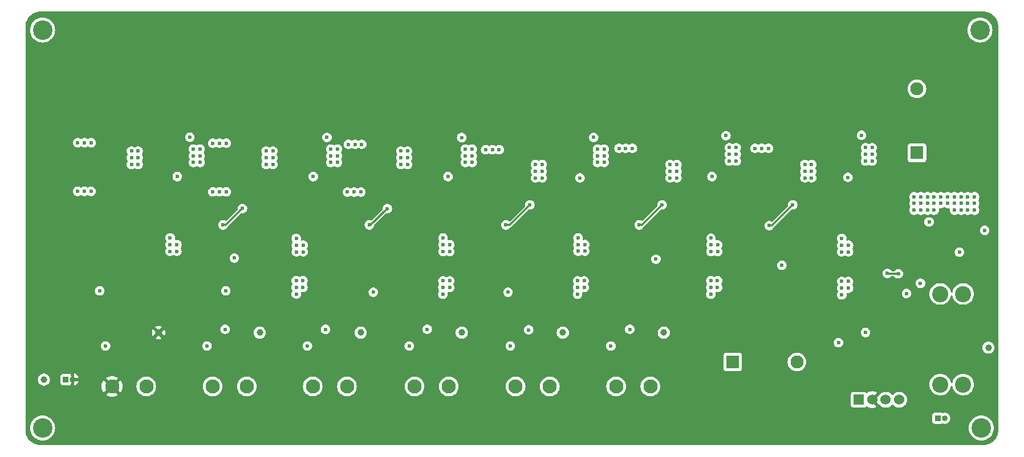
<source format=gbr>
%TF.GenerationSoftware,KiCad,Pcbnew,8.0.6*%
%TF.CreationDate,2025-03-19T11:29:43+02:00*%
%TF.ProjectId,UPD_PCB,5550445f-5043-4422-9e6b-696361645f70,1.1*%
%TF.SameCoordinates,Original*%
%TF.FileFunction,Copper,L3,Inr*%
%TF.FilePolarity,Positive*%
%FSLAX46Y46*%
G04 Gerber Fmt 4.6, Leading zero omitted, Abs format (unit mm)*
G04 Created by KiCad (PCBNEW 8.0.6) date 2025-03-19 11:29:43*
%MOMM*%
%LPD*%
G01*
G04 APERTURE LIST*
%TA.AperFunction,ComponentPad*%
%ADD10C,2.100000*%
%TD*%
%TA.AperFunction,ComponentPad*%
%ADD11C,2.900000*%
%TD*%
%TA.AperFunction,ComponentPad*%
%ADD12C,1.000000*%
%TD*%
%TA.AperFunction,ComponentPad*%
%ADD13C,1.950000*%
%TD*%
%TA.AperFunction,ComponentPad*%
%ADD14R,1.950000X1.950000*%
%TD*%
%TA.AperFunction,ComponentPad*%
%ADD15R,0.850000X0.850000*%
%TD*%
%TA.AperFunction,ComponentPad*%
%ADD16O,0.850000X0.850000*%
%TD*%
%TA.AperFunction,ComponentPad*%
%ADD17R,1.524000X1.524000*%
%TD*%
%TA.AperFunction,ComponentPad*%
%ADD18C,1.524000*%
%TD*%
%TA.AperFunction,ComponentPad*%
%ADD19C,2.400000*%
%TD*%
%TA.AperFunction,ViaPad*%
%ADD20C,0.600000*%
%TD*%
%TA.AperFunction,Conductor*%
%ADD21C,0.300000*%
%TD*%
G04 APERTURE END LIST*
D10*
%TO.N,+12V_1_out*%
%TO.C,J6*%
X128050000Y-106019999D03*
%TO.N,GND*%
X133130000Y-106019999D03*
%TD*%
%TO.N,+16V_out*%
%TO.C,J5*%
X158050000Y-106020000D03*
%TO.N,GND*%
X163130000Y-106020000D03*
%TD*%
D11*
%TO.N,N/C*%
%TO.C,REF\u002A\u002A*%
X102800000Y-53000000D03*
%TD*%
D10*
%TO.N,+19V_out*%
%TO.C,J4*%
X173050001Y-106020000D03*
%TO.N,GND*%
X178130001Y-106020000D03*
%TD*%
D12*
%TO.N,GND*%
%TO.C,TP1*%
X103000000Y-105000000D03*
%TD*%
D13*
%TO.N,GND*%
%TO.C,J2*%
X232650000Y-61740001D03*
D14*
%TO.N,IP+*%
X232650000Y-71260001D03*
%TD*%
D15*
%TO.N,GND*%
%TO.C,J3*%
X106250000Y-105000000D03*
D16*
%TO.N,+5V_out*%
X107250000Y-105000000D03*
%TD*%
D12*
%TO.N,+5V_out*%
%TO.C,TP7*%
X120050000Y-98020000D03*
%TD*%
%TO.N,+24V_out*%
%TO.C,TP2*%
X195050000Y-98020000D03*
%TD*%
D14*
%TO.N,GND*%
%TO.C,J10*%
X205290000Y-102370000D03*
D13*
%TO.N,+42V_out*%
X214810000Y-102370000D03*
%TD*%
D12*
%TO.N,+12V_2_out*%
%TO.C,TP5*%
X150050000Y-98020000D03*
%TD*%
%TO.N,+16V_out*%
%TO.C,TP6*%
X165050000Y-98020000D03*
%TD*%
D17*
%TO.N,GND*%
%TO.C,J11*%
X224000000Y-108000000D03*
D18*
%TO.N,+5V_out*%
X226000001Y-108000000D03*
%TO.N,INA_SDA*%
X228000000Y-108000000D03*
%TO.N,INA_SCL*%
X230000000Y-108000000D03*
%TD*%
D12*
%TO.N,+12V_1_out*%
%TO.C,TP3*%
X135050000Y-98020000D03*
%TD*%
D11*
%TO.N,N/C*%
%TO.C,REF\u002A\u002A*%
X242200000Y-112200000D03*
%TD*%
D10*
%TO.N,+12V_2_out*%
%TO.C,J7*%
X142920000Y-106020000D03*
%TO.N,GND*%
X148000000Y-106020000D03*
%TD*%
D11*
%TO.N,N/C*%
%TO.C,REF\u002A\u002A*%
X102800000Y-112200000D03*
%TD*%
D15*
%TO.N,GND*%
%TO.C,J12*%
X235750001Y-110750000D03*
D16*
%TO.N,VIOUT*%
X236750001Y-110750000D03*
%TD*%
D12*
%TO.N,+42V_out*%
%TO.C,TP8*%
X243250000Y-100250000D03*
%TD*%
%TO.N,+19V_out*%
%TO.C,TP4*%
X180050000Y-98020000D03*
%TD*%
D11*
%TO.N,N/C*%
%TO.C,REF\u002A\u002A*%
X242000000Y-53000000D03*
%TD*%
D10*
%TO.N,+5V_out*%
%TO.C,J8*%
X113120001Y-106020000D03*
%TO.N,GND*%
X118200001Y-106020000D03*
%TD*%
%TO.N,+24V_out*%
%TO.C,J9*%
X187970000Y-106020000D03*
%TO.N,GND*%
X193050000Y-106020000D03*
%TD*%
D19*
%TO.N,+42V*%
%TO.C,J1*%
X239500000Y-92265000D03*
%TO.N,+42V_out*%
X239500000Y-105735000D03*
%TO.N,+42V*%
X236100000Y-92265000D03*
%TO.N,+42V_out*%
X236100000Y-105735000D03*
%TD*%
D20*
%TO.N,GND*%
X109034207Y-69760446D03*
X208600000Y-70600000D03*
X143000000Y-74800000D03*
X148200001Y-70000000D03*
X238949999Y-86050000D03*
X169600000Y-70800000D03*
X129077800Y-69840307D03*
X151915000Y-92000000D03*
X209600000Y-70600000D03*
X110034208Y-69760446D03*
X127227117Y-99997643D03*
X122800000Y-74800000D03*
X150076825Y-77099611D03*
X168600000Y-70800000D03*
X150200000Y-70000000D03*
X231108777Y-92200000D03*
X109000000Y-77000000D03*
X131280000Y-86920000D03*
X184632498Y-68970000D03*
X130010000Y-91800000D03*
X187200001Y-100000000D03*
X145032498Y-68969997D03*
X189400000Y-70600000D03*
X222400000Y-74912500D03*
X182600000Y-75000000D03*
X220990824Y-99520244D03*
X108034207Y-69760446D03*
X242699999Y-82800000D03*
X110000000Y-77000000D03*
X128081115Y-77081115D03*
X165032499Y-69000000D03*
X124682498Y-68950000D03*
X163000000Y-74800000D03*
X190400000Y-70600000D03*
X111280000Y-91800000D03*
X130081115Y-77081115D03*
X142136143Y-99992071D03*
X130077800Y-69840307D03*
X202200000Y-74800000D03*
X148076825Y-77099611D03*
X149200000Y-70000000D03*
X108000000Y-77000000D03*
X204294999Y-68720000D03*
X188400000Y-70600000D03*
X128077800Y-69840307D03*
X234449999Y-81550000D03*
X224407500Y-68657500D03*
X233170246Y-90675000D03*
X129081115Y-77081115D03*
X112162500Y-99991249D03*
X171915000Y-91999999D03*
X157250000Y-99991249D03*
X149076825Y-77099611D03*
X212590000Y-88000000D03*
X210600000Y-70600000D03*
X172250000Y-99991250D03*
X193887500Y-87087500D03*
X170600000Y-70800000D03*
%TO.N,+42V*%
X236199999Y-77800000D03*
X186200000Y-70700000D03*
X165600001Y-72700000D03*
X145600000Y-71699999D03*
X225000000Y-70500000D03*
X235199999Y-79799999D03*
X234200000Y-78800000D03*
X234199999Y-77800000D03*
X226000000Y-70500000D03*
X225000000Y-72500000D03*
X166600000Y-72700000D03*
X165600000Y-71700000D03*
X125200000Y-70700000D03*
X233199999Y-77799999D03*
X236199999Y-78800000D03*
X233199999Y-79800000D03*
X204800000Y-72500000D03*
X185200000Y-72700000D03*
X186200000Y-72700000D03*
X235199999Y-77800000D03*
X232200000Y-77799999D03*
X185200000Y-70700000D03*
X226000000Y-71500000D03*
X166600000Y-71700000D03*
X233199999Y-78800000D03*
X225000000Y-71499999D03*
X166600000Y-70700000D03*
X125200000Y-71700000D03*
X146600000Y-71699999D03*
X126200000Y-71700000D03*
X165600000Y-70700000D03*
X126200000Y-72700000D03*
X205800000Y-70500000D03*
X235199999Y-78800000D03*
X232199999Y-79800000D03*
X146600000Y-72700000D03*
X146600000Y-70700000D03*
X185200000Y-71700000D03*
X204800000Y-71499999D03*
X205800000Y-71500000D03*
X125200001Y-72700000D03*
X234200000Y-79799999D03*
X186200000Y-71700000D03*
X145600001Y-70700000D03*
X226000000Y-72500000D03*
X126200000Y-70700000D03*
X204800000Y-70500000D03*
X232199999Y-78800000D03*
X145600000Y-72700000D03*
X205800000Y-72500000D03*
%TO.N,+5V_out*%
X239121248Y-81628751D03*
X170645000Y-88200000D03*
X121740146Y-92276866D03*
X230949999Y-82800000D03*
X210000000Y-88000000D03*
X150645000Y-88400000D03*
X233170246Y-91675001D03*
X226399999Y-92954754D03*
X121740147Y-90276866D03*
X114837501Y-97519999D03*
X237699999Y-86050000D03*
X168630001Y-92770000D03*
X128740001Y-88400000D03*
X214400000Y-83200000D03*
X190645000Y-88000000D03*
X231599999Y-92954754D03*
X175200000Y-83400000D03*
X122740146Y-91276865D03*
X110010000Y-88000000D03*
X121740147Y-91276866D03*
X154800000Y-83200000D03*
X122740146Y-90276866D03*
%TO.N,IP+*%
X241199999Y-79800000D03*
X241199999Y-78800000D03*
X240199999Y-79799999D03*
X240199999Y-78800000D03*
X240199999Y-77800000D03*
X238199999Y-77799999D03*
X241200000Y-77799999D03*
X238199999Y-78800000D03*
X237199999Y-77799999D03*
X238199999Y-79800000D03*
X237199999Y-78800000D03*
X239199999Y-77800000D03*
X239200000Y-79800000D03*
X239200000Y-78800000D03*
%TO.N,INA_SDA*%
X228262500Y-89200000D03*
X229875000Y-89275000D03*
%TO.N,INA_SCL*%
X151318750Y-82000000D03*
X175168751Y-79013750D03*
X214200000Y-79000000D03*
X154000000Y-79575000D03*
X132481250Y-79551250D03*
X171600000Y-82000000D03*
X191400000Y-82000000D03*
X210700000Y-82100000D03*
X129600000Y-82000000D03*
X194800000Y-79000000D03*
%TO.N,+24V*%
X221483513Y-85000000D03*
X216000000Y-74000000D03*
X221483513Y-84000000D03*
X221483513Y-86000000D03*
X216000000Y-75000000D03*
X216000000Y-73000000D03*
X222483513Y-86000000D03*
X222483513Y-85000000D03*
X217000000Y-73000000D03*
X217000000Y-74000000D03*
X217000000Y-75000000D03*
%TO.N,+12V_1*%
X137000000Y-72000000D03*
X140483513Y-86000000D03*
X135999999Y-73000000D03*
X141483513Y-85000000D03*
X140483513Y-84000000D03*
X137000000Y-71000000D03*
X136000000Y-71000000D03*
X140483513Y-85000000D03*
X141483513Y-86000000D03*
X137000000Y-73000000D03*
X136000000Y-72000000D03*
%TO.N,+19V*%
X203050016Y-84965777D03*
X197000001Y-75000000D03*
X197000000Y-74000000D03*
X202050016Y-84965777D03*
X202050016Y-85965777D03*
X196000000Y-73999999D03*
X196000000Y-75000000D03*
X196000000Y-73000000D03*
X202050016Y-83965777D03*
X197000000Y-73000000D03*
X203050016Y-85965777D03*
%TO.N,+12V_2*%
X156000000Y-72000000D03*
X162269080Y-83941147D03*
X157000000Y-71000000D03*
X157000000Y-72000000D03*
X163269080Y-84941148D03*
X163269080Y-85941146D03*
X162269080Y-85941147D03*
X162269080Y-84941147D03*
X157000000Y-73000000D03*
X156000001Y-71000000D03*
X156000000Y-73000000D03*
%TO.N,+16V*%
X176000001Y-73000000D03*
X182312396Y-83908738D03*
X176000001Y-73999999D03*
X182312396Y-85908738D03*
X176000000Y-75000000D03*
X183312397Y-84908738D03*
X177000000Y-73999999D03*
X182312396Y-84908738D03*
X177000000Y-75000000D03*
X183312396Y-85908738D03*
X177000000Y-73000001D03*
%TO.N,+5V_NS*%
X121750000Y-83921959D03*
X117000001Y-73000000D03*
X116000000Y-73000000D03*
X117000000Y-71000000D03*
X116000000Y-72000000D03*
X116000000Y-71000000D03*
X122750000Y-85921959D03*
X121750000Y-85921958D03*
X121750000Y-84921959D03*
X122750000Y-84921959D03*
X117000000Y-72000000D03*
%TO.N,+24V_out*%
X221483513Y-91400000D03*
X222483514Y-90400000D03*
X221483513Y-92400000D03*
X221483513Y-90400000D03*
X190000000Y-97520000D03*
X222483514Y-91399999D03*
%TO.N,+12V_1_out*%
X141470567Y-90280581D03*
X140470567Y-92280581D03*
X140470567Y-90280581D03*
X140470567Y-91280580D03*
X129902118Y-97526393D03*
X141470567Y-91280581D03*
%TO.N,+19V_out*%
X175000000Y-97600000D03*
X203026068Y-90297736D03*
X202026068Y-91297736D03*
X202026068Y-90297736D03*
X202026069Y-92297736D03*
X203026068Y-91297736D03*
%TO.N,+12V_2_out*%
X144811143Y-97530820D03*
X163244211Y-90306474D03*
X162244212Y-90306474D03*
X162244212Y-91306474D03*
X162244211Y-92306474D03*
X163244211Y-91306473D03*
%TO.N,+16V_out*%
X182239014Y-92307606D03*
X183239014Y-90307606D03*
X182239014Y-91307606D03*
X182239014Y-90307606D03*
X183239014Y-91307606D03*
X159925001Y-97519999D03*
%TO.N,+42V_out*%
X225000000Y-98000001D03*
%TD*%
D21*
%TO.N,INA_SCL*%
X153967500Y-79575000D02*
X151542500Y-82000000D01*
X154000000Y-79575000D02*
X153967500Y-79575000D01*
X151542500Y-82000000D02*
X151318750Y-82000000D01*
X172182501Y-82000000D02*
X175168751Y-79013750D01*
X171600000Y-82000000D02*
X172182501Y-82000000D01*
%TO.N,INA_SDA*%
X229875000Y-89275000D02*
X228337500Y-89275000D01*
X228337500Y-89275000D02*
X228262500Y-89200000D01*
%TO.N,INA_SCL*%
X132448750Y-79551250D02*
X130000000Y-82000000D01*
X130000000Y-82000000D02*
X129600000Y-82000000D01*
X210700000Y-82100000D02*
X211100000Y-82100000D01*
X211100000Y-82100000D02*
X214200000Y-79000000D01*
X191800000Y-82000000D02*
X194800000Y-79000000D01*
X191400000Y-82000000D02*
X191800000Y-82000000D01*
%TD*%
%TA.AperFunction,Conductor*%
%TO.N,+5V_out*%
G36*
X242503736Y-50250726D02*
G01*
X242763662Y-50266448D01*
X242778524Y-50268253D01*
X242849528Y-50281264D01*
X243030969Y-50314515D01*
X243045498Y-50318096D01*
X243290523Y-50394449D01*
X243304516Y-50399755D01*
X243538562Y-50505091D01*
X243551808Y-50512044D01*
X243771449Y-50644821D01*
X243783760Y-50653319D01*
X243797810Y-50664326D01*
X243985792Y-50811601D01*
X243997000Y-50821531D01*
X244178468Y-51002999D01*
X244188398Y-51014207D01*
X244346676Y-51216233D01*
X244355182Y-51228556D01*
X244487952Y-51448185D01*
X244494911Y-51461444D01*
X244600242Y-51695480D01*
X244605551Y-51709480D01*
X244681901Y-51954494D01*
X244685485Y-51969034D01*
X244731746Y-52221475D01*
X244733551Y-52236339D01*
X244749273Y-52496261D01*
X244749499Y-52503748D01*
X244749499Y-112496248D01*
X244749273Y-112503735D01*
X244733550Y-112763659D01*
X244731745Y-112778523D01*
X244685484Y-113030964D01*
X244681900Y-113045504D01*
X244605550Y-113290518D01*
X244600241Y-113304518D01*
X244494910Y-113538555D01*
X244487951Y-113551814D01*
X244355182Y-113771442D01*
X244346676Y-113783765D01*
X244188398Y-113985791D01*
X244178468Y-113996999D01*
X243997000Y-114178467D01*
X243985792Y-114188397D01*
X243783765Y-114346675D01*
X243771442Y-114355181D01*
X243551814Y-114487951D01*
X243538555Y-114494910D01*
X243304517Y-114600242D01*
X243290516Y-114605551D01*
X243045506Y-114681899D01*
X243030968Y-114685483D01*
X242778525Y-114731745D01*
X242763660Y-114733550D01*
X242503736Y-114749273D01*
X242496249Y-114749499D01*
X102503751Y-114749499D01*
X102496264Y-114749273D01*
X102236339Y-114733550D01*
X102221475Y-114731745D01*
X101969035Y-114685484D01*
X101954495Y-114681900D01*
X101709481Y-114605550D01*
X101695481Y-114600241D01*
X101461445Y-114494910D01*
X101448186Y-114487951D01*
X101228557Y-114355181D01*
X101216234Y-114346675D01*
X101202192Y-114335674D01*
X101014207Y-114188397D01*
X101002999Y-114178467D01*
X100821532Y-113997000D01*
X100811602Y-113985792D01*
X100734653Y-113887574D01*
X100653320Y-113783759D01*
X100644822Y-113771448D01*
X100512045Y-113551807D01*
X100505090Y-113538555D01*
X100399756Y-113304515D01*
X100394449Y-113290518D01*
X100385761Y-113262636D01*
X100318097Y-113045497D01*
X100314515Y-113030964D01*
X100303469Y-112970690D01*
X100268254Y-112778523D01*
X100266449Y-112763660D01*
X100250727Y-112503736D01*
X100250501Y-112496249D01*
X100250501Y-112445841D01*
X100250500Y-112445827D01*
X100250500Y-112199998D01*
X100944773Y-112199998D01*
X100944773Y-112200001D01*
X100963657Y-112464027D01*
X100963658Y-112464034D01*
X101019921Y-112722673D01*
X101112426Y-112970690D01*
X101112428Y-112970694D01*
X101239280Y-113203005D01*
X101239285Y-113203013D01*
X101397906Y-113414907D01*
X101397922Y-113414925D01*
X101585074Y-113602077D01*
X101585092Y-113602093D01*
X101796986Y-113760714D01*
X101796994Y-113760719D01*
X102029305Y-113887571D01*
X102029309Y-113887573D01*
X102029311Y-113887574D01*
X102277322Y-113980077D01*
X102277325Y-113980077D01*
X102277326Y-113980078D01*
X102355116Y-113997000D01*
X102535974Y-114036343D01*
X102779660Y-114053772D01*
X102799999Y-114055227D01*
X102800000Y-114055227D01*
X102800001Y-114055227D01*
X102818885Y-114053876D01*
X103064026Y-114036343D01*
X103322678Y-113980077D01*
X103570689Y-113887574D01*
X103803011Y-113760716D01*
X104014915Y-113602087D01*
X104202087Y-113414915D01*
X104360716Y-113203011D01*
X104487574Y-112970689D01*
X104580077Y-112722678D01*
X104636343Y-112464026D01*
X104655227Y-112200000D01*
X104655227Y-112199998D01*
X240344773Y-112199998D01*
X240344773Y-112200001D01*
X240363657Y-112464027D01*
X240363658Y-112464034D01*
X240419921Y-112722673D01*
X240512426Y-112970690D01*
X240512428Y-112970694D01*
X240639280Y-113203005D01*
X240639285Y-113203013D01*
X240797906Y-113414907D01*
X240797922Y-113414925D01*
X240985074Y-113602077D01*
X240985092Y-113602093D01*
X241196986Y-113760714D01*
X241196994Y-113760719D01*
X241429305Y-113887571D01*
X241429309Y-113887573D01*
X241429311Y-113887574D01*
X241677322Y-113980077D01*
X241677325Y-113980077D01*
X241677326Y-113980078D01*
X241755116Y-113997000D01*
X241935974Y-114036343D01*
X242179660Y-114053772D01*
X242199999Y-114055227D01*
X242200000Y-114055227D01*
X242200001Y-114055227D01*
X242218885Y-114053876D01*
X242464026Y-114036343D01*
X242722678Y-113980077D01*
X242970689Y-113887574D01*
X243203011Y-113760716D01*
X243414915Y-113602087D01*
X243602087Y-113414915D01*
X243760716Y-113203011D01*
X243887574Y-112970689D01*
X243980077Y-112722678D01*
X244036343Y-112464026D01*
X244055227Y-112200000D01*
X244036343Y-111935974D01*
X243980077Y-111677322D01*
X243887574Y-111429311D01*
X243878854Y-111413342D01*
X243760719Y-111196994D01*
X243760714Y-111196986D01*
X243602093Y-110985092D01*
X243602077Y-110985074D01*
X243414925Y-110797922D01*
X243414907Y-110797906D01*
X243203013Y-110639285D01*
X243203005Y-110639280D01*
X242970694Y-110512428D01*
X242970690Y-110512426D01*
X242722673Y-110419921D01*
X242464034Y-110363658D01*
X242464027Y-110363657D01*
X242200001Y-110344773D01*
X242199999Y-110344773D01*
X241935972Y-110363657D01*
X241935965Y-110363658D01*
X241677326Y-110419921D01*
X241429309Y-110512426D01*
X241429305Y-110512428D01*
X241196994Y-110639280D01*
X241196986Y-110639285D01*
X240985092Y-110797906D01*
X240985074Y-110797922D01*
X240797922Y-110985074D01*
X240797906Y-110985092D01*
X240639285Y-111196986D01*
X240639280Y-111196994D01*
X240512428Y-111429305D01*
X240512426Y-111429309D01*
X240419921Y-111677326D01*
X240363658Y-111935965D01*
X240363657Y-111935972D01*
X240344773Y-112199998D01*
X104655227Y-112199998D01*
X104636343Y-111935974D01*
X104580077Y-111677322D01*
X104487574Y-111429311D01*
X104478854Y-111413342D01*
X104360719Y-111196994D01*
X104360714Y-111196986D01*
X104202093Y-110985092D01*
X104202077Y-110985074D01*
X104014925Y-110797922D01*
X104014907Y-110797906D01*
X103803013Y-110639285D01*
X103803005Y-110639280D01*
X103570694Y-110512428D01*
X103570690Y-110512426D01*
X103322673Y-110419921D01*
X103064034Y-110363658D01*
X103064027Y-110363657D01*
X102800001Y-110344773D01*
X102799999Y-110344773D01*
X102535972Y-110363657D01*
X102535965Y-110363658D01*
X102277326Y-110419921D01*
X102029309Y-110512426D01*
X102029305Y-110512428D01*
X101796994Y-110639280D01*
X101796986Y-110639285D01*
X101585092Y-110797906D01*
X101585074Y-110797922D01*
X101397922Y-110985074D01*
X101397906Y-110985092D01*
X101239285Y-111196986D01*
X101239280Y-111196994D01*
X101112428Y-111429305D01*
X101112426Y-111429309D01*
X101019921Y-111677326D01*
X100963658Y-111935965D01*
X100963657Y-111935972D01*
X100944773Y-112199998D01*
X100250500Y-112199998D01*
X100250500Y-110293475D01*
X234924501Y-110293475D01*
X234924501Y-111206517D01*
X234929470Y-111237889D01*
X234939355Y-111300304D01*
X234996951Y-111413342D01*
X234996953Y-111413344D01*
X234996955Y-111413347D01*
X235086653Y-111503045D01*
X235086655Y-111503046D01*
X235086659Y-111503050D01*
X235199695Y-111560645D01*
X235199699Y-111560647D01*
X235293476Y-111575499D01*
X235293482Y-111575500D01*
X236206519Y-111575499D01*
X236300305Y-111560646D01*
X236359928Y-111530265D01*
X236428596Y-111517369D01*
X236466659Y-111527470D01*
X236493502Y-111539422D01*
X236663237Y-111575500D01*
X236663238Y-111575500D01*
X236836763Y-111575500D01*
X236836765Y-111575500D01*
X237006500Y-111539422D01*
X237006502Y-111539420D01*
X237006505Y-111539420D01*
X237087375Y-111503414D01*
X237165025Y-111468842D01*
X237305411Y-111366845D01*
X237421523Y-111237889D01*
X237508287Y-111087611D01*
X237561909Y-110922576D01*
X237580048Y-110750000D01*
X237561909Y-110577424D01*
X237510735Y-110419923D01*
X237508288Y-110412391D01*
X237469248Y-110344773D01*
X237421523Y-110262111D01*
X237305411Y-110133155D01*
X237165025Y-110031158D01*
X237165024Y-110031157D01*
X237006505Y-109960579D01*
X237006499Y-109960577D01*
X236872842Y-109932168D01*
X236836765Y-109924500D01*
X236663237Y-109924500D01*
X236627160Y-109932168D01*
X236493503Y-109960577D01*
X236493498Y-109960579D01*
X236466655Y-109972530D01*
X236397405Y-109981813D01*
X236359930Y-109969734D01*
X236337646Y-109958380D01*
X236300302Y-109939352D01*
X236206525Y-109924500D01*
X235293483Y-109924500D01*
X235212520Y-109937323D01*
X235199697Y-109939354D01*
X235086659Y-109996950D01*
X235086658Y-109996951D01*
X235086653Y-109996954D01*
X234996955Y-110086652D01*
X234996952Y-110086657D01*
X234939353Y-110199698D01*
X234924501Y-110293475D01*
X100250500Y-110293475D01*
X100250500Y-106020000D01*
X111565208Y-106020000D01*
X111584349Y-106263219D01*
X111641304Y-106500457D01*
X111734669Y-106725861D01*
X111858505Y-106927941D01*
X112480690Y-106305755D01*
X112499669Y-106351574D01*
X112576275Y-106466224D01*
X112673777Y-106563726D01*
X112788427Y-106640332D01*
X112834243Y-106659309D01*
X112212058Y-107281494D01*
X112414139Y-107405331D01*
X112639543Y-107498696D01*
X112876781Y-107555651D01*
X112876780Y-107555651D01*
X113120001Y-107574792D01*
X113363220Y-107555651D01*
X113600458Y-107498696D01*
X113825862Y-107405331D01*
X114027942Y-107281495D01*
X114027942Y-107281494D01*
X113405758Y-106659309D01*
X113451575Y-106640332D01*
X113566225Y-106563726D01*
X113663727Y-106466224D01*
X113740333Y-106351574D01*
X113759310Y-106305756D01*
X114381495Y-106927941D01*
X114381496Y-106927941D01*
X114505332Y-106725861D01*
X114598697Y-106500457D01*
X114655652Y-106263219D01*
X114674793Y-106020000D01*
X114674793Y-106019994D01*
X116744530Y-106019994D01*
X116744530Y-106020005D01*
X116764380Y-106259559D01*
X116823390Y-106492589D01*
X116919952Y-106712729D01*
X117022849Y-106870223D01*
X117051430Y-106913969D01*
X117214237Y-107090825D01*
X117214240Y-107090827D01*
X117214243Y-107090830D01*
X117403925Y-107238466D01*
X117403931Y-107238470D01*
X117403934Y-107238472D01*
X117615345Y-107352882D01*
X117615348Y-107352883D01*
X117842700Y-107430933D01*
X117842702Y-107430933D01*
X117842704Y-107430934D01*
X118079809Y-107470500D01*
X118079810Y-107470500D01*
X118320192Y-107470500D01*
X118320193Y-107470500D01*
X118557298Y-107430934D01*
X118784657Y-107352882D01*
X118996068Y-107238472D01*
X119028186Y-107213474D01*
X119089866Y-107165466D01*
X119185765Y-107090825D01*
X119348572Y-106913969D01*
X119480050Y-106712728D01*
X119576611Y-106492591D01*
X119635621Y-106259563D01*
X119655472Y-106020000D01*
X119655471Y-106019993D01*
X126594529Y-106019993D01*
X126594529Y-106020004D01*
X126614379Y-106259558D01*
X126673389Y-106492588D01*
X126769951Y-106712728D01*
X126901427Y-106913965D01*
X126901429Y-106913968D01*
X127064236Y-107090824D01*
X127064239Y-107090826D01*
X127064242Y-107090829D01*
X127253924Y-107238465D01*
X127253930Y-107238469D01*
X127253933Y-107238471D01*
X127465344Y-107352881D01*
X127465347Y-107352882D01*
X127692699Y-107430932D01*
X127692701Y-107430932D01*
X127692703Y-107430933D01*
X127929808Y-107470499D01*
X127929809Y-107470499D01*
X128170191Y-107470499D01*
X128170192Y-107470499D01*
X128407297Y-107430933D01*
X128634656Y-107352881D01*
X128846067Y-107238471D01*
X128887167Y-107206482D01*
X129007660Y-107112698D01*
X129035764Y-107090824D01*
X129198571Y-106913968D01*
X129330049Y-106712727D01*
X129426610Y-106492590D01*
X129485620Y-106259562D01*
X129505471Y-106019999D01*
X129505471Y-106019993D01*
X131674529Y-106019993D01*
X131674529Y-106020004D01*
X131694379Y-106259558D01*
X131753389Y-106492588D01*
X131849951Y-106712728D01*
X131981427Y-106913965D01*
X131981429Y-106913968D01*
X132144236Y-107090824D01*
X132144239Y-107090826D01*
X132144242Y-107090829D01*
X132333924Y-107238465D01*
X132333930Y-107238469D01*
X132333933Y-107238471D01*
X132545344Y-107352881D01*
X132545347Y-107352882D01*
X132772699Y-107430932D01*
X132772701Y-107430932D01*
X132772703Y-107430933D01*
X133009808Y-107470499D01*
X133009809Y-107470499D01*
X133250191Y-107470499D01*
X133250192Y-107470499D01*
X133487297Y-107430933D01*
X133714656Y-107352881D01*
X133926067Y-107238471D01*
X133967167Y-107206482D01*
X134087660Y-107112698D01*
X134115764Y-107090824D01*
X134278571Y-106913968D01*
X134410049Y-106712727D01*
X134506610Y-106492590D01*
X134565620Y-106259562D01*
X134585471Y-106019999D01*
X134585471Y-106019994D01*
X141464529Y-106019994D01*
X141464529Y-106020005D01*
X141484379Y-106259559D01*
X141543389Y-106492589D01*
X141639951Y-106712729D01*
X141742848Y-106870223D01*
X141771429Y-106913969D01*
X141934236Y-107090825D01*
X141934239Y-107090827D01*
X141934242Y-107090830D01*
X142123924Y-107238466D01*
X142123930Y-107238470D01*
X142123933Y-107238472D01*
X142335344Y-107352882D01*
X142335347Y-107352883D01*
X142562699Y-107430933D01*
X142562701Y-107430933D01*
X142562703Y-107430934D01*
X142799808Y-107470500D01*
X142799809Y-107470500D01*
X143040191Y-107470500D01*
X143040192Y-107470500D01*
X143277297Y-107430934D01*
X143504656Y-107352882D01*
X143716067Y-107238472D01*
X143748185Y-107213474D01*
X143809865Y-107165466D01*
X143905764Y-107090825D01*
X144068571Y-106913969D01*
X144200049Y-106712728D01*
X144296610Y-106492591D01*
X144355620Y-106259563D01*
X144375471Y-106020000D01*
X144375470Y-106019994D01*
X146544529Y-106019994D01*
X146544529Y-106020005D01*
X146564379Y-106259559D01*
X146623389Y-106492589D01*
X146719951Y-106712729D01*
X146822848Y-106870223D01*
X146851429Y-106913969D01*
X147014236Y-107090825D01*
X147014239Y-107090827D01*
X147014242Y-107090830D01*
X147203924Y-107238466D01*
X147203930Y-107238470D01*
X147203933Y-107238472D01*
X147415344Y-107352882D01*
X147415347Y-107352883D01*
X147642699Y-107430933D01*
X147642701Y-107430933D01*
X147642703Y-107430934D01*
X147879808Y-107470500D01*
X147879809Y-107470500D01*
X148120191Y-107470500D01*
X148120192Y-107470500D01*
X148357297Y-107430934D01*
X148584656Y-107352882D01*
X148796067Y-107238472D01*
X148828185Y-107213474D01*
X148889865Y-107165466D01*
X148985764Y-107090825D01*
X149148571Y-106913969D01*
X149280049Y-106712728D01*
X149376610Y-106492591D01*
X149435620Y-106259563D01*
X149455471Y-106020000D01*
X149455470Y-106019994D01*
X156594529Y-106019994D01*
X156594529Y-106020005D01*
X156614379Y-106259559D01*
X156673389Y-106492589D01*
X156769951Y-106712729D01*
X156872848Y-106870223D01*
X156901429Y-106913969D01*
X157064236Y-107090825D01*
X157064239Y-107090827D01*
X157064242Y-107090830D01*
X157253924Y-107238466D01*
X157253930Y-107238470D01*
X157253933Y-107238472D01*
X157465344Y-107352882D01*
X157465347Y-107352883D01*
X157692699Y-107430933D01*
X157692701Y-107430933D01*
X157692703Y-107430934D01*
X157929808Y-107470500D01*
X157929809Y-107470500D01*
X158170191Y-107470500D01*
X158170192Y-107470500D01*
X158407297Y-107430934D01*
X158634656Y-107352882D01*
X158846067Y-107238472D01*
X158878185Y-107213474D01*
X158939865Y-107165466D01*
X159035764Y-107090825D01*
X159198571Y-106913969D01*
X159330049Y-106712728D01*
X159426610Y-106492591D01*
X159485620Y-106259563D01*
X159505471Y-106020000D01*
X159505470Y-106019994D01*
X161674529Y-106019994D01*
X161674529Y-106020005D01*
X161694379Y-106259559D01*
X161753389Y-106492589D01*
X161849951Y-106712729D01*
X161952848Y-106870223D01*
X161981429Y-106913969D01*
X162144236Y-107090825D01*
X162144239Y-107090827D01*
X162144242Y-107090830D01*
X162333924Y-107238466D01*
X162333930Y-107238470D01*
X162333933Y-107238472D01*
X162545344Y-107352882D01*
X162545347Y-107352883D01*
X162772699Y-107430933D01*
X162772701Y-107430933D01*
X162772703Y-107430934D01*
X163009808Y-107470500D01*
X163009809Y-107470500D01*
X163250191Y-107470500D01*
X163250192Y-107470500D01*
X163487297Y-107430934D01*
X163714656Y-107352882D01*
X163926067Y-107238472D01*
X163958185Y-107213474D01*
X164019865Y-107165466D01*
X164115764Y-107090825D01*
X164278571Y-106913969D01*
X164410049Y-106712728D01*
X164506610Y-106492591D01*
X164565620Y-106259563D01*
X164585471Y-106020000D01*
X164585470Y-106019994D01*
X171594530Y-106019994D01*
X171594530Y-106020005D01*
X171614380Y-106259559D01*
X171673390Y-106492589D01*
X171769952Y-106712729D01*
X171872849Y-106870223D01*
X171901430Y-106913969D01*
X172064237Y-107090825D01*
X172064240Y-107090827D01*
X172064243Y-107090830D01*
X172253925Y-107238466D01*
X172253931Y-107238470D01*
X172253934Y-107238472D01*
X172465345Y-107352882D01*
X172465348Y-107352883D01*
X172692700Y-107430933D01*
X172692702Y-107430933D01*
X172692704Y-107430934D01*
X172929809Y-107470500D01*
X172929810Y-107470500D01*
X173170192Y-107470500D01*
X173170193Y-107470500D01*
X173407298Y-107430934D01*
X173634657Y-107352882D01*
X173846068Y-107238472D01*
X173878186Y-107213474D01*
X173939866Y-107165466D01*
X174035765Y-107090825D01*
X174198572Y-106913969D01*
X174330050Y-106712728D01*
X174426611Y-106492591D01*
X174485621Y-106259563D01*
X174505472Y-106020000D01*
X174505471Y-106019994D01*
X176674530Y-106019994D01*
X176674530Y-106020005D01*
X176694380Y-106259559D01*
X176753390Y-106492589D01*
X176849952Y-106712729D01*
X176952849Y-106870223D01*
X176981430Y-106913969D01*
X177144237Y-107090825D01*
X177144240Y-107090827D01*
X177144243Y-107090830D01*
X177333925Y-107238466D01*
X177333931Y-107238470D01*
X177333934Y-107238472D01*
X177545345Y-107352882D01*
X177545348Y-107352883D01*
X177772700Y-107430933D01*
X177772702Y-107430933D01*
X177772704Y-107430934D01*
X178009809Y-107470500D01*
X178009810Y-107470500D01*
X178250192Y-107470500D01*
X178250193Y-107470500D01*
X178487298Y-107430934D01*
X178714657Y-107352882D01*
X178926068Y-107238472D01*
X178958186Y-107213474D01*
X179019866Y-107165466D01*
X179115765Y-107090825D01*
X179278572Y-106913969D01*
X179410050Y-106712728D01*
X179506611Y-106492591D01*
X179565621Y-106259563D01*
X179585472Y-106020000D01*
X179585471Y-106019994D01*
X186514529Y-106019994D01*
X186514529Y-106020005D01*
X186534379Y-106259559D01*
X186593389Y-106492589D01*
X186689951Y-106712729D01*
X186792848Y-106870223D01*
X186821429Y-106913969D01*
X186984236Y-107090825D01*
X186984239Y-107090827D01*
X186984242Y-107090830D01*
X187173924Y-107238466D01*
X187173930Y-107238470D01*
X187173933Y-107238472D01*
X187385344Y-107352882D01*
X187385347Y-107352883D01*
X187612699Y-107430933D01*
X187612701Y-107430933D01*
X187612703Y-107430934D01*
X187849808Y-107470500D01*
X187849809Y-107470500D01*
X188090191Y-107470500D01*
X188090192Y-107470500D01*
X188327297Y-107430934D01*
X188554656Y-107352882D01*
X188766067Y-107238472D01*
X188798185Y-107213474D01*
X188859865Y-107165466D01*
X188955764Y-107090825D01*
X189118571Y-106913969D01*
X189250049Y-106712728D01*
X189346610Y-106492591D01*
X189405620Y-106259563D01*
X189425471Y-106020000D01*
X189425470Y-106019994D01*
X191594529Y-106019994D01*
X191594529Y-106020005D01*
X191614379Y-106259559D01*
X191673389Y-106492589D01*
X191769951Y-106712729D01*
X191872848Y-106870223D01*
X191901429Y-106913969D01*
X192064236Y-107090825D01*
X192064239Y-107090827D01*
X192064242Y-107090830D01*
X192253924Y-107238466D01*
X192253930Y-107238470D01*
X192253933Y-107238472D01*
X192465344Y-107352882D01*
X192465347Y-107352883D01*
X192692699Y-107430933D01*
X192692701Y-107430933D01*
X192692703Y-107430934D01*
X192929808Y-107470500D01*
X192929809Y-107470500D01*
X193170191Y-107470500D01*
X193170192Y-107470500D01*
X193407297Y-107430934D01*
X193634656Y-107352882D01*
X193846067Y-107238472D01*
X193878185Y-107213474D01*
X193887177Y-107206475D01*
X222837500Y-107206475D01*
X222837500Y-108793517D01*
X222848292Y-108861657D01*
X222852354Y-108887304D01*
X222909950Y-109000342D01*
X222909952Y-109000344D01*
X222909954Y-109000347D01*
X222999652Y-109090045D01*
X222999654Y-109090046D01*
X222999658Y-109090050D01*
X223112694Y-109147645D01*
X223112698Y-109147647D01*
X223206475Y-109162499D01*
X223206481Y-109162500D01*
X224793518Y-109162499D01*
X224887304Y-109147646D01*
X225000342Y-109090050D01*
X225073458Y-109016933D01*
X225134778Y-108983449D01*
X225204470Y-108988433D01*
X225232262Y-109003041D01*
X225366583Y-109097094D01*
X225366593Y-109097100D01*
X225566716Y-109190419D01*
X225566730Y-109190424D01*
X225780014Y-109247573D01*
X225780024Y-109247575D01*
X226000000Y-109266821D01*
X226000002Y-109266821D01*
X226219977Y-109247575D01*
X226219987Y-109247573D01*
X226433271Y-109190424D01*
X226433285Y-109190419D01*
X226633408Y-109097100D01*
X226633418Y-109097094D01*
X226698189Y-109051741D01*
X226027448Y-108381000D01*
X226050161Y-108381000D01*
X226147062Y-108355036D01*
X226233941Y-108304876D01*
X226304877Y-108233940D01*
X226355037Y-108147061D01*
X226381001Y-108050160D01*
X226381001Y-108027447D01*
X227072736Y-108719182D01*
X227110720Y-108751432D01*
X227137223Y-108786527D01*
X227296435Y-108931668D01*
X227296437Y-108931670D01*
X227479605Y-109045083D01*
X227479611Y-109045086D01*
X227496790Y-109051741D01*
X227680504Y-109122912D01*
X227892279Y-109162500D01*
X227892281Y-109162500D01*
X228107719Y-109162500D01*
X228107721Y-109162500D01*
X228319496Y-109122912D01*
X228520391Y-109045085D01*
X228703564Y-108931669D01*
X228862778Y-108786526D01*
X228901047Y-108735848D01*
X228957154Y-108694215D01*
X229026866Y-108689522D01*
X229088048Y-108723264D01*
X229098945Y-108735840D01*
X229137222Y-108786526D01*
X229137224Y-108786528D01*
X229296435Y-108931668D01*
X229296437Y-108931670D01*
X229479605Y-109045083D01*
X229479611Y-109045086D01*
X229496790Y-109051741D01*
X229680504Y-109122912D01*
X229892279Y-109162500D01*
X229892281Y-109162500D01*
X230107719Y-109162500D01*
X230107721Y-109162500D01*
X230319496Y-109122912D01*
X230520391Y-109045085D01*
X230703564Y-108931669D01*
X230862778Y-108786526D01*
X230992612Y-108614599D01*
X231088643Y-108421742D01*
X231147601Y-108214524D01*
X231167480Y-108000000D01*
X231147601Y-107785476D01*
X231088643Y-107578258D01*
X231088639Y-107578249D01*
X230992613Y-107385402D01*
X230862776Y-107213471D01*
X230703564Y-107068331D01*
X230703562Y-107068329D01*
X230520394Y-106954916D01*
X230520388Y-106954913D01*
X230362056Y-106893576D01*
X230319496Y-106877088D01*
X230107721Y-106837500D01*
X229892279Y-106837500D01*
X229680504Y-106877088D01*
X229680501Y-106877088D01*
X229680501Y-106877089D01*
X229479611Y-106954913D01*
X229479605Y-106954916D01*
X229296437Y-107068329D01*
X229296435Y-107068331D01*
X229137222Y-107213472D01*
X229098953Y-107264149D01*
X229042844Y-107305784D01*
X228973132Y-107310475D01*
X228911950Y-107276732D01*
X228901047Y-107264149D01*
X228862777Y-107213472D01*
X228703564Y-107068331D01*
X228703562Y-107068329D01*
X228520394Y-106954916D01*
X228520388Y-106954913D01*
X228362056Y-106893576D01*
X228319496Y-106877088D01*
X228107721Y-106837500D01*
X227892279Y-106837500D01*
X227680504Y-106877088D01*
X227680501Y-106877088D01*
X227680501Y-106877089D01*
X227479611Y-106954913D01*
X227479605Y-106954916D01*
X227296437Y-107068329D01*
X227296435Y-107068331D01*
X227137223Y-107213471D01*
X227110718Y-107248569D01*
X227088492Y-107265060D01*
X226381001Y-107972551D01*
X226381001Y-107949840D01*
X226355037Y-107852939D01*
X226304877Y-107766060D01*
X226233941Y-107695124D01*
X226147062Y-107644964D01*
X226050161Y-107619000D01*
X226027448Y-107619000D01*
X226698189Y-106948258D01*
X226633412Y-106902901D01*
X226633406Y-106902898D01*
X226433285Y-106809580D01*
X226433271Y-106809575D01*
X226219987Y-106752426D01*
X226219977Y-106752424D01*
X226000002Y-106733179D01*
X226000000Y-106733179D01*
X225780024Y-106752424D01*
X225780014Y-106752426D01*
X225566730Y-106809575D01*
X225566721Y-106809579D01*
X225366592Y-106902900D01*
X225366590Y-106902901D01*
X225232261Y-106996959D01*
X225166055Y-107019286D01*
X225098287Y-107002276D01*
X225073460Y-106983068D01*
X225000342Y-106909950D01*
X224922374Y-106870223D01*
X224887301Y-106852352D01*
X224793524Y-106837500D01*
X223206482Y-106837500D01*
X223125519Y-106850323D01*
X223112696Y-106852354D01*
X222999658Y-106909950D01*
X222999657Y-106909951D01*
X222999652Y-106909954D01*
X222909954Y-106999652D01*
X222909951Y-106999657D01*
X222909950Y-106999658D01*
X222899949Y-107019286D01*
X222852352Y-107112698D01*
X222837500Y-107206475D01*
X193887177Y-107206475D01*
X193939865Y-107165466D01*
X194035764Y-107090825D01*
X194198571Y-106913969D01*
X194330049Y-106712728D01*
X194426610Y-106492591D01*
X194485620Y-106259563D01*
X194505471Y-106020000D01*
X194505470Y-106019993D01*
X194485928Y-105784151D01*
X194485620Y-105780437D01*
X194474114Y-105735000D01*
X234494551Y-105735000D01*
X234514317Y-105986151D01*
X234573126Y-106231110D01*
X234669533Y-106463859D01*
X234801160Y-106678653D01*
X234801161Y-106678656D01*
X234841478Y-106725861D01*
X234964776Y-106870224D01*
X235063938Y-106954916D01*
X235156343Y-107033838D01*
X235156346Y-107033839D01*
X235371140Y-107165466D01*
X235547389Y-107238470D01*
X235603889Y-107261873D01*
X235848852Y-107320683D01*
X236100000Y-107340449D01*
X236351148Y-107320683D01*
X236596111Y-107261873D01*
X236828859Y-107165466D01*
X237043659Y-107033836D01*
X237235224Y-106870224D01*
X237398836Y-106678659D01*
X237530466Y-106463859D01*
X237626873Y-106231111D01*
X237679426Y-106012207D01*
X237714216Y-105951617D01*
X237776243Y-105919453D01*
X237845812Y-105925929D01*
X237900836Y-105968988D01*
X237920573Y-106012207D01*
X237937191Y-106081425D01*
X237973126Y-106231110D01*
X238069533Y-106463859D01*
X238201160Y-106678653D01*
X238201161Y-106678656D01*
X238241478Y-106725861D01*
X238364776Y-106870224D01*
X238463938Y-106954916D01*
X238556343Y-107033838D01*
X238556346Y-107033839D01*
X238771140Y-107165466D01*
X238947389Y-107238470D01*
X239003889Y-107261873D01*
X239248852Y-107320683D01*
X239500000Y-107340449D01*
X239751148Y-107320683D01*
X239996111Y-107261873D01*
X240228859Y-107165466D01*
X240443659Y-107033836D01*
X240635224Y-106870224D01*
X240798836Y-106678659D01*
X240930466Y-106463859D01*
X241026873Y-106231111D01*
X241085683Y-105986148D01*
X241105449Y-105735000D01*
X241085683Y-105483852D01*
X241026873Y-105238889D01*
X241015710Y-105211940D01*
X240930466Y-105006140D01*
X240798839Y-104791346D01*
X240798838Y-104791343D01*
X240709819Y-104687116D01*
X240635224Y-104599776D01*
X240500075Y-104484348D01*
X240443656Y-104436161D01*
X240443653Y-104436160D01*
X240228859Y-104304533D01*
X239996110Y-104208126D01*
X239751151Y-104149317D01*
X239500000Y-104129551D01*
X239248848Y-104149317D01*
X239003889Y-104208126D01*
X238771140Y-104304533D01*
X238556346Y-104436160D01*
X238556343Y-104436161D01*
X238364776Y-104599776D01*
X238201161Y-104791343D01*
X238201160Y-104791346D01*
X238069533Y-105006140D01*
X237973126Y-105238889D01*
X237920574Y-105457790D01*
X237885783Y-105518382D01*
X237823757Y-105550546D01*
X237754188Y-105544070D01*
X237699164Y-105501011D01*
X237679426Y-105457790D01*
X237626873Y-105238889D01*
X237530466Y-105006140D01*
X237398839Y-104791346D01*
X237398838Y-104791343D01*
X237309819Y-104687116D01*
X237235224Y-104599776D01*
X237100075Y-104484348D01*
X237043656Y-104436161D01*
X237043653Y-104436160D01*
X236828859Y-104304533D01*
X236596110Y-104208126D01*
X236351151Y-104149317D01*
X236100000Y-104129551D01*
X235848848Y-104149317D01*
X235603889Y-104208126D01*
X235371140Y-104304533D01*
X235156346Y-104436160D01*
X235156343Y-104436161D01*
X234964776Y-104599776D01*
X234801161Y-104791343D01*
X234801160Y-104791346D01*
X234669533Y-105006140D01*
X234573126Y-105238889D01*
X234514317Y-105483848D01*
X234494551Y-105735000D01*
X194474114Y-105735000D01*
X194426610Y-105547409D01*
X194330049Y-105327272D01*
X194198571Y-105126031D01*
X194035764Y-104949175D01*
X194035759Y-104949171D01*
X194035757Y-104949169D01*
X193846075Y-104801533D01*
X193846069Y-104801529D01*
X193634657Y-104687118D01*
X193634652Y-104687116D01*
X193407300Y-104609066D01*
X193229468Y-104579391D01*
X193170192Y-104569500D01*
X192929808Y-104569500D01*
X192882387Y-104577413D01*
X192692699Y-104609066D01*
X192465347Y-104687116D01*
X192465342Y-104687118D01*
X192253930Y-104801529D01*
X192253924Y-104801533D01*
X192064242Y-104949169D01*
X192064239Y-104949172D01*
X191901430Y-105126029D01*
X191901427Y-105126033D01*
X191769951Y-105327270D01*
X191673389Y-105547410D01*
X191614379Y-105780440D01*
X191594529Y-106019994D01*
X189425470Y-106019994D01*
X189425470Y-106019993D01*
X189405928Y-105784151D01*
X189405620Y-105780437D01*
X189346610Y-105547409D01*
X189250049Y-105327272D01*
X189118571Y-105126031D01*
X188955764Y-104949175D01*
X188955759Y-104949171D01*
X188955757Y-104949169D01*
X188766075Y-104801533D01*
X188766069Y-104801529D01*
X188554657Y-104687118D01*
X188554652Y-104687116D01*
X188327300Y-104609066D01*
X188149468Y-104579391D01*
X188090192Y-104569500D01*
X187849808Y-104569500D01*
X187802387Y-104577413D01*
X187612699Y-104609066D01*
X187385347Y-104687116D01*
X187385342Y-104687118D01*
X187173930Y-104801529D01*
X187173924Y-104801533D01*
X186984242Y-104949169D01*
X186984239Y-104949172D01*
X186821430Y-105126029D01*
X186821427Y-105126033D01*
X186689951Y-105327270D01*
X186593389Y-105547410D01*
X186534379Y-105780440D01*
X186514529Y-106019994D01*
X179585471Y-106019994D01*
X179585471Y-106019993D01*
X179565929Y-105784151D01*
X179565621Y-105780437D01*
X179506611Y-105547409D01*
X179410050Y-105327272D01*
X179278572Y-105126031D01*
X179115765Y-104949175D01*
X179115760Y-104949171D01*
X179115758Y-104949169D01*
X178926076Y-104801533D01*
X178926070Y-104801529D01*
X178714658Y-104687118D01*
X178714653Y-104687116D01*
X178487301Y-104609066D01*
X178309469Y-104579391D01*
X178250193Y-104569500D01*
X178009809Y-104569500D01*
X177962388Y-104577413D01*
X177772700Y-104609066D01*
X177545348Y-104687116D01*
X177545343Y-104687118D01*
X177333931Y-104801529D01*
X177333925Y-104801533D01*
X177144243Y-104949169D01*
X177144240Y-104949172D01*
X176981431Y-105126029D01*
X176981428Y-105126033D01*
X176849952Y-105327270D01*
X176753390Y-105547410D01*
X176694380Y-105780440D01*
X176674530Y-106019994D01*
X174505471Y-106019994D01*
X174505471Y-106019993D01*
X174485929Y-105784151D01*
X174485621Y-105780437D01*
X174426611Y-105547409D01*
X174330050Y-105327272D01*
X174198572Y-105126031D01*
X174035765Y-104949175D01*
X174035760Y-104949171D01*
X174035758Y-104949169D01*
X173846076Y-104801533D01*
X173846070Y-104801529D01*
X173634658Y-104687118D01*
X173634653Y-104687116D01*
X173407301Y-104609066D01*
X173229469Y-104579391D01*
X173170193Y-104569500D01*
X172929809Y-104569500D01*
X172882388Y-104577413D01*
X172692700Y-104609066D01*
X172465348Y-104687116D01*
X172465343Y-104687118D01*
X172253931Y-104801529D01*
X172253925Y-104801533D01*
X172064243Y-104949169D01*
X172064240Y-104949172D01*
X171901431Y-105126029D01*
X171901428Y-105126033D01*
X171769952Y-105327270D01*
X171673390Y-105547410D01*
X171614380Y-105780440D01*
X171594530Y-106019994D01*
X164585470Y-106019994D01*
X164585470Y-106019993D01*
X164565928Y-105784151D01*
X164565620Y-105780437D01*
X164506610Y-105547409D01*
X164410049Y-105327272D01*
X164278571Y-105126031D01*
X164115764Y-104949175D01*
X164115759Y-104949171D01*
X164115757Y-104949169D01*
X163926075Y-104801533D01*
X163926069Y-104801529D01*
X163714657Y-104687118D01*
X163714652Y-104687116D01*
X163487300Y-104609066D01*
X163309468Y-104579391D01*
X163250192Y-104569500D01*
X163009808Y-104569500D01*
X162962387Y-104577413D01*
X162772699Y-104609066D01*
X162545347Y-104687116D01*
X162545342Y-104687118D01*
X162333930Y-104801529D01*
X162333924Y-104801533D01*
X162144242Y-104949169D01*
X162144239Y-104949172D01*
X161981430Y-105126029D01*
X161981427Y-105126033D01*
X161849951Y-105327270D01*
X161753389Y-105547410D01*
X161694379Y-105780440D01*
X161674529Y-106019994D01*
X159505470Y-106019994D01*
X159505470Y-106019993D01*
X159485928Y-105784151D01*
X159485620Y-105780437D01*
X159426610Y-105547409D01*
X159330049Y-105327272D01*
X159198571Y-105126031D01*
X159035764Y-104949175D01*
X159035759Y-104949171D01*
X159035757Y-104949169D01*
X158846075Y-104801533D01*
X158846069Y-104801529D01*
X158634657Y-104687118D01*
X158634652Y-104687116D01*
X158407300Y-104609066D01*
X158229468Y-104579391D01*
X158170192Y-104569500D01*
X157929808Y-104569500D01*
X157882387Y-104577413D01*
X157692699Y-104609066D01*
X157465347Y-104687116D01*
X157465342Y-104687118D01*
X157253930Y-104801529D01*
X157253924Y-104801533D01*
X157064242Y-104949169D01*
X157064239Y-104949172D01*
X156901430Y-105126029D01*
X156901427Y-105126033D01*
X156769951Y-105327270D01*
X156673389Y-105547410D01*
X156614379Y-105780440D01*
X156594529Y-106019994D01*
X149455470Y-106019994D01*
X149455470Y-106019993D01*
X149435928Y-105784151D01*
X149435620Y-105780437D01*
X149376610Y-105547409D01*
X149280049Y-105327272D01*
X149148571Y-105126031D01*
X148985764Y-104949175D01*
X148985759Y-104949171D01*
X148985757Y-104949169D01*
X148796075Y-104801533D01*
X148796069Y-104801529D01*
X148584657Y-104687118D01*
X148584652Y-104687116D01*
X148357300Y-104609066D01*
X148179468Y-104579391D01*
X148120192Y-104569500D01*
X147879808Y-104569500D01*
X147832387Y-104577413D01*
X147642699Y-104609066D01*
X147415347Y-104687116D01*
X147415342Y-104687118D01*
X147203930Y-104801529D01*
X147203924Y-104801533D01*
X147014242Y-104949169D01*
X147014239Y-104949172D01*
X146851430Y-105126029D01*
X146851427Y-105126033D01*
X146719951Y-105327270D01*
X146623389Y-105547410D01*
X146564379Y-105780440D01*
X146544529Y-106019994D01*
X144375470Y-106019994D01*
X144375470Y-106019993D01*
X144355928Y-105784151D01*
X144355620Y-105780437D01*
X144296610Y-105547409D01*
X144200049Y-105327272D01*
X144068571Y-105126031D01*
X143905764Y-104949175D01*
X143905759Y-104949171D01*
X143905757Y-104949169D01*
X143716075Y-104801533D01*
X143716069Y-104801529D01*
X143504657Y-104687118D01*
X143504652Y-104687116D01*
X143277300Y-104609066D01*
X143099468Y-104579391D01*
X143040192Y-104569500D01*
X142799808Y-104569500D01*
X142752387Y-104577413D01*
X142562699Y-104609066D01*
X142335347Y-104687116D01*
X142335342Y-104687118D01*
X142123930Y-104801529D01*
X142123924Y-104801533D01*
X141934242Y-104949169D01*
X141934239Y-104949172D01*
X141771430Y-105126029D01*
X141771427Y-105126033D01*
X141639951Y-105327270D01*
X141543389Y-105547410D01*
X141484379Y-105780440D01*
X141464529Y-106019994D01*
X134585471Y-106019994D01*
X134584825Y-106012209D01*
X134572237Y-105860290D01*
X134565620Y-105780436D01*
X134506610Y-105547408D01*
X134410049Y-105327271D01*
X134278571Y-105126030D01*
X134115764Y-104949174D01*
X134115758Y-104949169D01*
X134115757Y-104949168D01*
X133926075Y-104801532D01*
X133926069Y-104801528D01*
X133714657Y-104687117D01*
X133714652Y-104687115D01*
X133487300Y-104609065D01*
X133309468Y-104579390D01*
X133250192Y-104569499D01*
X133009808Y-104569499D01*
X132962387Y-104577412D01*
X132772699Y-104609065D01*
X132545347Y-104687115D01*
X132545342Y-104687117D01*
X132333930Y-104801528D01*
X132333924Y-104801532D01*
X132144242Y-104949168D01*
X132144239Y-104949171D01*
X131981430Y-105126028D01*
X131981427Y-105126032D01*
X131849951Y-105327269D01*
X131753389Y-105547409D01*
X131694379Y-105780439D01*
X131674529Y-106019993D01*
X129505471Y-106019993D01*
X129504825Y-106012209D01*
X129492237Y-105860290D01*
X129485620Y-105780436D01*
X129426610Y-105547408D01*
X129330049Y-105327271D01*
X129198571Y-105126030D01*
X129035764Y-104949174D01*
X129035758Y-104949169D01*
X129035757Y-104949168D01*
X128846075Y-104801532D01*
X128846069Y-104801528D01*
X128634657Y-104687117D01*
X128634652Y-104687115D01*
X128407300Y-104609065D01*
X128229468Y-104579390D01*
X128170192Y-104569499D01*
X127929808Y-104569499D01*
X127882387Y-104577412D01*
X127692699Y-104609065D01*
X127465347Y-104687115D01*
X127465342Y-104687117D01*
X127253930Y-104801528D01*
X127253924Y-104801532D01*
X127064242Y-104949168D01*
X127064239Y-104949171D01*
X126901430Y-105126028D01*
X126901427Y-105126032D01*
X126769951Y-105327269D01*
X126673389Y-105547409D01*
X126614379Y-105780439D01*
X126594529Y-106019993D01*
X119655471Y-106019993D01*
X119635929Y-105784151D01*
X119635621Y-105780437D01*
X119576611Y-105547409D01*
X119480050Y-105327272D01*
X119348572Y-105126031D01*
X119185765Y-104949175D01*
X119185760Y-104949171D01*
X119185758Y-104949169D01*
X118996076Y-104801533D01*
X118996070Y-104801529D01*
X118784658Y-104687118D01*
X118784653Y-104687116D01*
X118557301Y-104609066D01*
X118379469Y-104579391D01*
X118320193Y-104569500D01*
X118079809Y-104569500D01*
X118032388Y-104577413D01*
X117842700Y-104609066D01*
X117615348Y-104687116D01*
X117615343Y-104687118D01*
X117403931Y-104801529D01*
X117403925Y-104801533D01*
X117214243Y-104949169D01*
X117214240Y-104949172D01*
X117051431Y-105126029D01*
X117051428Y-105126033D01*
X116919952Y-105327270D01*
X116823390Y-105547410D01*
X116764380Y-105780440D01*
X116744530Y-106019994D01*
X114674793Y-106019994D01*
X114655652Y-105776780D01*
X114598697Y-105539542D01*
X114505332Y-105314138D01*
X114381495Y-105112057D01*
X113759310Y-105734242D01*
X113740333Y-105688426D01*
X113663727Y-105573776D01*
X113566225Y-105476274D01*
X113451575Y-105399668D01*
X113405757Y-105380689D01*
X114027942Y-104758504D01*
X113825862Y-104634668D01*
X113600458Y-104541303D01*
X113363220Y-104484348D01*
X113363221Y-104484348D01*
X113120001Y-104465207D01*
X112876781Y-104484348D01*
X112639543Y-104541303D01*
X112414139Y-104634668D01*
X112212058Y-104758504D01*
X112834244Y-105380689D01*
X112788427Y-105399668D01*
X112673777Y-105476274D01*
X112576275Y-105573776D01*
X112499669Y-105688426D01*
X112480691Y-105734243D01*
X111858505Y-105112057D01*
X111734669Y-105314138D01*
X111641304Y-105539542D01*
X111584349Y-105776780D01*
X111565208Y-106020000D01*
X100250500Y-106020000D01*
X100250500Y-105000000D01*
X102094540Y-105000000D01*
X102114326Y-105188256D01*
X102114327Y-105188259D01*
X102172818Y-105368277D01*
X102172821Y-105368284D01*
X102267467Y-105532216D01*
X102385534Y-105663342D01*
X102394129Y-105672888D01*
X102547265Y-105784148D01*
X102547270Y-105784151D01*
X102720192Y-105861142D01*
X102720197Y-105861144D01*
X102905354Y-105900500D01*
X102905355Y-105900500D01*
X103094644Y-105900500D01*
X103094646Y-105900500D01*
X103279803Y-105861144D01*
X103452730Y-105784151D01*
X103605871Y-105672888D01*
X103732533Y-105532216D01*
X103827179Y-105368284D01*
X103885674Y-105188256D01*
X103905460Y-105000000D01*
X103885674Y-104811744D01*
X103827179Y-104631716D01*
X103776233Y-104543475D01*
X105424500Y-104543475D01*
X105424500Y-105456517D01*
X105431547Y-105501011D01*
X105439354Y-105550304D01*
X105496950Y-105663342D01*
X105496952Y-105663344D01*
X105496954Y-105663347D01*
X105586652Y-105753045D01*
X105586654Y-105753046D01*
X105586658Y-105753050D01*
X105689565Y-105805484D01*
X105699698Y-105810647D01*
X105793475Y-105825499D01*
X105793481Y-105825500D01*
X106706518Y-105825499D01*
X106706521Y-105825499D01*
X106733093Y-105821290D01*
X106761248Y-105816831D01*
X106830541Y-105825785D01*
X106831081Y-105826024D01*
X106962587Y-105884573D01*
X106999999Y-105892524D01*
X107000000Y-105892524D01*
X107500000Y-105892524D01*
X107537412Y-105884573D01*
X107715049Y-105805484D01*
X107872357Y-105691192D01*
X107872360Y-105691190D01*
X108002463Y-105546694D01*
X108099682Y-105378307D01*
X108099683Y-105378306D01*
X108141372Y-105250000D01*
X107500000Y-105250000D01*
X107500000Y-105892524D01*
X107000000Y-105892524D01*
X107000000Y-105699097D01*
X107013514Y-105642804D01*
X107060646Y-105550304D01*
X107060646Y-105550302D01*
X107060647Y-105550301D01*
X107072371Y-105476274D01*
X107075500Y-105456519D01*
X107075499Y-105179053D01*
X107108386Y-105211940D01*
X107200272Y-105250000D01*
X107299728Y-105250000D01*
X107391614Y-105211940D01*
X107461940Y-105141614D01*
X107500000Y-105049728D01*
X107500000Y-104950272D01*
X107461940Y-104858386D01*
X107391614Y-104788060D01*
X107299728Y-104750000D01*
X107500000Y-104750000D01*
X108141372Y-104750000D01*
X108141371Y-104749999D01*
X108099683Y-104621693D01*
X108099682Y-104621692D01*
X108002463Y-104453305D01*
X108002464Y-104453305D01*
X107872360Y-104308809D01*
X107872357Y-104308807D01*
X107715051Y-104194516D01*
X107537412Y-104115426D01*
X107500000Y-104107473D01*
X107500000Y-104750000D01*
X107299728Y-104750000D01*
X107200272Y-104750000D01*
X107108386Y-104788060D01*
X107075499Y-104820946D01*
X107075499Y-104543482D01*
X107060646Y-104449696D01*
X107013515Y-104357196D01*
X107000000Y-104300902D01*
X107000000Y-104107473D01*
X106962587Y-104115426D01*
X106962583Y-104115427D01*
X106831081Y-104173975D01*
X106761831Y-104183259D01*
X106761248Y-104183168D01*
X106706522Y-104174500D01*
X105793482Y-104174500D01*
X105712519Y-104187323D01*
X105699696Y-104189354D01*
X105586658Y-104246950D01*
X105586657Y-104246951D01*
X105586652Y-104246954D01*
X105496954Y-104336652D01*
X105496951Y-104336657D01*
X105496950Y-104336658D01*
X105477751Y-104374337D01*
X105439352Y-104449698D01*
X105424500Y-104543475D01*
X103776233Y-104543475D01*
X103732533Y-104467784D01*
X103605871Y-104327112D01*
X103580679Y-104308809D01*
X103452734Y-104215851D01*
X103452729Y-104215848D01*
X103279807Y-104138857D01*
X103279802Y-104138855D01*
X103132156Y-104107473D01*
X103094646Y-104099500D01*
X102905354Y-104099500D01*
X102872897Y-104106398D01*
X102720197Y-104138855D01*
X102720192Y-104138857D01*
X102547270Y-104215848D01*
X102547265Y-104215851D01*
X102394129Y-104327111D01*
X102267466Y-104467785D01*
X102172821Y-104631715D01*
X102172818Y-104631722D01*
X102114327Y-104811740D01*
X102114326Y-104811744D01*
X102094540Y-105000000D01*
X100250500Y-105000000D01*
X100250500Y-101363475D01*
X203914500Y-101363475D01*
X203914500Y-103376517D01*
X203915917Y-103385461D01*
X203929354Y-103470304D01*
X203986950Y-103583342D01*
X203986952Y-103583344D01*
X203986954Y-103583347D01*
X204076652Y-103673045D01*
X204076654Y-103673046D01*
X204076658Y-103673050D01*
X204189694Y-103730645D01*
X204189698Y-103730647D01*
X204283475Y-103745499D01*
X204283481Y-103745500D01*
X206296518Y-103745499D01*
X206390304Y-103730646D01*
X206503342Y-103673050D01*
X206593050Y-103583342D01*
X206650646Y-103470304D01*
X206650646Y-103470302D01*
X206650647Y-103470301D01*
X206664084Y-103385458D01*
X206665500Y-103376519D01*
X206665499Y-102369993D01*
X213429786Y-102369993D01*
X213429786Y-102370006D01*
X213448608Y-102597168D01*
X213448610Y-102597179D01*
X213504569Y-102818155D01*
X213596137Y-103026908D01*
X213720814Y-103217742D01*
X213875208Y-103385458D01*
X213875212Y-103385461D01*
X213984218Y-103470304D01*
X214055094Y-103525469D01*
X214055096Y-103525470D01*
X214055099Y-103525472D01*
X214171646Y-103588543D01*
X214255574Y-103633963D01*
X214367529Y-103672397D01*
X214471173Y-103707979D01*
X214471175Y-103707979D01*
X214471177Y-103707980D01*
X214696023Y-103745500D01*
X214696024Y-103745500D01*
X214923976Y-103745500D01*
X214923977Y-103745500D01*
X215148823Y-103707980D01*
X215364426Y-103633963D01*
X215564906Y-103525469D01*
X215744794Y-103385456D01*
X215899183Y-103217745D01*
X216023862Y-103026909D01*
X216115430Y-102818155D01*
X216171390Y-102597176D01*
X216190214Y-102370000D01*
X216190214Y-102369993D01*
X216171391Y-102142831D01*
X216171389Y-102142820D01*
X216115430Y-101921844D01*
X216023862Y-101713091D01*
X215899185Y-101522257D01*
X215753021Y-101363481D01*
X215744794Y-101354544D01*
X215744793Y-101354543D01*
X215744791Y-101354541D01*
X215744787Y-101354538D01*
X215564909Y-101214533D01*
X215564900Y-101214527D01*
X215364432Y-101106040D01*
X215364429Y-101106039D01*
X215364426Y-101106037D01*
X215364420Y-101106035D01*
X215364418Y-101106034D01*
X215148826Y-101032020D01*
X214980188Y-101003880D01*
X214923977Y-100994500D01*
X214696023Y-100994500D01*
X214651053Y-101002004D01*
X214471173Y-101032020D01*
X214255581Y-101106034D01*
X214255567Y-101106040D01*
X214055099Y-101214527D01*
X214055090Y-101214533D01*
X213875212Y-101354538D01*
X213875208Y-101354541D01*
X213720814Y-101522257D01*
X213596137Y-101713091D01*
X213504569Y-101921844D01*
X213448610Y-102142820D01*
X213448608Y-102142831D01*
X213429786Y-102369993D01*
X206665499Y-102369993D01*
X206665499Y-101363482D01*
X206650646Y-101269696D01*
X206593050Y-101156658D01*
X206593046Y-101156654D01*
X206593045Y-101156652D01*
X206503347Y-101066954D01*
X206503344Y-101066952D01*
X206503342Y-101066950D01*
X206426517Y-101027805D01*
X206390301Y-101009352D01*
X206296524Y-100994500D01*
X204283482Y-100994500D01*
X204202519Y-101007323D01*
X204189696Y-101009354D01*
X204076658Y-101066950D01*
X204076657Y-101066951D01*
X204076652Y-101066954D01*
X203986954Y-101156652D01*
X203986951Y-101156657D01*
X203929352Y-101269698D01*
X203914500Y-101363475D01*
X100250500Y-101363475D01*
X100250500Y-99991249D01*
X111456855Y-99991249D01*
X111477359Y-100160118D01*
X111477360Y-100160123D01*
X111537682Y-100319180D01*
X111599975Y-100409426D01*
X111634317Y-100459178D01*
X111740005Y-100552809D01*
X111761650Y-100571985D01*
X111912273Y-100651038D01*
X111912275Y-100651039D01*
X112077444Y-100691749D01*
X112247556Y-100691749D01*
X112412725Y-100651039D01*
X112551166Y-100578379D01*
X112563349Y-100571985D01*
X112563350Y-100571983D01*
X112563352Y-100571983D01*
X112690683Y-100459178D01*
X112787318Y-100319179D01*
X112847640Y-100160121D01*
X112867369Y-99997643D01*
X126521472Y-99997643D01*
X126541976Y-100166512D01*
X126541977Y-100166517D01*
X126602299Y-100325574D01*
X126664592Y-100415820D01*
X126698934Y-100465572D01*
X126804622Y-100559203D01*
X126826267Y-100578379D01*
X126976890Y-100657432D01*
X126976892Y-100657433D01*
X127142061Y-100698143D01*
X127312173Y-100698143D01*
X127477342Y-100657433D01*
X127556809Y-100615724D01*
X127627966Y-100578379D01*
X127627967Y-100578377D01*
X127627969Y-100578377D01*
X127755300Y-100465572D01*
X127851935Y-100325573D01*
X127912257Y-100166515D01*
X127932762Y-99997643D01*
X127932085Y-99992071D01*
X141430498Y-99992071D01*
X141451002Y-100160940D01*
X141451003Y-100160945D01*
X141511325Y-100320002D01*
X141573618Y-100410248D01*
X141607960Y-100460000D01*
X141713648Y-100553631D01*
X141735293Y-100572807D01*
X141884350Y-100651038D01*
X141885918Y-100651861D01*
X142051087Y-100692571D01*
X142221199Y-100692571D01*
X142386368Y-100651861D01*
X142465835Y-100610152D01*
X142536992Y-100572807D01*
X142536993Y-100572805D01*
X142536995Y-100572805D01*
X142664326Y-100460000D01*
X142760961Y-100320001D01*
X142821283Y-100160943D01*
X142841788Y-99992071D01*
X142841688Y-99991249D01*
X156544355Y-99991249D01*
X156564859Y-100160118D01*
X156564860Y-100160123D01*
X156625182Y-100319180D01*
X156687475Y-100409426D01*
X156721817Y-100459178D01*
X156827505Y-100552809D01*
X156849150Y-100571985D01*
X156999773Y-100651038D01*
X156999775Y-100651039D01*
X157164944Y-100691749D01*
X157335056Y-100691749D01*
X157500225Y-100651039D01*
X157638666Y-100578379D01*
X157650849Y-100571985D01*
X157650850Y-100571983D01*
X157650852Y-100571983D01*
X157778183Y-100459178D01*
X157874818Y-100319179D01*
X157935140Y-100160121D01*
X157955645Y-99991250D01*
X171544355Y-99991250D01*
X171564859Y-100160119D01*
X171564860Y-100160124D01*
X171625182Y-100319181D01*
X171631222Y-100327931D01*
X171721817Y-100459179D01*
X171827505Y-100552810D01*
X171849150Y-100571986D01*
X171937364Y-100618284D01*
X171999775Y-100651040D01*
X172164944Y-100691750D01*
X172335056Y-100691750D01*
X172500225Y-100651040D01*
X172634177Y-100580736D01*
X172650849Y-100571986D01*
X172650850Y-100571984D01*
X172650852Y-100571984D01*
X172778183Y-100459179D01*
X172874818Y-100319180D01*
X172935140Y-100160122D01*
X172954583Y-100000000D01*
X186494356Y-100000000D01*
X186514860Y-100168869D01*
X186514861Y-100168874D01*
X186575183Y-100327931D01*
X186637476Y-100418177D01*
X186671818Y-100467929D01*
X186777506Y-100561560D01*
X186799151Y-100580736D01*
X186945283Y-100657432D01*
X186949776Y-100659790D01*
X187114945Y-100700500D01*
X187285057Y-100700500D01*
X187450226Y-100659790D01*
X187529693Y-100618081D01*
X187600850Y-100580736D01*
X187600851Y-100580734D01*
X187600853Y-100580734D01*
X187728184Y-100467929D01*
X187824819Y-100327930D01*
X187854374Y-100250000D01*
X242344540Y-100250000D01*
X242364326Y-100438256D01*
X242364327Y-100438259D01*
X242422818Y-100618277D01*
X242422821Y-100618284D01*
X242517467Y-100782216D01*
X242644129Y-100922888D01*
X242797265Y-101034148D01*
X242797270Y-101034151D01*
X242970192Y-101111142D01*
X242970197Y-101111144D01*
X243155354Y-101150500D01*
X243155355Y-101150500D01*
X243344644Y-101150500D01*
X243344646Y-101150500D01*
X243529803Y-101111144D01*
X243702730Y-101034151D01*
X243855871Y-100922888D01*
X243982533Y-100782216D01*
X244077179Y-100618284D01*
X244135674Y-100438256D01*
X244155460Y-100250000D01*
X244135674Y-100061744D01*
X244077179Y-99881716D01*
X243982533Y-99717784D01*
X243855871Y-99577112D01*
X243793879Y-99532072D01*
X243702734Y-99465851D01*
X243702729Y-99465848D01*
X243529807Y-99388857D01*
X243529802Y-99388855D01*
X243384001Y-99357865D01*
X243344646Y-99349500D01*
X243155354Y-99349500D01*
X243122897Y-99356398D01*
X242970197Y-99388855D01*
X242970192Y-99388857D01*
X242797270Y-99465848D01*
X242797265Y-99465851D01*
X242644129Y-99577111D01*
X242517466Y-99717785D01*
X242422821Y-99881715D01*
X242422818Y-99881722D01*
X242364327Y-100061740D01*
X242364326Y-100061744D01*
X242344540Y-100250000D01*
X187854374Y-100250000D01*
X187885141Y-100168872D01*
X187905646Y-100000000D01*
X187885141Y-99831128D01*
X187881821Y-99822375D01*
X187831284Y-99689118D01*
X187824819Y-99672070D01*
X187818779Y-99663320D01*
X187790477Y-99622318D01*
X187728184Y-99532071D01*
X187714834Y-99520244D01*
X220285179Y-99520244D01*
X220305683Y-99689113D01*
X220305684Y-99689118D01*
X220366006Y-99848175D01*
X220428299Y-99938421D01*
X220462641Y-99988173D01*
X220545686Y-100061744D01*
X220589974Y-100100980D01*
X220740597Y-100180033D01*
X220740599Y-100180034D01*
X220905768Y-100220744D01*
X221075880Y-100220744D01*
X221241049Y-100180034D01*
X221320516Y-100138325D01*
X221391673Y-100100980D01*
X221391674Y-100100978D01*
X221391676Y-100100978D01*
X221519007Y-99988173D01*
X221615642Y-99848174D01*
X221675964Y-99689116D01*
X221696469Y-99520244D01*
X221675964Y-99351372D01*
X221668412Y-99331460D01*
X221615641Y-99192312D01*
X221581300Y-99142562D01*
X221519007Y-99052315D01*
X221391676Y-98939510D01*
X221391673Y-98939507D01*
X221241050Y-98860454D01*
X221075880Y-98819744D01*
X220905768Y-98819744D01*
X220740597Y-98860454D01*
X220589974Y-98939507D01*
X220462640Y-99052316D01*
X220366006Y-99192312D01*
X220305684Y-99351369D01*
X220305683Y-99351374D01*
X220285179Y-99520244D01*
X187714834Y-99520244D01*
X187600853Y-99419266D01*
X187600850Y-99419263D01*
X187450227Y-99340210D01*
X187285057Y-99299500D01*
X187114945Y-99299500D01*
X186949774Y-99340210D01*
X186799151Y-99419263D01*
X186671817Y-99532072D01*
X186575183Y-99672068D01*
X186514861Y-99831125D01*
X186514860Y-99831130D01*
X186494356Y-100000000D01*
X172954583Y-100000000D01*
X172955645Y-99991250D01*
X172935140Y-99822378D01*
X172935138Y-99822374D01*
X172913231Y-99764608D01*
X172874818Y-99663320D01*
X172778183Y-99523321D01*
X172660729Y-99419266D01*
X172650849Y-99410513D01*
X172500226Y-99331460D01*
X172335056Y-99290750D01*
X172164944Y-99290750D01*
X171999773Y-99331460D01*
X171849150Y-99410513D01*
X171721816Y-99523322D01*
X171625182Y-99663318D01*
X171564860Y-99822375D01*
X171564859Y-99822380D01*
X171544355Y-99991250D01*
X157955645Y-99991250D01*
X157955645Y-99991249D01*
X157935140Y-99822377D01*
X157874818Y-99663319D01*
X157778183Y-99523320D01*
X157660730Y-99419266D01*
X157650849Y-99410512D01*
X157500226Y-99331459D01*
X157335056Y-99290749D01*
X157164944Y-99290749D01*
X156999773Y-99331459D01*
X156849150Y-99410512D01*
X156721816Y-99523321D01*
X156625182Y-99663317D01*
X156564860Y-99822374D01*
X156564859Y-99822379D01*
X156544355Y-99991249D01*
X142841688Y-99991249D01*
X142821283Y-99823199D01*
X142820972Y-99822380D01*
X142770433Y-99689118D01*
X142760961Y-99664141D01*
X142760394Y-99663320D01*
X142700888Y-99577111D01*
X142664326Y-99524142D01*
X142536995Y-99411337D01*
X142536992Y-99411334D01*
X142386369Y-99332281D01*
X142221199Y-99291571D01*
X142051087Y-99291571D01*
X141885916Y-99332281D01*
X141735293Y-99411334D01*
X141607959Y-99524143D01*
X141511325Y-99664139D01*
X141451003Y-99823196D01*
X141451002Y-99823201D01*
X141430498Y-99992071D01*
X127932085Y-99992071D01*
X127912257Y-99828771D01*
X127909832Y-99822378D01*
X127851934Y-99669711D01*
X127817593Y-99619961D01*
X127755300Y-99529714D01*
X127627969Y-99416909D01*
X127627966Y-99416906D01*
X127477343Y-99337853D01*
X127312173Y-99297143D01*
X127142061Y-99297143D01*
X126976890Y-99337853D01*
X126826267Y-99416906D01*
X126698933Y-99529715D01*
X126602299Y-99669711D01*
X126541977Y-99828768D01*
X126541976Y-99828773D01*
X126521472Y-99997643D01*
X112867369Y-99997643D01*
X112868145Y-99991249D01*
X112847640Y-99822377D01*
X112787318Y-99663319D01*
X112690683Y-99523320D01*
X112573230Y-99419266D01*
X112563349Y-99410512D01*
X112412726Y-99331459D01*
X112247556Y-99290749D01*
X112077444Y-99290749D01*
X111912273Y-99331459D01*
X111761650Y-99410512D01*
X111634316Y-99523321D01*
X111537682Y-99663317D01*
X111477360Y-99822374D01*
X111477359Y-99822379D01*
X111456855Y-99991249D01*
X100250500Y-99991249D01*
X100250500Y-98882075D01*
X119541476Y-98882075D01*
X119665462Y-98948348D01*
X119853969Y-99005531D01*
X119853965Y-99005531D01*
X120050000Y-99024838D01*
X120246032Y-99005531D01*
X120434537Y-98948348D01*
X120558523Y-98882076D01*
X120558523Y-98882075D01*
X120050001Y-98373553D01*
X120050000Y-98373553D01*
X119541476Y-98882075D01*
X100250500Y-98882075D01*
X100250500Y-98020000D01*
X119045161Y-98020000D01*
X119064468Y-98216032D01*
X119121651Y-98404537D01*
X119187923Y-98528522D01*
X119696447Y-98020000D01*
X119646719Y-97970272D01*
X119800000Y-97970272D01*
X119800000Y-98069728D01*
X119838060Y-98161614D01*
X119908386Y-98231940D01*
X120000272Y-98270000D01*
X120099728Y-98270000D01*
X120191614Y-98231940D01*
X120261940Y-98161614D01*
X120300000Y-98069728D01*
X120300000Y-98019999D01*
X120403553Y-98019999D01*
X120403553Y-98020000D01*
X120912076Y-98528523D01*
X120978348Y-98404537D01*
X121035531Y-98216032D01*
X121054838Y-98020000D01*
X121035531Y-97823967D01*
X120978348Y-97635462D01*
X120920048Y-97526393D01*
X129196473Y-97526393D01*
X129216977Y-97695262D01*
X129216978Y-97695267D01*
X129277300Y-97854324D01*
X129328108Y-97927931D01*
X129373935Y-97994322D01*
X129459051Y-98069728D01*
X129501268Y-98107129D01*
X129639708Y-98179788D01*
X129651893Y-98186183D01*
X129817062Y-98226893D01*
X129987174Y-98226893D01*
X130152343Y-98186183D01*
X130231810Y-98144474D01*
X130302967Y-98107129D01*
X130302968Y-98107127D01*
X130302970Y-98107127D01*
X130401316Y-98020000D01*
X134144540Y-98020000D01*
X134164326Y-98208256D01*
X134164327Y-98208259D01*
X134222818Y-98388277D01*
X134222821Y-98388284D01*
X134317467Y-98552216D01*
X134414328Y-98659791D01*
X134444129Y-98692888D01*
X134597265Y-98804148D01*
X134597270Y-98804151D01*
X134770192Y-98881142D01*
X134770197Y-98881144D01*
X134955354Y-98920500D01*
X134955355Y-98920500D01*
X135144644Y-98920500D01*
X135144646Y-98920500D01*
X135329803Y-98881144D01*
X135502730Y-98804151D01*
X135655871Y-98692888D01*
X135782533Y-98552216D01*
X135877179Y-98388284D01*
X135935674Y-98208256D01*
X135955460Y-98020000D01*
X135935674Y-97831744D01*
X135877179Y-97651716D01*
X135807380Y-97530820D01*
X144105498Y-97530820D01*
X144126002Y-97699689D01*
X144126003Y-97699694D01*
X144186325Y-97858751D01*
X144248618Y-97948997D01*
X144282960Y-97998749D01*
X144363079Y-98069728D01*
X144410293Y-98111556D01*
X144540302Y-98179790D01*
X144560918Y-98190610D01*
X144726087Y-98231320D01*
X144896199Y-98231320D01*
X145061368Y-98190610D01*
X145140835Y-98148901D01*
X145211992Y-98111556D01*
X145211993Y-98111554D01*
X145211995Y-98111554D01*
X145315338Y-98020000D01*
X149144540Y-98020000D01*
X149164326Y-98208256D01*
X149164327Y-98208259D01*
X149222818Y-98388277D01*
X149222821Y-98388284D01*
X149317467Y-98552216D01*
X149414328Y-98659791D01*
X149444129Y-98692888D01*
X149597265Y-98804148D01*
X149597270Y-98804151D01*
X149770192Y-98881142D01*
X149770197Y-98881144D01*
X149955354Y-98920500D01*
X149955355Y-98920500D01*
X150144644Y-98920500D01*
X150144646Y-98920500D01*
X150329803Y-98881144D01*
X150502730Y-98804151D01*
X150655871Y-98692888D01*
X150782533Y-98552216D01*
X150877179Y-98388284D01*
X150935674Y-98208256D01*
X150955460Y-98020000D01*
X150935674Y-97831744D01*
X150877179Y-97651716D01*
X150801132Y-97519999D01*
X159219356Y-97519999D01*
X159239860Y-97688868D01*
X159239861Y-97688873D01*
X159300183Y-97847930D01*
X159321206Y-97878386D01*
X159396818Y-97987928D01*
X159502506Y-98081559D01*
X159524151Y-98100735D01*
X159653981Y-98168875D01*
X159674776Y-98179789D01*
X159839945Y-98220499D01*
X160010057Y-98220499D01*
X160175226Y-98179789D01*
X160313667Y-98107129D01*
X160325850Y-98100735D01*
X160325851Y-98100733D01*
X160325853Y-98100733D01*
X160416982Y-98020000D01*
X164144540Y-98020000D01*
X164164326Y-98208256D01*
X164164327Y-98208259D01*
X164222818Y-98388277D01*
X164222821Y-98388284D01*
X164317467Y-98552216D01*
X164414328Y-98659791D01*
X164444129Y-98692888D01*
X164597265Y-98804148D01*
X164597270Y-98804151D01*
X164770192Y-98881142D01*
X164770197Y-98881144D01*
X164955354Y-98920500D01*
X164955355Y-98920500D01*
X165144644Y-98920500D01*
X165144646Y-98920500D01*
X165329803Y-98881144D01*
X165502730Y-98804151D01*
X165655871Y-98692888D01*
X165782533Y-98552216D01*
X165877179Y-98388284D01*
X165935674Y-98208256D01*
X165955460Y-98020000D01*
X165935674Y-97831744D01*
X165877179Y-97651716D01*
X165847321Y-97600000D01*
X174294355Y-97600000D01*
X174314859Y-97768869D01*
X174314860Y-97768874D01*
X174375182Y-97927931D01*
X174421008Y-97994320D01*
X174471817Y-98067929D01*
X174577505Y-98161560D01*
X174599150Y-98180736D01*
X174749773Y-98259789D01*
X174749775Y-98259790D01*
X174914944Y-98300500D01*
X175085056Y-98300500D01*
X175250225Y-98259790D01*
X175348414Y-98208256D01*
X175400849Y-98180736D01*
X175400850Y-98180734D01*
X175400852Y-98180734D01*
X175528183Y-98067929D01*
X175561266Y-98020000D01*
X179144540Y-98020000D01*
X179164326Y-98208256D01*
X179164327Y-98208259D01*
X179222818Y-98388277D01*
X179222821Y-98388284D01*
X179317467Y-98552216D01*
X179414328Y-98659791D01*
X179444129Y-98692888D01*
X179597265Y-98804148D01*
X179597270Y-98804151D01*
X179770192Y-98881142D01*
X179770197Y-98881144D01*
X179955354Y-98920500D01*
X179955355Y-98920500D01*
X180144644Y-98920500D01*
X180144646Y-98920500D01*
X180329803Y-98881144D01*
X180502730Y-98804151D01*
X180655871Y-98692888D01*
X180782533Y-98552216D01*
X180877179Y-98388284D01*
X180935674Y-98208256D01*
X180955460Y-98020000D01*
X180935674Y-97831744D01*
X180877179Y-97651716D01*
X180801133Y-97520000D01*
X189294355Y-97520000D01*
X189314859Y-97688869D01*
X189314860Y-97688874D01*
X189375182Y-97847931D01*
X189382651Y-97858751D01*
X189471817Y-97987929D01*
X189562119Y-98067929D01*
X189599150Y-98100736D01*
X189728978Y-98168875D01*
X189749775Y-98179790D01*
X189914944Y-98220500D01*
X190085056Y-98220500D01*
X190250225Y-98179790D01*
X190380233Y-98111556D01*
X190400849Y-98100736D01*
X190400850Y-98100734D01*
X190400852Y-98100734D01*
X190491982Y-98020000D01*
X194144540Y-98020000D01*
X194164326Y-98208256D01*
X194164327Y-98208259D01*
X194222818Y-98388277D01*
X194222821Y-98388284D01*
X194317467Y-98552216D01*
X194414328Y-98659791D01*
X194444129Y-98692888D01*
X194597265Y-98804148D01*
X194597270Y-98804151D01*
X194770192Y-98881142D01*
X194770197Y-98881144D01*
X194955354Y-98920500D01*
X194955355Y-98920500D01*
X195144644Y-98920500D01*
X195144646Y-98920500D01*
X195329803Y-98881144D01*
X195502730Y-98804151D01*
X195655871Y-98692888D01*
X195782533Y-98552216D01*
X195877179Y-98388284D01*
X195935674Y-98208256D01*
X195955460Y-98020000D01*
X195953358Y-98000001D01*
X224294355Y-98000001D01*
X224314859Y-98168870D01*
X224314860Y-98168875D01*
X224375182Y-98327932D01*
X224416836Y-98388277D01*
X224471817Y-98467930D01*
X224540213Y-98528523D01*
X224599150Y-98580737D01*
X224749773Y-98659790D01*
X224749775Y-98659791D01*
X224914944Y-98700501D01*
X225085056Y-98700501D01*
X225250225Y-98659791D01*
X225329692Y-98618082D01*
X225400849Y-98580737D01*
X225400850Y-98580735D01*
X225400852Y-98580735D01*
X225528183Y-98467930D01*
X225624818Y-98327931D01*
X225685140Y-98168873D01*
X225705645Y-98000001D01*
X225685140Y-97831129D01*
X225624818Y-97672071D01*
X225599548Y-97635462D01*
X225590476Y-97622319D01*
X225528183Y-97532072D01*
X225414243Y-97431130D01*
X225400849Y-97419264D01*
X225250226Y-97340211D01*
X225085056Y-97299501D01*
X224914944Y-97299501D01*
X224749773Y-97340211D01*
X224599150Y-97419264D01*
X224471816Y-97532073D01*
X224375182Y-97672069D01*
X224314860Y-97831126D01*
X224314859Y-97831131D01*
X224294355Y-98000001D01*
X195953358Y-98000001D01*
X195935674Y-97831744D01*
X195877179Y-97651716D01*
X195782533Y-97487784D01*
X195655871Y-97347112D01*
X195646373Y-97340211D01*
X195502734Y-97235851D01*
X195502729Y-97235848D01*
X195329807Y-97158857D01*
X195329802Y-97158855D01*
X195184001Y-97127865D01*
X195144646Y-97119500D01*
X194955354Y-97119500D01*
X194922897Y-97126398D01*
X194770197Y-97158855D01*
X194770192Y-97158857D01*
X194597270Y-97235848D01*
X194597265Y-97235851D01*
X194444129Y-97347111D01*
X194317466Y-97487785D01*
X194222821Y-97651715D01*
X194222818Y-97651722D01*
X194164526Y-97831129D01*
X194164326Y-97831744D01*
X194144540Y-98020000D01*
X190491982Y-98020000D01*
X190528183Y-97987929D01*
X190624818Y-97847930D01*
X190685140Y-97688872D01*
X190705645Y-97520000D01*
X190685140Y-97351128D01*
X190685138Y-97351124D01*
X190641421Y-97235849D01*
X190624818Y-97192070D01*
X190528183Y-97052071D01*
X190433316Y-96968026D01*
X190400849Y-96939263D01*
X190250226Y-96860210D01*
X190085056Y-96819500D01*
X189914944Y-96819500D01*
X189749773Y-96860210D01*
X189599150Y-96939263D01*
X189471816Y-97052072D01*
X189375182Y-97192068D01*
X189314860Y-97351125D01*
X189314859Y-97351130D01*
X189294355Y-97520000D01*
X180801133Y-97520000D01*
X180782533Y-97487784D01*
X180655871Y-97347112D01*
X180646373Y-97340211D01*
X180502734Y-97235851D01*
X180502729Y-97235848D01*
X180329807Y-97158857D01*
X180329802Y-97158855D01*
X180184001Y-97127865D01*
X180144646Y-97119500D01*
X179955354Y-97119500D01*
X179922897Y-97126398D01*
X179770197Y-97158855D01*
X179770192Y-97158857D01*
X179597270Y-97235848D01*
X179597265Y-97235851D01*
X179444129Y-97347111D01*
X179317466Y-97487785D01*
X179222821Y-97651715D01*
X179222818Y-97651722D01*
X179164526Y-97831129D01*
X179164326Y-97831744D01*
X179144540Y-98020000D01*
X175561266Y-98020000D01*
X175624818Y-97927930D01*
X175685140Y-97768872D01*
X175705645Y-97600000D01*
X175685140Y-97431128D01*
X175624818Y-97272070D01*
X175528183Y-97132071D01*
X175400852Y-97019266D01*
X175400849Y-97019263D01*
X175250226Y-96940210D01*
X175085056Y-96899500D01*
X174914944Y-96899500D01*
X174749773Y-96940210D01*
X174599150Y-97019263D01*
X174471816Y-97132072D01*
X174375182Y-97272068D01*
X174314860Y-97431125D01*
X174314859Y-97431130D01*
X174294355Y-97600000D01*
X165847321Y-97600000D01*
X165782533Y-97487784D01*
X165655871Y-97347112D01*
X165646373Y-97340211D01*
X165502734Y-97235851D01*
X165502729Y-97235848D01*
X165329807Y-97158857D01*
X165329802Y-97158855D01*
X165184001Y-97127865D01*
X165144646Y-97119500D01*
X164955354Y-97119500D01*
X164922897Y-97126398D01*
X164770197Y-97158855D01*
X164770192Y-97158857D01*
X164597270Y-97235848D01*
X164597265Y-97235851D01*
X164444129Y-97347111D01*
X164317466Y-97487785D01*
X164222821Y-97651715D01*
X164222818Y-97651722D01*
X164164526Y-97831129D01*
X164164326Y-97831744D01*
X164144540Y-98020000D01*
X160416982Y-98020000D01*
X160453184Y-97987928D01*
X160549819Y-97847929D01*
X160610141Y-97688871D01*
X160630646Y-97519999D01*
X160610141Y-97351127D01*
X160549819Y-97192069D01*
X160453184Y-97052070D01*
X160358317Y-96968025D01*
X160325850Y-96939262D01*
X160175227Y-96860209D01*
X160010057Y-96819499D01*
X159839945Y-96819499D01*
X159674774Y-96860209D01*
X159524151Y-96939262D01*
X159396817Y-97052071D01*
X159300183Y-97192067D01*
X159239861Y-97351124D01*
X159239860Y-97351129D01*
X159219356Y-97519999D01*
X150801132Y-97519999D01*
X150782533Y-97487784D01*
X150655871Y-97347112D01*
X150646373Y-97340211D01*
X150502734Y-97235851D01*
X150502729Y-97235848D01*
X150329807Y-97158857D01*
X150329802Y-97158855D01*
X150184001Y-97127865D01*
X150144646Y-97119500D01*
X149955354Y-97119500D01*
X149922897Y-97126398D01*
X149770197Y-97158855D01*
X149770192Y-97158857D01*
X149597270Y-97235848D01*
X149597265Y-97235851D01*
X149444129Y-97347111D01*
X149317466Y-97487785D01*
X149222821Y-97651715D01*
X149222818Y-97651722D01*
X149164526Y-97831129D01*
X149164326Y-97831744D01*
X149144540Y-98020000D01*
X145315338Y-98020000D01*
X145339326Y-97998749D01*
X145435961Y-97858750D01*
X145496283Y-97699692D01*
X145516788Y-97530820D01*
X145496283Y-97361948D01*
X145492178Y-97351125D01*
X145448461Y-97235851D01*
X145435961Y-97202890D01*
X145432905Y-97198463D01*
X145401619Y-97153138D01*
X145339326Y-97062891D01*
X145211995Y-96950086D01*
X145211992Y-96950083D01*
X145061369Y-96871030D01*
X144896199Y-96830320D01*
X144726087Y-96830320D01*
X144560916Y-96871030D01*
X144410293Y-96950083D01*
X144282959Y-97062892D01*
X144186325Y-97202888D01*
X144126003Y-97361945D01*
X144126002Y-97361950D01*
X144105498Y-97530820D01*
X135807380Y-97530820D01*
X135782533Y-97487784D01*
X135655871Y-97347112D01*
X135646373Y-97340211D01*
X135502734Y-97235851D01*
X135502729Y-97235848D01*
X135329807Y-97158857D01*
X135329802Y-97158855D01*
X135184001Y-97127865D01*
X135144646Y-97119500D01*
X134955354Y-97119500D01*
X134922897Y-97126398D01*
X134770197Y-97158855D01*
X134770192Y-97158857D01*
X134597270Y-97235848D01*
X134597265Y-97235851D01*
X134444129Y-97347111D01*
X134317466Y-97487785D01*
X134222821Y-97651715D01*
X134222818Y-97651722D01*
X134164526Y-97831129D01*
X134164326Y-97831744D01*
X134144540Y-98020000D01*
X130401316Y-98020000D01*
X130430301Y-97994322D01*
X130526936Y-97854323D01*
X130587258Y-97695265D01*
X130607763Y-97526393D01*
X130587258Y-97357521D01*
X130584833Y-97351128D01*
X130526935Y-97198461D01*
X130481109Y-97132072D01*
X130430301Y-97058464D01*
X130302970Y-96945659D01*
X130302967Y-96945656D01*
X130152344Y-96866603D01*
X129987174Y-96825893D01*
X129817062Y-96825893D01*
X129651891Y-96866603D01*
X129501268Y-96945656D01*
X129373934Y-97058465D01*
X129277300Y-97198461D01*
X129216978Y-97357518D01*
X129216977Y-97357523D01*
X129196473Y-97526393D01*
X120920048Y-97526393D01*
X120912075Y-97511476D01*
X120403553Y-98019999D01*
X120300000Y-98019999D01*
X120300000Y-97970272D01*
X120261940Y-97878386D01*
X120191614Y-97808060D01*
X120099728Y-97770000D01*
X120000272Y-97770000D01*
X119908386Y-97808060D01*
X119838060Y-97878386D01*
X119800000Y-97970272D01*
X119646719Y-97970272D01*
X119187923Y-97511476D01*
X119121649Y-97635466D01*
X119064468Y-97823967D01*
X119045161Y-98020000D01*
X100250500Y-98020000D01*
X100250500Y-97157923D01*
X119541476Y-97157923D01*
X120050000Y-97666447D01*
X120050001Y-97666447D01*
X120558522Y-97157923D01*
X120434537Y-97091651D01*
X120246030Y-97034468D01*
X120246034Y-97034468D01*
X120050000Y-97015161D01*
X119853967Y-97034468D01*
X119665466Y-97091649D01*
X119541476Y-97157923D01*
X100250500Y-97157923D01*
X100250500Y-91800000D01*
X110574355Y-91800000D01*
X110594859Y-91968869D01*
X110594860Y-91968874D01*
X110655182Y-92127931D01*
X110704929Y-92200000D01*
X110751817Y-92267929D01*
X110819546Y-92327931D01*
X110879150Y-92380736D01*
X111029773Y-92459789D01*
X111029775Y-92459790D01*
X111194944Y-92500500D01*
X111365056Y-92500500D01*
X111530225Y-92459790D01*
X111644144Y-92400000D01*
X111680849Y-92380736D01*
X111680850Y-92380734D01*
X111680852Y-92380734D01*
X111808183Y-92267929D01*
X111904818Y-92127930D01*
X111965140Y-91968872D01*
X111985645Y-91800000D01*
X129304355Y-91800000D01*
X129324859Y-91968869D01*
X129324860Y-91968874D01*
X129385182Y-92127931D01*
X129434929Y-92200000D01*
X129481817Y-92267929D01*
X129549546Y-92327931D01*
X129609150Y-92380736D01*
X129759773Y-92459789D01*
X129759775Y-92459790D01*
X129924944Y-92500500D01*
X130095056Y-92500500D01*
X130260225Y-92459790D01*
X130374144Y-92400000D01*
X130410849Y-92380736D01*
X130410850Y-92380734D01*
X130410852Y-92380734D01*
X130538183Y-92267929D01*
X130634818Y-92127930D01*
X130695140Y-91968872D01*
X130715645Y-91800000D01*
X130695140Y-91631128D01*
X130690641Y-91619266D01*
X130636490Y-91476480D01*
X130634818Y-91472070D01*
X130631049Y-91466610D01*
X130585071Y-91400000D01*
X130538183Y-91332071D01*
X130424243Y-91231129D01*
X130410849Y-91219263D01*
X130260226Y-91140210D01*
X130095056Y-91099500D01*
X129924944Y-91099500D01*
X129759773Y-91140210D01*
X129609150Y-91219263D01*
X129481816Y-91332072D01*
X129385182Y-91472068D01*
X129324860Y-91631125D01*
X129324859Y-91631130D01*
X129304355Y-91800000D01*
X111985645Y-91800000D01*
X111965140Y-91631128D01*
X111960641Y-91619266D01*
X111906490Y-91476480D01*
X111904818Y-91472070D01*
X111901049Y-91466610D01*
X111855071Y-91400000D01*
X111808183Y-91332071D01*
X111694243Y-91231129D01*
X111680849Y-91219263D01*
X111530226Y-91140210D01*
X111365056Y-91099500D01*
X111194944Y-91099500D01*
X111029773Y-91140210D01*
X110879150Y-91219263D01*
X110751816Y-91332072D01*
X110655182Y-91472068D01*
X110594860Y-91631125D01*
X110594859Y-91631130D01*
X110574355Y-91800000D01*
X100250500Y-91800000D01*
X100250500Y-90280581D01*
X139764922Y-90280581D01*
X139785426Y-90449450D01*
X139785427Y-90449455D01*
X139845749Y-90608512D01*
X139915899Y-90710140D01*
X139937782Y-90776494D01*
X139920317Y-90844146D01*
X139915899Y-90851020D01*
X139845750Y-90952648D01*
X139845749Y-90952648D01*
X139785427Y-91111705D01*
X139785426Y-91111710D01*
X139764922Y-91280580D01*
X139785426Y-91449449D01*
X139785427Y-91449454D01*
X139845749Y-91608511D01*
X139915899Y-91710140D01*
X139937782Y-91776495D01*
X139920317Y-91844146D01*
X139915899Y-91851020D01*
X139845750Y-91952649D01*
X139845749Y-91952649D01*
X139785427Y-92111706D01*
X139785426Y-92111711D01*
X139764922Y-92280581D01*
X139785426Y-92449450D01*
X139785427Y-92449453D01*
X139845749Y-92608512D01*
X139908042Y-92698758D01*
X139942384Y-92748510D01*
X140048072Y-92842141D01*
X140069717Y-92861317D01*
X140220340Y-92940370D01*
X140220342Y-92940371D01*
X140385511Y-92981081D01*
X140555623Y-92981081D01*
X140720792Y-92940371D01*
X140822085Y-92887208D01*
X140871416Y-92861317D01*
X140871417Y-92861315D01*
X140871419Y-92861315D01*
X140998750Y-92748510D01*
X141095385Y-92608511D01*
X141155707Y-92449453D01*
X141176212Y-92280581D01*
X141155707Y-92111709D01*
X141155704Y-92111701D01*
X141155653Y-92111490D01*
X141155660Y-92111324D01*
X141154803Y-92104264D01*
X141155976Y-92104121D01*
X141158720Y-92041688D01*
X141188175Y-92000000D01*
X151209355Y-92000000D01*
X151229859Y-92168869D01*
X151229860Y-92168874D01*
X151290182Y-92327931D01*
X151339929Y-92400000D01*
X151386817Y-92467929D01*
X151454546Y-92527931D01*
X151514150Y-92580736D01*
X151616408Y-92634405D01*
X151664775Y-92659790D01*
X151829944Y-92700500D01*
X152000056Y-92700500D01*
X152165225Y-92659790D01*
X152262928Y-92608511D01*
X152315849Y-92580736D01*
X152315850Y-92580734D01*
X152315852Y-92580734D01*
X152443183Y-92467929D01*
X152539818Y-92327930D01*
X152547955Y-92306474D01*
X161538566Y-92306474D01*
X161559070Y-92475343D01*
X161559071Y-92475348D01*
X161619393Y-92634405D01*
X161665015Y-92700499D01*
X161716028Y-92774403D01*
X161812409Y-92859789D01*
X161843361Y-92887210D01*
X161977335Y-92957525D01*
X161993986Y-92966264D01*
X162159155Y-93006974D01*
X162329267Y-93006974D01*
X162494436Y-92966264D01*
X162573903Y-92924555D01*
X162645060Y-92887210D01*
X162645061Y-92887208D01*
X162645063Y-92887208D01*
X162772394Y-92774403D01*
X162869029Y-92634404D01*
X162929351Y-92475346D01*
X162949856Y-92306474D01*
X162929351Y-92137602D01*
X162929349Y-92137598D01*
X162929296Y-92137378D01*
X162929303Y-92137209D01*
X162928447Y-92130157D01*
X162929619Y-92130014D01*
X162932366Y-92067576D01*
X162972686Y-92010514D01*
X163037455Y-91984309D01*
X163079365Y-91987306D01*
X163159155Y-92006973D01*
X163329267Y-92006973D01*
X163357562Y-91999999D01*
X171209355Y-91999999D01*
X171229859Y-92168868D01*
X171229860Y-92168873D01*
X171290182Y-92327930D01*
X171290183Y-92327931D01*
X171386817Y-92467928D01*
X171441250Y-92516151D01*
X171514150Y-92580735D01*
X171616408Y-92634404D01*
X171664775Y-92659789D01*
X171829944Y-92700499D01*
X172000056Y-92700499D01*
X172165225Y-92659789D01*
X172262926Y-92608511D01*
X172315849Y-92580735D01*
X172315850Y-92580733D01*
X172315852Y-92580733D01*
X172443183Y-92467928D01*
X172539818Y-92327929D01*
X172600140Y-92168871D01*
X172620645Y-91999999D01*
X172600140Y-91831127D01*
X172599639Y-91829807D01*
X172568808Y-91748510D01*
X172539818Y-91672069D01*
X172443183Y-91532070D01*
X172348316Y-91448025D01*
X172315849Y-91419262D01*
X172165226Y-91340209D01*
X172000056Y-91299499D01*
X171829944Y-91299499D01*
X171664773Y-91340209D01*
X171514150Y-91419262D01*
X171386816Y-91532071D01*
X171290182Y-91672067D01*
X171229860Y-91831124D01*
X171229859Y-91831129D01*
X171209355Y-91999999D01*
X163357562Y-91999999D01*
X163494436Y-91966263D01*
X163573903Y-91924554D01*
X163645060Y-91887209D01*
X163645061Y-91887207D01*
X163645063Y-91887207D01*
X163772394Y-91774402D01*
X163869029Y-91634403D01*
X163929351Y-91475345D01*
X163949856Y-91306473D01*
X163929351Y-91137601D01*
X163926383Y-91129776D01*
X163878278Y-91002931D01*
X163869029Y-90978543D01*
X163798877Y-90876910D01*
X163776995Y-90810559D01*
X163794460Y-90742908D01*
X163798878Y-90736034D01*
X163869029Y-90634404D01*
X163929351Y-90475346D01*
X163949719Y-90307606D01*
X181533369Y-90307606D01*
X181553873Y-90476475D01*
X181553874Y-90476480D01*
X181614196Y-90635537D01*
X181684346Y-90737166D01*
X181706229Y-90803521D01*
X181688764Y-90871172D01*
X181684346Y-90878046D01*
X181614197Y-90979674D01*
X181614196Y-90979674D01*
X181553874Y-91138731D01*
X181553873Y-91138736D01*
X181533369Y-91307606D01*
X181553873Y-91476475D01*
X181553874Y-91476480D01*
X181614196Y-91635537D01*
X181684346Y-91737166D01*
X181706229Y-91803521D01*
X181688764Y-91871172D01*
X181684346Y-91878046D01*
X181614197Y-91979674D01*
X181614196Y-91979674D01*
X181553874Y-92138731D01*
X181553873Y-92138736D01*
X181533369Y-92307606D01*
X181553873Y-92476475D01*
X181553874Y-92476480D01*
X181614196Y-92635537D01*
X181630937Y-92659790D01*
X181710831Y-92775535D01*
X181805936Y-92859790D01*
X181838164Y-92888342D01*
X181969983Y-92957526D01*
X181988789Y-92967396D01*
X182153958Y-93008106D01*
X182324070Y-93008106D01*
X182489239Y-92967396D01*
X182568706Y-92925687D01*
X182639863Y-92888342D01*
X182639864Y-92888340D01*
X182639866Y-92888340D01*
X182767197Y-92775535D01*
X182863832Y-92635536D01*
X182924154Y-92476478D01*
X182944659Y-92307606D01*
X182924154Y-92138734D01*
X182924151Y-92138726D01*
X182924100Y-92138515D01*
X182924107Y-92138349D01*
X182923250Y-92131289D01*
X182924423Y-92131146D01*
X182927167Y-92068713D01*
X182967486Y-92011650D01*
X183032254Y-91985443D01*
X183074168Y-91988439D01*
X183153958Y-92008106D01*
X183324070Y-92008106D01*
X183489239Y-91967396D01*
X183568706Y-91925687D01*
X183639863Y-91888342D01*
X183639864Y-91888340D01*
X183639866Y-91888340D01*
X183767197Y-91775535D01*
X183863832Y-91635536D01*
X183924154Y-91476478D01*
X183944659Y-91307606D01*
X183924154Y-91138734D01*
X183923725Y-91137604D01*
X183863832Y-90979677D01*
X183863832Y-90979676D01*
X183793680Y-90878043D01*
X183771798Y-90811692D01*
X183789263Y-90744041D01*
X183793666Y-90737187D01*
X183863832Y-90635536D01*
X183924154Y-90476478D01*
X183944659Y-90307606D01*
X183943461Y-90297736D01*
X201320423Y-90297736D01*
X201340927Y-90466605D01*
X201340928Y-90466610D01*
X201401250Y-90625667D01*
X201471400Y-90727296D01*
X201493283Y-90793651D01*
X201475818Y-90861302D01*
X201471400Y-90868176D01*
X201401251Y-90969804D01*
X201401250Y-90969804D01*
X201340928Y-91128861D01*
X201340927Y-91128866D01*
X201320423Y-91297736D01*
X201340927Y-91466605D01*
X201340928Y-91466610D01*
X201398823Y-91619266D01*
X201401250Y-91625666D01*
X201471401Y-91727298D01*
X201493284Y-91793650D01*
X201475819Y-91861301D01*
X201471401Y-91868176D01*
X201401252Y-91969804D01*
X201401251Y-91969804D01*
X201340929Y-92128861D01*
X201340928Y-92128866D01*
X201320424Y-92297736D01*
X201340928Y-92466605D01*
X201340929Y-92466610D01*
X201401251Y-92625667D01*
X201463544Y-92715913D01*
X201497886Y-92765665D01*
X201603574Y-92859296D01*
X201625219Y-92878472D01*
X201743156Y-92940370D01*
X201775844Y-92957526D01*
X201941013Y-92998236D01*
X202111125Y-92998236D01*
X202276294Y-92957526D01*
X202408112Y-92888342D01*
X202426918Y-92878472D01*
X202426919Y-92878470D01*
X202426921Y-92878470D01*
X202554252Y-92765665D01*
X202650887Y-92625666D01*
X202711209Y-92466608D01*
X202731714Y-92297736D01*
X202711209Y-92128864D01*
X202711206Y-92128856D01*
X202711155Y-92128645D01*
X202711162Y-92128479D01*
X202710305Y-92121419D01*
X202711478Y-92121276D01*
X202714222Y-92058843D01*
X202754541Y-92001780D01*
X202819309Y-91975573D01*
X202861221Y-91978569D01*
X202941012Y-91998236D01*
X202941014Y-91998236D01*
X203111124Y-91998236D01*
X203276293Y-91957526D01*
X203355760Y-91915817D01*
X203426917Y-91878472D01*
X203426918Y-91878470D01*
X203426920Y-91878470D01*
X203554251Y-91765665D01*
X203650886Y-91625666D01*
X203711208Y-91466608D01*
X203731713Y-91297736D01*
X203711208Y-91128864D01*
X203704702Y-91111710D01*
X203689668Y-91072068D01*
X203650886Y-90969806D01*
X203580734Y-90868173D01*
X203558852Y-90801822D01*
X203576317Y-90734171D01*
X203580720Y-90727317D01*
X203650886Y-90625666D01*
X203711208Y-90466608D01*
X203719296Y-90400000D01*
X220777868Y-90400000D01*
X220798372Y-90568869D01*
X220798373Y-90568874D01*
X220858695Y-90727931D01*
X220928845Y-90829560D01*
X220950728Y-90895915D01*
X220933263Y-90963566D01*
X220928845Y-90970440D01*
X220858696Y-91072068D01*
X220858695Y-91072068D01*
X220798373Y-91231125D01*
X220798372Y-91231130D01*
X220777868Y-91400000D01*
X220798372Y-91568869D01*
X220798373Y-91568874D01*
X220858695Y-91727931D01*
X220928845Y-91829560D01*
X220950728Y-91895915D01*
X220933263Y-91963566D01*
X220928845Y-91970440D01*
X220858696Y-92072068D01*
X220858695Y-92072068D01*
X220798373Y-92231125D01*
X220798372Y-92231130D01*
X220777868Y-92400000D01*
X220798372Y-92568869D01*
X220798373Y-92568874D01*
X220858695Y-92727931D01*
X220920988Y-92818177D01*
X220955330Y-92867929D01*
X221061018Y-92961560D01*
X221082663Y-92980736D01*
X221233286Y-93059789D01*
X221233288Y-93059790D01*
X221398457Y-93100500D01*
X221568569Y-93100500D01*
X221733738Y-93059790D01*
X221832213Y-93008106D01*
X221884362Y-92980736D01*
X221884363Y-92980734D01*
X221884365Y-92980734D01*
X222011696Y-92867929D01*
X222108331Y-92727930D01*
X222168653Y-92568872D01*
X222189158Y-92400000D01*
X222168653Y-92231128D01*
X222168650Y-92231122D01*
X222168601Y-92230919D01*
X222168608Y-92230757D01*
X222167749Y-92223683D01*
X222168924Y-92223540D01*
X222169956Y-92200000D01*
X230403132Y-92200000D01*
X230423636Y-92368869D01*
X230423637Y-92368874D01*
X230483959Y-92527931D01*
X230539580Y-92608511D01*
X230580594Y-92667929D01*
X230685774Y-92761110D01*
X230707927Y-92780736D01*
X230858550Y-92859789D01*
X230858552Y-92859790D01*
X231023721Y-92900500D01*
X231193833Y-92900500D01*
X231359002Y-92859790D01*
X231438469Y-92818081D01*
X231509626Y-92780736D01*
X231509627Y-92780734D01*
X231509629Y-92780734D01*
X231636960Y-92667929D01*
X231733595Y-92527930D01*
X231793917Y-92368872D01*
X231806529Y-92265000D01*
X234494551Y-92265000D01*
X234514317Y-92516151D01*
X234573126Y-92761110D01*
X234669533Y-92993859D01*
X234801160Y-93208653D01*
X234801161Y-93208656D01*
X234801164Y-93208659D01*
X234964776Y-93400224D01*
X235113066Y-93526875D01*
X235156343Y-93563838D01*
X235156346Y-93563839D01*
X235371140Y-93695466D01*
X235603889Y-93791873D01*
X235848852Y-93850683D01*
X236100000Y-93870449D01*
X236351148Y-93850683D01*
X236596111Y-93791873D01*
X236828859Y-93695466D01*
X237043659Y-93563836D01*
X237235224Y-93400224D01*
X237398836Y-93208659D01*
X237530466Y-92993859D01*
X237626873Y-92761111D01*
X237679426Y-92542207D01*
X237714216Y-92481617D01*
X237776243Y-92449453D01*
X237845812Y-92455929D01*
X237900836Y-92498988D01*
X237920573Y-92542207D01*
X237929823Y-92580734D01*
X237973126Y-92761110D01*
X238069533Y-92993859D01*
X238201160Y-93208653D01*
X238201161Y-93208656D01*
X238201164Y-93208659D01*
X238364776Y-93400224D01*
X238513066Y-93526875D01*
X238556343Y-93563838D01*
X238556346Y-93563839D01*
X238771140Y-93695466D01*
X239003889Y-93791873D01*
X239248852Y-93850683D01*
X239500000Y-93870449D01*
X239751148Y-93850683D01*
X239996111Y-93791873D01*
X240228859Y-93695466D01*
X240443659Y-93563836D01*
X240635224Y-93400224D01*
X240798836Y-93208659D01*
X240930466Y-92993859D01*
X241026873Y-92761111D01*
X241085683Y-92516148D01*
X241105449Y-92265000D01*
X241085683Y-92013852D01*
X241026873Y-91768889D01*
X241009644Y-91727295D01*
X240930466Y-91536140D01*
X240798839Y-91321346D01*
X240798838Y-91321343D01*
X240742802Y-91255734D01*
X240635224Y-91129776D01*
X240486708Y-91002931D01*
X240443656Y-90966161D01*
X240443653Y-90966160D01*
X240228859Y-90834533D01*
X239996110Y-90738126D01*
X239751151Y-90679317D01*
X239500000Y-90659551D01*
X239248848Y-90679317D01*
X239003889Y-90738126D01*
X238771140Y-90834533D01*
X238556346Y-90966160D01*
X238556343Y-90966161D01*
X238364776Y-91129776D01*
X238201161Y-91321343D01*
X238201160Y-91321346D01*
X238069533Y-91536140D01*
X237973126Y-91768889D01*
X237920574Y-91987790D01*
X237885783Y-92048382D01*
X237823757Y-92080546D01*
X237754188Y-92074070D01*
X237699164Y-92031011D01*
X237679426Y-91987790D01*
X237677212Y-91978570D01*
X237626873Y-91768889D01*
X237609644Y-91727295D01*
X237530466Y-91536140D01*
X237398839Y-91321346D01*
X237398838Y-91321343D01*
X237342802Y-91255734D01*
X237235224Y-91129776D01*
X237086708Y-91002931D01*
X237043656Y-90966161D01*
X237043653Y-90966160D01*
X236828859Y-90834533D01*
X236596110Y-90738126D01*
X236351151Y-90679317D01*
X236100000Y-90659551D01*
X235848848Y-90679317D01*
X235603889Y-90738126D01*
X235371140Y-90834533D01*
X235156346Y-90966160D01*
X235156343Y-90966161D01*
X234964776Y-91129776D01*
X234801161Y-91321343D01*
X234801160Y-91321346D01*
X234669533Y-91536140D01*
X234573126Y-91768889D01*
X234514317Y-92013848D01*
X234494551Y-92265000D01*
X231806529Y-92265000D01*
X231814422Y-92200000D01*
X231793917Y-92031128D01*
X231782111Y-91999999D01*
X231739336Y-91887209D01*
X231733595Y-91872070D01*
X231732975Y-91871172D01*
X231683413Y-91799370D01*
X231636960Y-91732071D01*
X231527994Y-91635536D01*
X231509626Y-91619263D01*
X231359003Y-91540210D01*
X231193833Y-91499500D01*
X231023721Y-91499500D01*
X230858550Y-91540210D01*
X230707927Y-91619263D01*
X230580593Y-91732072D01*
X230483959Y-91872068D01*
X230423637Y-92031125D01*
X230423636Y-92031130D01*
X230403132Y-92200000D01*
X222169956Y-92200000D01*
X222171661Y-92161117D01*
X222211974Y-92104050D01*
X222276741Y-92077837D01*
X222318668Y-92080832D01*
X222398458Y-92100499D01*
X222568570Y-92100499D01*
X222733739Y-92059789D01*
X222832212Y-92008106D01*
X222884363Y-91980735D01*
X222884364Y-91980733D01*
X222884366Y-91980733D01*
X223011697Y-91867928D01*
X223108332Y-91727929D01*
X223168654Y-91568871D01*
X223189159Y-91399999D01*
X223168654Y-91231127D01*
X223108332Y-91072069D01*
X223038180Y-90970436D01*
X223016298Y-90904085D01*
X223033763Y-90836434D01*
X223038181Y-90829560D01*
X223108332Y-90727930D01*
X223128405Y-90675000D01*
X232464601Y-90675000D01*
X232485105Y-90843869D01*
X232485106Y-90843874D01*
X232545428Y-91002931D01*
X232593152Y-91072070D01*
X232642063Y-91142929D01*
X232741621Y-91231129D01*
X232769396Y-91255736D01*
X232914840Y-91332071D01*
X232920021Y-91334790D01*
X233085190Y-91375500D01*
X233255302Y-91375500D01*
X233420471Y-91334790D01*
X233523757Y-91280581D01*
X233571095Y-91255736D01*
X233571096Y-91255734D01*
X233571098Y-91255734D01*
X233698429Y-91142929D01*
X233795064Y-91002930D01*
X233855386Y-90843872D01*
X233875891Y-90675000D01*
X233855386Y-90506128D01*
X233795064Y-90347070D01*
X233698429Y-90207071D01*
X233603562Y-90123026D01*
X233571095Y-90094263D01*
X233420472Y-90015210D01*
X233255302Y-89974500D01*
X233085190Y-89974500D01*
X232920019Y-90015210D01*
X232769396Y-90094263D01*
X232642062Y-90207072D01*
X232545428Y-90347068D01*
X232485106Y-90506125D01*
X232485105Y-90506130D01*
X232464601Y-90675000D01*
X223128405Y-90675000D01*
X223168654Y-90568872D01*
X223189159Y-90400000D01*
X223168654Y-90231128D01*
X223159530Y-90207071D01*
X223133185Y-90137602D01*
X223108332Y-90072070D01*
X223011697Y-89932071D01*
X222916830Y-89848026D01*
X222884363Y-89819263D01*
X222733740Y-89740210D01*
X222568570Y-89699500D01*
X222398458Y-89699500D01*
X222233287Y-89740210D01*
X222082669Y-89819261D01*
X222082665Y-89819264D01*
X222082663Y-89819265D01*
X222082662Y-89819266D01*
X222065736Y-89834261D01*
X222002501Y-89863979D01*
X221933238Y-89854792D01*
X221901286Y-89834257D01*
X221884365Y-89819266D01*
X221884363Y-89819265D01*
X221884362Y-89819264D01*
X221733739Y-89740210D01*
X221568569Y-89699500D01*
X221398457Y-89699500D01*
X221233286Y-89740210D01*
X221082663Y-89819263D01*
X220955329Y-89932072D01*
X220858695Y-90072068D01*
X220798373Y-90231125D01*
X220798372Y-90231130D01*
X220777868Y-90400000D01*
X203719296Y-90400000D01*
X203731713Y-90297736D01*
X203711208Y-90128864D01*
X203650886Y-89969806D01*
X203639043Y-89952649D01*
X203577838Y-89863979D01*
X203554251Y-89829807D01*
X203453706Y-89740732D01*
X203426917Y-89716999D01*
X203276294Y-89637946D01*
X203111124Y-89597236D01*
X202941012Y-89597236D01*
X202775841Y-89637946D01*
X202625218Y-89717000D01*
X202625216Y-89717002D01*
X202614079Y-89726869D01*
X202608295Y-89731993D01*
X202545061Y-89761714D01*
X202475798Y-89752530D01*
X202443841Y-89731993D01*
X202426920Y-89717002D01*
X202426918Y-89717001D01*
X202426917Y-89717000D01*
X202276294Y-89637946D01*
X202111124Y-89597236D01*
X201941012Y-89597236D01*
X201775841Y-89637946D01*
X201625218Y-89716999D01*
X201497884Y-89829808D01*
X201401250Y-89969804D01*
X201340928Y-90128861D01*
X201340927Y-90128866D01*
X201320423Y-90297736D01*
X183943461Y-90297736D01*
X183924154Y-90138734D01*
X183923725Y-90137604D01*
X183863831Y-89979674D01*
X183809180Y-89900500D01*
X183767197Y-89839677D01*
X183657991Y-89742929D01*
X183639863Y-89726869D01*
X183489240Y-89647816D01*
X183324070Y-89607106D01*
X183153958Y-89607106D01*
X182988787Y-89647816D01*
X182838164Y-89726870D01*
X182838162Y-89726872D01*
X182822518Y-89740732D01*
X182821241Y-89741863D01*
X182758007Y-89771584D01*
X182688744Y-89762400D01*
X182656787Y-89741863D01*
X182639866Y-89726872D01*
X182639864Y-89726871D01*
X182639863Y-89726870D01*
X182489240Y-89647816D01*
X182324070Y-89607106D01*
X182153958Y-89607106D01*
X181988787Y-89647816D01*
X181838164Y-89726869D01*
X181710830Y-89839678D01*
X181614196Y-89979674D01*
X181553874Y-90138731D01*
X181553873Y-90138736D01*
X181533369Y-90307606D01*
X163949719Y-90307606D01*
X163949856Y-90306474D01*
X163929351Y-90137602D01*
X163869029Y-89978544D01*
X163772394Y-89838545D01*
X163666305Y-89744559D01*
X163645060Y-89725737D01*
X163494437Y-89646684D01*
X163329267Y-89605974D01*
X163159155Y-89605974D01*
X162993984Y-89646684D01*
X162843362Y-89725737D01*
X162843360Y-89725739D01*
X162826436Y-89740732D01*
X162763202Y-89770451D01*
X162693938Y-89761266D01*
X162661985Y-89740730D01*
X162645064Y-89725740D01*
X162645062Y-89725738D01*
X162494438Y-89646684D01*
X162329268Y-89605974D01*
X162159156Y-89605974D01*
X161993985Y-89646684D01*
X161843362Y-89725737D01*
X161716028Y-89838546D01*
X161619394Y-89978542D01*
X161559072Y-90137599D01*
X161559071Y-90137604D01*
X161538567Y-90306474D01*
X161559071Y-90475343D01*
X161559072Y-90475348D01*
X161619394Y-90634405D01*
X161689544Y-90736034D01*
X161711427Y-90802389D01*
X161693962Y-90870040D01*
X161689544Y-90876914D01*
X161619395Y-90978542D01*
X161619394Y-90978542D01*
X161559072Y-91137599D01*
X161559071Y-91137604D01*
X161538567Y-91306474D01*
X161559071Y-91475343D01*
X161559072Y-91475348D01*
X161619394Y-91634405D01*
X161689544Y-91736033D01*
X161711427Y-91802387D01*
X161693962Y-91870039D01*
X161689544Y-91876913D01*
X161619394Y-91978542D01*
X161619393Y-91978542D01*
X161559071Y-92137599D01*
X161559070Y-92137604D01*
X161538566Y-92306474D01*
X152547955Y-92306474D01*
X152600140Y-92168872D01*
X152620645Y-92000000D01*
X152600140Y-91831128D01*
X152600138Y-91831124D01*
X152575313Y-91765663D01*
X152539818Y-91672070D01*
X152443183Y-91532071D01*
X152315852Y-91419266D01*
X152315849Y-91419263D01*
X152165226Y-91340210D01*
X152000056Y-91299500D01*
X151829944Y-91299500D01*
X151664773Y-91340210D01*
X151514150Y-91419263D01*
X151386816Y-91532072D01*
X151290182Y-91672068D01*
X151229860Y-91831125D01*
X151229859Y-91831130D01*
X151209355Y-92000000D01*
X141188175Y-92000000D01*
X141199039Y-91984625D01*
X141263807Y-91958418D01*
X141305721Y-91961414D01*
X141385511Y-91981081D01*
X141555623Y-91981081D01*
X141720792Y-91940371D01*
X141822083Y-91887209D01*
X141871416Y-91861317D01*
X141871417Y-91861315D01*
X141871419Y-91861315D01*
X141998750Y-91748510D01*
X142095385Y-91608511D01*
X142155707Y-91449453D01*
X142176212Y-91280581D01*
X142155707Y-91111709D01*
X142155705Y-91111705D01*
X142101890Y-90969804D01*
X142095385Y-90952651D01*
X142025233Y-90851018D01*
X142003351Y-90784667D01*
X142020816Y-90717016D01*
X142025219Y-90710162D01*
X142095385Y-90608511D01*
X142155707Y-90449453D01*
X142176212Y-90280581D01*
X142155707Y-90111709D01*
X142095385Y-89952651D01*
X142083056Y-89934790D01*
X142061043Y-89902899D01*
X141998750Y-89812652D01*
X141890780Y-89716999D01*
X141871416Y-89699844D01*
X141720793Y-89620791D01*
X141555623Y-89580081D01*
X141385511Y-89580081D01*
X141220340Y-89620791D01*
X141069717Y-89699845D01*
X141052794Y-89714838D01*
X140989560Y-89744559D01*
X140920297Y-89735375D01*
X140888340Y-89714838D01*
X140871419Y-89699847D01*
X140871417Y-89699846D01*
X140871416Y-89699845D01*
X140720793Y-89620791D01*
X140555623Y-89580081D01*
X140385511Y-89580081D01*
X140220340Y-89620791D01*
X140069717Y-89699844D01*
X139942383Y-89812653D01*
X139845749Y-89952649D01*
X139785427Y-90111706D01*
X139785426Y-90111711D01*
X139764922Y-90280581D01*
X100250500Y-90280581D01*
X100250500Y-89200000D01*
X227556855Y-89200000D01*
X227577359Y-89368869D01*
X227577360Y-89368874D01*
X227637682Y-89527931D01*
X227673679Y-89580081D01*
X227734317Y-89667929D01*
X227806631Y-89731993D01*
X227861650Y-89780736D01*
X227971796Y-89838545D01*
X228012275Y-89859790D01*
X228177444Y-89900500D01*
X228347556Y-89900500D01*
X228512725Y-89859790D01*
X228598619Y-89814709D01*
X228663349Y-89780736D01*
X228663350Y-89780734D01*
X228663352Y-89780734D01*
X228790683Y-89667929D01*
X228790685Y-89667925D01*
X228791267Y-89667270D01*
X228791812Y-89666927D01*
X228796297Y-89662955D01*
X228796957Y-89663700D01*
X228850458Y-89630145D01*
X228884080Y-89625500D01*
X229200681Y-89625500D01*
X229267720Y-89645185D01*
X229302729Y-89679057D01*
X229346817Y-89742929D01*
X229448072Y-89832633D01*
X229474150Y-89855736D01*
X229572022Y-89907103D01*
X229624775Y-89934790D01*
X229789944Y-89975500D01*
X229960056Y-89975500D01*
X230125225Y-89934790D01*
X230260143Y-89863979D01*
X230275849Y-89855736D01*
X230275850Y-89855734D01*
X230275852Y-89855734D01*
X230403183Y-89742929D01*
X230499818Y-89602930D01*
X230560140Y-89443872D01*
X230580645Y-89275000D01*
X230560140Y-89106128D01*
X230499818Y-88947070D01*
X230403183Y-88807071D01*
X230275852Y-88694266D01*
X230275849Y-88694263D01*
X230125226Y-88615210D01*
X229960056Y-88574500D01*
X229789944Y-88574500D01*
X229624773Y-88615210D01*
X229474150Y-88694263D01*
X229346818Y-88807070D01*
X229346817Y-88807071D01*
X229302729Y-88870942D01*
X229248448Y-88914931D01*
X229200681Y-88924500D01*
X228988588Y-88924500D01*
X228921549Y-88904815D01*
X228886538Y-88870940D01*
X228790683Y-88732071D01*
X228663352Y-88619266D01*
X228663349Y-88619263D01*
X228512726Y-88540210D01*
X228347556Y-88499500D01*
X228177444Y-88499500D01*
X228012273Y-88540210D01*
X227861650Y-88619263D01*
X227734316Y-88732072D01*
X227637682Y-88872068D01*
X227577360Y-89031125D01*
X227577359Y-89031130D01*
X227556855Y-89200000D01*
X100250500Y-89200000D01*
X100250500Y-88000000D01*
X211884355Y-88000000D01*
X211904859Y-88168869D01*
X211904860Y-88168874D01*
X211965182Y-88327931D01*
X212027475Y-88418177D01*
X212061817Y-88467929D01*
X212143406Y-88540210D01*
X212189150Y-88580736D01*
X212339773Y-88659789D01*
X212339775Y-88659790D01*
X212504944Y-88700500D01*
X212675056Y-88700500D01*
X212840225Y-88659790D01*
X212925164Y-88615210D01*
X212990849Y-88580736D01*
X212990850Y-88580734D01*
X212990852Y-88580734D01*
X213118183Y-88467929D01*
X213214818Y-88327930D01*
X213275140Y-88168872D01*
X213295645Y-88000000D01*
X213275140Y-87831128D01*
X213214818Y-87672070D01*
X213212170Y-87668234D01*
X213151121Y-87579790D01*
X213118183Y-87532071D01*
X212990852Y-87419266D01*
X212990849Y-87419263D01*
X212840226Y-87340210D01*
X212675056Y-87299500D01*
X212504944Y-87299500D01*
X212339773Y-87340210D01*
X212189150Y-87419263D01*
X212061816Y-87532072D01*
X211965182Y-87672068D01*
X211904860Y-87831125D01*
X211904859Y-87831130D01*
X211884355Y-88000000D01*
X100250500Y-88000000D01*
X100250500Y-86920000D01*
X130574355Y-86920000D01*
X130594859Y-87088869D01*
X130594860Y-87088874D01*
X130655182Y-87247931D01*
X130690778Y-87299500D01*
X130751817Y-87387929D01*
X130857505Y-87481560D01*
X130879150Y-87500736D01*
X130983359Y-87555429D01*
X131029775Y-87579790D01*
X131194944Y-87620500D01*
X131365056Y-87620500D01*
X131530225Y-87579790D01*
X131621145Y-87532071D01*
X131680849Y-87500736D01*
X131680850Y-87500734D01*
X131680852Y-87500734D01*
X131808183Y-87387929D01*
X131904818Y-87247930D01*
X131965140Y-87088872D01*
X131965307Y-87087500D01*
X193181855Y-87087500D01*
X193202359Y-87256369D01*
X193202360Y-87256374D01*
X193262682Y-87415431D01*
X193321565Y-87500736D01*
X193359317Y-87555429D01*
X193465005Y-87649060D01*
X193486650Y-87668236D01*
X193637273Y-87747289D01*
X193637275Y-87747290D01*
X193802444Y-87788000D01*
X193972556Y-87788000D01*
X194137725Y-87747290D01*
X194217192Y-87705581D01*
X194288349Y-87668236D01*
X194288350Y-87668234D01*
X194288352Y-87668234D01*
X194415683Y-87555429D01*
X194512318Y-87415430D01*
X194572640Y-87256372D01*
X194593145Y-87087500D01*
X194572640Y-86918628D01*
X194512318Y-86759570D01*
X194506492Y-86751130D01*
X194443444Y-86659790D01*
X194415683Y-86619571D01*
X194305415Y-86521882D01*
X194288349Y-86506763D01*
X194137726Y-86427710D01*
X193972556Y-86387000D01*
X193802444Y-86387000D01*
X193637273Y-86427710D01*
X193486650Y-86506763D01*
X193359316Y-86619572D01*
X193262682Y-86759568D01*
X193202360Y-86918625D01*
X193202359Y-86918630D01*
X193181855Y-87087500D01*
X131965307Y-87087500D01*
X131985645Y-86920000D01*
X131965140Y-86751128D01*
X131904818Y-86592070D01*
X131897692Y-86581747D01*
X131843126Y-86502695D01*
X131808183Y-86452071D01*
X131680852Y-86339266D01*
X131680849Y-86339263D01*
X131530226Y-86260210D01*
X131365056Y-86219500D01*
X131194944Y-86219500D01*
X131029773Y-86260210D01*
X130879150Y-86339263D01*
X130751816Y-86452072D01*
X130655182Y-86592068D01*
X130594860Y-86751125D01*
X130594859Y-86751130D01*
X130574355Y-86920000D01*
X100250500Y-86920000D01*
X100250500Y-83921959D01*
X121044355Y-83921959D01*
X121064859Y-84090828D01*
X121064860Y-84090833D01*
X121125182Y-84249890D01*
X121195332Y-84351519D01*
X121217215Y-84417874D01*
X121199750Y-84485525D01*
X121195332Y-84492399D01*
X121125183Y-84594027D01*
X121125182Y-84594027D01*
X121064860Y-84753084D01*
X121064859Y-84753089D01*
X121044355Y-84921959D01*
X121064859Y-85090828D01*
X121064860Y-85090833D01*
X121125182Y-85249890D01*
X121195332Y-85351518D01*
X121217215Y-85417872D01*
X121199750Y-85485524D01*
X121195332Y-85492398D01*
X121125183Y-85594026D01*
X121125182Y-85594026D01*
X121064860Y-85753083D01*
X121064859Y-85753088D01*
X121044355Y-85921958D01*
X121064859Y-86090827D01*
X121064860Y-86090832D01*
X121125182Y-86249889D01*
X121186874Y-86339263D01*
X121221817Y-86389887D01*
X121298680Y-86457981D01*
X121349150Y-86502694D01*
X121497843Y-86580734D01*
X121499775Y-86581748D01*
X121664944Y-86622458D01*
X121835056Y-86622458D01*
X122000225Y-86581748D01*
X122121821Y-86517929D01*
X122150845Y-86502696D01*
X122150850Y-86502693D01*
X122150849Y-86502693D01*
X122150852Y-86502692D01*
X122167772Y-86487701D01*
X122231003Y-86457981D01*
X122300267Y-86467163D01*
X122332224Y-86487699D01*
X122343664Y-86497835D01*
X122349150Y-86502695D01*
X122497841Y-86580734D01*
X122499775Y-86581749D01*
X122664944Y-86622459D01*
X122835056Y-86622459D01*
X123000225Y-86581749D01*
X123087350Y-86536022D01*
X123150849Y-86502695D01*
X123150850Y-86502693D01*
X123150852Y-86502693D01*
X123278183Y-86389888D01*
X123374818Y-86249889D01*
X123435140Y-86090831D01*
X123455645Y-85921959D01*
X123435140Y-85753087D01*
X123435138Y-85753083D01*
X123382095Y-85613217D01*
X123374818Y-85594029D01*
X123304666Y-85492396D01*
X123282784Y-85426045D01*
X123300249Y-85358394D01*
X123304652Y-85351540D01*
X123374818Y-85249889D01*
X123435140Y-85090831D01*
X123455645Y-84921959D01*
X123435140Y-84753087D01*
X123374818Y-84594029D01*
X123278183Y-84454030D01*
X123150852Y-84341225D01*
X123150849Y-84341222D01*
X123000226Y-84262169D01*
X122835056Y-84221459D01*
X122664944Y-84221459D01*
X122664942Y-84221459D01*
X122585156Y-84241124D01*
X122515354Y-84238054D01*
X122458292Y-84197734D01*
X122432087Y-84132965D01*
X122434566Y-84098316D01*
X122434236Y-84098276D01*
X122435048Y-84091586D01*
X122435087Y-84091045D01*
X122435140Y-84090829D01*
X122435841Y-84085055D01*
X122446169Y-84000000D01*
X139777868Y-84000000D01*
X139798372Y-84168869D01*
X139798373Y-84168874D01*
X139858695Y-84327931D01*
X139928845Y-84429560D01*
X139950728Y-84495915D01*
X139933263Y-84563566D01*
X139928845Y-84570440D01*
X139858696Y-84672068D01*
X139858695Y-84672068D01*
X139798373Y-84831125D01*
X139798372Y-84831130D01*
X139777868Y-85000000D01*
X139798372Y-85168869D01*
X139798373Y-85168874D01*
X139858695Y-85327931D01*
X139928845Y-85429560D01*
X139950728Y-85495915D01*
X139933263Y-85563566D01*
X139928845Y-85570440D01*
X139858696Y-85672068D01*
X139858695Y-85672068D01*
X139798373Y-85831125D01*
X139798372Y-85831130D01*
X139777868Y-86000000D01*
X139798372Y-86168869D01*
X139798373Y-86168874D01*
X139858695Y-86327931D01*
X139914704Y-86409073D01*
X139955330Y-86467929D01*
X140044036Y-86546515D01*
X140082663Y-86580736D01*
X140233286Y-86659789D01*
X140233288Y-86659790D01*
X140398457Y-86700500D01*
X140568569Y-86700500D01*
X140733738Y-86659790D01*
X140845876Y-86600935D01*
X140884358Y-86580738D01*
X140884359Y-86580736D01*
X140884365Y-86580734D01*
X140901286Y-86565742D01*
X140964517Y-86536022D01*
X141033780Y-86545204D01*
X141065737Y-86565741D01*
X141082661Y-86580734D01*
X141082663Y-86580735D01*
X141082667Y-86580738D01*
X141233286Y-86659789D01*
X141233288Y-86659790D01*
X141398457Y-86700500D01*
X141568569Y-86700500D01*
X141733738Y-86659790D01*
X141845876Y-86600935D01*
X141884362Y-86580736D01*
X141884363Y-86580734D01*
X141884365Y-86580734D01*
X142011696Y-86467929D01*
X142108331Y-86327930D01*
X142168653Y-86168872D01*
X142189158Y-86000000D01*
X142168653Y-85831128D01*
X142108331Y-85672070D01*
X142038179Y-85570437D01*
X142016297Y-85504086D01*
X142033762Y-85436435D01*
X142038165Y-85429581D01*
X142108331Y-85327930D01*
X142168653Y-85168872D01*
X142189158Y-85000000D01*
X142168653Y-84831128D01*
X142108331Y-84672070D01*
X142084708Y-84637847D01*
X142045337Y-84580808D01*
X142011696Y-84532071D01*
X141904453Y-84437062D01*
X141884362Y-84419263D01*
X141733739Y-84340210D01*
X141568569Y-84299500D01*
X141398457Y-84299500D01*
X141398455Y-84299500D01*
X141318669Y-84319165D01*
X141248867Y-84316095D01*
X141191805Y-84275775D01*
X141165600Y-84211006D01*
X141168079Y-84176357D01*
X141167749Y-84176317D01*
X141168561Y-84169627D01*
X141168600Y-84169086D01*
X141168653Y-84168870D01*
X141170683Y-84152154D01*
X141189158Y-84000000D01*
X141182012Y-83941147D01*
X161563435Y-83941147D01*
X161583939Y-84110016D01*
X161583940Y-84110021D01*
X161644262Y-84269078D01*
X161714412Y-84370707D01*
X161736295Y-84437062D01*
X161718830Y-84504713D01*
X161714412Y-84511587D01*
X161644263Y-84613215D01*
X161644262Y-84613215D01*
X161583940Y-84772272D01*
X161583939Y-84772277D01*
X161563435Y-84941147D01*
X161583939Y-85110016D01*
X161583940Y-85110021D01*
X161644262Y-85269078D01*
X161714412Y-85370707D01*
X161736295Y-85437062D01*
X161718830Y-85504713D01*
X161714412Y-85511587D01*
X161644263Y-85613215D01*
X161644262Y-85613215D01*
X161583940Y-85772272D01*
X161583939Y-85772277D01*
X161563435Y-85941147D01*
X161583939Y-86110016D01*
X161583940Y-86110021D01*
X161644262Y-86269078D01*
X161684886Y-86327931D01*
X161740897Y-86409076D01*
X161828123Y-86486351D01*
X161868230Y-86521883D01*
X162018851Y-86600935D01*
X162018855Y-86600937D01*
X162184024Y-86641647D01*
X162354136Y-86641647D01*
X162519305Y-86600937D01*
X162651565Y-86531521D01*
X162669925Y-86521885D01*
X162669926Y-86521883D01*
X162669932Y-86521881D01*
X162686853Y-86506889D01*
X162750084Y-86477169D01*
X162819347Y-86486351D01*
X162851305Y-86506887D01*
X162868228Y-86521880D01*
X162868230Y-86521881D01*
X162980367Y-86580736D01*
X163018855Y-86600936D01*
X163184024Y-86641646D01*
X163354136Y-86641646D01*
X163519305Y-86600936D01*
X163598772Y-86559227D01*
X163669929Y-86521882D01*
X163669930Y-86521880D01*
X163669932Y-86521880D01*
X163797263Y-86409075D01*
X163893898Y-86269076D01*
X163954220Y-86110018D01*
X163974725Y-85941146D01*
X163954220Y-85772274D01*
X163946943Y-85753087D01*
X163916217Y-85672068D01*
X163893898Y-85613216D01*
X163880653Y-85594028D01*
X163823748Y-85511587D01*
X163801865Y-85445233D01*
X163819330Y-85377581D01*
X163823748Y-85370707D01*
X163846118Y-85338299D01*
X163893898Y-85269078D01*
X163954220Y-85110020D01*
X163974725Y-84941148D01*
X163954220Y-84772276D01*
X163954218Y-84772272D01*
X163916217Y-84672070D01*
X163893898Y-84613218D01*
X163880651Y-84594027D01*
X163859556Y-84563466D01*
X163797263Y-84473219D01*
X163702396Y-84389174D01*
X163669929Y-84360411D01*
X163519306Y-84281358D01*
X163354136Y-84240648D01*
X163184024Y-84240648D01*
X163184022Y-84240648D01*
X163104236Y-84260313D01*
X163034434Y-84257243D01*
X162977372Y-84216923D01*
X162951167Y-84152154D01*
X162953646Y-84117504D01*
X162953316Y-84117464D01*
X162954126Y-84110787D01*
X162954166Y-84110238D01*
X162954216Y-84110027D01*
X162954220Y-84110019D01*
X162974725Y-83941147D01*
X162970790Y-83908738D01*
X181606751Y-83908738D01*
X181627255Y-84077607D01*
X181627256Y-84077612D01*
X181687578Y-84236669D01*
X181757728Y-84338298D01*
X181779611Y-84404653D01*
X181762146Y-84472304D01*
X181757728Y-84479178D01*
X181687579Y-84580806D01*
X181687578Y-84580806D01*
X181627256Y-84739863D01*
X181627255Y-84739868D01*
X181606751Y-84908738D01*
X181627255Y-85077607D01*
X181627256Y-85077612D01*
X181687578Y-85236669D01*
X181757728Y-85338298D01*
X181779611Y-85404653D01*
X181762146Y-85472304D01*
X181757728Y-85479178D01*
X181687579Y-85580806D01*
X181687578Y-85580806D01*
X181627256Y-85739863D01*
X181627255Y-85739868D01*
X181606751Y-85908738D01*
X181627255Y-86077607D01*
X181627256Y-86077612D01*
X181687578Y-86236669D01*
X181709948Y-86269077D01*
X181784213Y-86376667D01*
X181869327Y-86452071D01*
X181911546Y-86489474D01*
X182062169Y-86568527D01*
X182062171Y-86568528D01*
X182227340Y-86609238D01*
X182397452Y-86609238D01*
X182562621Y-86568528D01*
X182659032Y-86517927D01*
X182713241Y-86489476D01*
X182713242Y-86489474D01*
X182713248Y-86489472D01*
X182730169Y-86474480D01*
X182793400Y-86444760D01*
X182862663Y-86453942D01*
X182894620Y-86474479D01*
X182911544Y-86489472D01*
X182911546Y-86489473D01*
X182911550Y-86489476D01*
X183062169Y-86568527D01*
X183062171Y-86568528D01*
X183227340Y-86609238D01*
X183397452Y-86609238D01*
X183562621Y-86568528D01*
X183651497Y-86521882D01*
X183713245Y-86489474D01*
X183713246Y-86489472D01*
X183713248Y-86489472D01*
X183840579Y-86376667D01*
X183937214Y-86236668D01*
X183997536Y-86077610D01*
X184018041Y-85908738D01*
X183997536Y-85739866D01*
X183937214Y-85580808D01*
X183930057Y-85570440D01*
X183867064Y-85479179D01*
X183845181Y-85412825D01*
X183862646Y-85345173D01*
X183867064Y-85338299D01*
X183880095Y-85319418D01*
X183937215Y-85236668D01*
X183997537Y-85077610D01*
X184018042Y-84908738D01*
X183997537Y-84739866D01*
X183937215Y-84580808D01*
X183930058Y-84570440D01*
X183867064Y-84479178D01*
X183840580Y-84440809D01*
X183739792Y-84351519D01*
X183713246Y-84328001D01*
X183562623Y-84248948D01*
X183397453Y-84208238D01*
X183227341Y-84208238D01*
X183227339Y-84208238D01*
X183147552Y-84227903D01*
X183077750Y-84224833D01*
X183020688Y-84184513D01*
X182994483Y-84119743D01*
X182996962Y-84085095D01*
X182996632Y-84085055D01*
X182997444Y-84078365D01*
X182997483Y-84077824D01*
X182997536Y-84077608D01*
X182997536Y-84077607D01*
X183011115Y-83965777D01*
X201344371Y-83965777D01*
X201364875Y-84134646D01*
X201364876Y-84134651D01*
X201425198Y-84293708D01*
X201495348Y-84395337D01*
X201517231Y-84461692D01*
X201499766Y-84529343D01*
X201495348Y-84536217D01*
X201425199Y-84637845D01*
X201425198Y-84637845D01*
X201364876Y-84796902D01*
X201364875Y-84796907D01*
X201344371Y-84965777D01*
X201364875Y-85134646D01*
X201364876Y-85134651D01*
X201425198Y-85293708D01*
X201495348Y-85395337D01*
X201517231Y-85461692D01*
X201499766Y-85529343D01*
X201495348Y-85536217D01*
X201425199Y-85637845D01*
X201425198Y-85637845D01*
X201364876Y-85796902D01*
X201364875Y-85796907D01*
X201344371Y-85965777D01*
X201364875Y-86134646D01*
X201364876Y-86134651D01*
X201425198Y-86293708D01*
X201483333Y-86377930D01*
X201521833Y-86433706D01*
X201621361Y-86521880D01*
X201649166Y-86546513D01*
X201793867Y-86622458D01*
X201799791Y-86625567D01*
X201964960Y-86666277D01*
X202135072Y-86666277D01*
X202300241Y-86625567D01*
X202408919Y-86568528D01*
X202450861Y-86546515D01*
X202450862Y-86546513D01*
X202450868Y-86546511D01*
X202467789Y-86531519D01*
X202531020Y-86501799D01*
X202600283Y-86510981D01*
X202632240Y-86531518D01*
X202649164Y-86546511D01*
X202649166Y-86546512D01*
X202649170Y-86546515D01*
X202793867Y-86622458D01*
X202799791Y-86625567D01*
X202964960Y-86666277D01*
X203135072Y-86666277D01*
X203300241Y-86625567D01*
X203408919Y-86568528D01*
X203450865Y-86546513D01*
X203450866Y-86546511D01*
X203450868Y-86546511D01*
X203578199Y-86433706D01*
X203674834Y-86293707D01*
X203735156Y-86134649D01*
X203755661Y-85965777D01*
X203735156Y-85796905D01*
X203674834Y-85637847D01*
X203604682Y-85536214D01*
X203582800Y-85469863D01*
X203600265Y-85402212D01*
X203604668Y-85395358D01*
X203674834Y-85293707D01*
X203735156Y-85134649D01*
X203755661Y-84965777D01*
X203735156Y-84796905D01*
X203725814Y-84772273D01*
X203674833Y-84637845D01*
X203640492Y-84588095D01*
X203578199Y-84497848D01*
X203450868Y-84385043D01*
X203450865Y-84385040D01*
X203300242Y-84305987D01*
X203135072Y-84265277D01*
X202964960Y-84265277D01*
X202964958Y-84265277D01*
X202885172Y-84284942D01*
X202815370Y-84281872D01*
X202758308Y-84241552D01*
X202732103Y-84176783D01*
X202734582Y-84142134D01*
X202734252Y-84142094D01*
X202735064Y-84135404D01*
X202735103Y-84134863D01*
X202735156Y-84134647D01*
X202736966Y-84119743D01*
X202751506Y-84000000D01*
X220777868Y-84000000D01*
X220798372Y-84168869D01*
X220798373Y-84168874D01*
X220858695Y-84327931D01*
X220928845Y-84429560D01*
X220950728Y-84495915D01*
X220933263Y-84563566D01*
X220928845Y-84570440D01*
X220858696Y-84672068D01*
X220858695Y-84672068D01*
X220798373Y-84831125D01*
X220798372Y-84831130D01*
X220777868Y-85000000D01*
X220798372Y-85168869D01*
X220798373Y-85168874D01*
X220858695Y-85327931D01*
X220928845Y-85429560D01*
X220950728Y-85495915D01*
X220933263Y-85563566D01*
X220928845Y-85570440D01*
X220858696Y-85672068D01*
X220858695Y-85672068D01*
X220798373Y-85831125D01*
X220798372Y-85831130D01*
X220777868Y-86000000D01*
X220798372Y-86168869D01*
X220798373Y-86168874D01*
X220858695Y-86327931D01*
X220914704Y-86409073D01*
X220955330Y-86467929D01*
X221044036Y-86546515D01*
X221082663Y-86580736D01*
X221233286Y-86659789D01*
X221233288Y-86659790D01*
X221398457Y-86700500D01*
X221568569Y-86700500D01*
X221733738Y-86659790D01*
X221845876Y-86600935D01*
X221884358Y-86580738D01*
X221884359Y-86580736D01*
X221884365Y-86580734D01*
X221901286Y-86565742D01*
X221964517Y-86536022D01*
X222033780Y-86545204D01*
X222065737Y-86565741D01*
X222082661Y-86580734D01*
X222082663Y-86580735D01*
X222082667Y-86580738D01*
X222233286Y-86659789D01*
X222233288Y-86659790D01*
X222398457Y-86700500D01*
X222568569Y-86700500D01*
X222733738Y-86659790D01*
X222845876Y-86600935D01*
X222884362Y-86580736D01*
X222884363Y-86580734D01*
X222884365Y-86580734D01*
X223011696Y-86467929D01*
X223108331Y-86327930D01*
X223168653Y-86168872D01*
X223183087Y-86050000D01*
X238244354Y-86050000D01*
X238264858Y-86218869D01*
X238264859Y-86218874D01*
X238325181Y-86377931D01*
X238363913Y-86434043D01*
X238421816Y-86517929D01*
X238505502Y-86592068D01*
X238549149Y-86630736D01*
X238699772Y-86709789D01*
X238699774Y-86709790D01*
X238864943Y-86750500D01*
X239035055Y-86750500D01*
X239200224Y-86709790D01*
X239295492Y-86659789D01*
X239350848Y-86630736D01*
X239350849Y-86630734D01*
X239350851Y-86630734D01*
X239478182Y-86517929D01*
X239574817Y-86377930D01*
X239635139Y-86218872D01*
X239655644Y-86050000D01*
X239635139Y-85881128D01*
X239616177Y-85831130D01*
X239586579Y-85753084D01*
X239574817Y-85722070D01*
X239478182Y-85582071D01*
X239362041Y-85479179D01*
X239350848Y-85469263D01*
X239200225Y-85390210D01*
X239035055Y-85349500D01*
X238864943Y-85349500D01*
X238699772Y-85390210D01*
X238549149Y-85469263D01*
X238421815Y-85582072D01*
X238325181Y-85722068D01*
X238264859Y-85881125D01*
X238264858Y-85881130D01*
X238244354Y-86050000D01*
X223183087Y-86050000D01*
X223189158Y-86000000D01*
X223168653Y-85831128D01*
X223108331Y-85672070D01*
X223038179Y-85570437D01*
X223016297Y-85504086D01*
X223033762Y-85436435D01*
X223038165Y-85429581D01*
X223108331Y-85327930D01*
X223168653Y-85168872D01*
X223189158Y-85000000D01*
X223168653Y-84831128D01*
X223108331Y-84672070D01*
X223084708Y-84637847D01*
X223045337Y-84580808D01*
X223011696Y-84532071D01*
X222904453Y-84437062D01*
X222884362Y-84419263D01*
X222733739Y-84340210D01*
X222568569Y-84299500D01*
X222398457Y-84299500D01*
X222398455Y-84299500D01*
X222318669Y-84319165D01*
X222248867Y-84316095D01*
X222191805Y-84275775D01*
X222165600Y-84211006D01*
X222168079Y-84176357D01*
X222167749Y-84176317D01*
X222168561Y-84169627D01*
X222168600Y-84169086D01*
X222168653Y-84168870D01*
X222170683Y-84152154D01*
X222189158Y-84000000D01*
X222168653Y-83831128D01*
X222108331Y-83672070D01*
X222084708Y-83637847D01*
X222045337Y-83580808D01*
X222011696Y-83532071D01*
X221884365Y-83419266D01*
X221884362Y-83419263D01*
X221733739Y-83340210D01*
X221568569Y-83299500D01*
X221398457Y-83299500D01*
X221233286Y-83340210D01*
X221082663Y-83419263D01*
X220955329Y-83532072D01*
X220858695Y-83672068D01*
X220798373Y-83831125D01*
X220798372Y-83831130D01*
X220777868Y-84000000D01*
X202751506Y-84000000D01*
X202755661Y-83965777D01*
X202735156Y-83796905D01*
X202674834Y-83637847D01*
X202578199Y-83497848D01*
X202450868Y-83385043D01*
X202450865Y-83385040D01*
X202300242Y-83305987D01*
X202135072Y-83265277D01*
X201964960Y-83265277D01*
X201799789Y-83305987D01*
X201649166Y-83385040D01*
X201521832Y-83497849D01*
X201425198Y-83637845D01*
X201364876Y-83796902D01*
X201364875Y-83796907D01*
X201344371Y-83965777D01*
X183011115Y-83965777D01*
X183018041Y-83908738D01*
X182997536Y-83739866D01*
X182937214Y-83580808D01*
X182840579Y-83440809D01*
X182745712Y-83356764D01*
X182713245Y-83328001D01*
X182562622Y-83248948D01*
X182397452Y-83208238D01*
X182227340Y-83208238D01*
X182062169Y-83248948D01*
X181911546Y-83328001D01*
X181784212Y-83440810D01*
X181687578Y-83580806D01*
X181627256Y-83739863D01*
X181627255Y-83739868D01*
X181606751Y-83908738D01*
X162970790Y-83908738D01*
X162954220Y-83772275D01*
X162893898Y-83613217D01*
X162880653Y-83594029D01*
X162837887Y-83532072D01*
X162797263Y-83473218D01*
X162669932Y-83360413D01*
X162669929Y-83360410D01*
X162519306Y-83281357D01*
X162354136Y-83240647D01*
X162184024Y-83240647D01*
X162018853Y-83281357D01*
X161868230Y-83360410D01*
X161740896Y-83473219D01*
X161644262Y-83613215D01*
X161583940Y-83772272D01*
X161583939Y-83772277D01*
X161563435Y-83941147D01*
X141182012Y-83941147D01*
X141168653Y-83831128D01*
X141108331Y-83672070D01*
X141084708Y-83637847D01*
X141045337Y-83580808D01*
X141011696Y-83532071D01*
X140884365Y-83419266D01*
X140884362Y-83419263D01*
X140733739Y-83340210D01*
X140568569Y-83299500D01*
X140398457Y-83299500D01*
X140233286Y-83340210D01*
X140082663Y-83419263D01*
X139955329Y-83532072D01*
X139858695Y-83672068D01*
X139798373Y-83831125D01*
X139798372Y-83831130D01*
X139777868Y-84000000D01*
X122446169Y-84000000D01*
X122455645Y-83921959D01*
X122435140Y-83753087D01*
X122374818Y-83594029D01*
X122278183Y-83454030D01*
X122172511Y-83360413D01*
X122150849Y-83341222D01*
X122000226Y-83262169D01*
X121835056Y-83221459D01*
X121664944Y-83221459D01*
X121499773Y-83262169D01*
X121349150Y-83341222D01*
X121221816Y-83454031D01*
X121125182Y-83594027D01*
X121064860Y-83753084D01*
X121064859Y-83753089D01*
X121044355Y-83921959D01*
X100250500Y-83921959D01*
X100250500Y-82000000D01*
X128894355Y-82000000D01*
X128914859Y-82168869D01*
X128914860Y-82168874D01*
X128975182Y-82327931D01*
X128990761Y-82350500D01*
X129071817Y-82467929D01*
X129177505Y-82561560D01*
X129199150Y-82580736D01*
X129349773Y-82659789D01*
X129349775Y-82659790D01*
X129514944Y-82700500D01*
X129685056Y-82700500D01*
X129850225Y-82659790D01*
X129929692Y-82618081D01*
X130000849Y-82580736D01*
X130000850Y-82580734D01*
X130000852Y-82580734D01*
X130128183Y-82467929D01*
X130224818Y-82327930D01*
X130250243Y-82260886D01*
X130278502Y-82217178D01*
X130495680Y-82000000D01*
X150613105Y-82000000D01*
X150633609Y-82168869D01*
X150633610Y-82168874D01*
X150693932Y-82327931D01*
X150709511Y-82350500D01*
X150790567Y-82467929D01*
X150896255Y-82561560D01*
X150917900Y-82580736D01*
X151068523Y-82659789D01*
X151068525Y-82659790D01*
X151233694Y-82700500D01*
X151403806Y-82700500D01*
X151568975Y-82659790D01*
X151648442Y-82618081D01*
X151719599Y-82580736D01*
X151719600Y-82580734D01*
X151719602Y-82580734D01*
X151846933Y-82467929D01*
X151943568Y-82327930D01*
X152003890Y-82168872D01*
X152017331Y-82058167D01*
X152042366Y-82000000D01*
X170894355Y-82000000D01*
X170914859Y-82168869D01*
X170914860Y-82168874D01*
X170975182Y-82327931D01*
X170990761Y-82350500D01*
X171071817Y-82467929D01*
X171177505Y-82561560D01*
X171199150Y-82580736D01*
X171349773Y-82659789D01*
X171349775Y-82659790D01*
X171514944Y-82700500D01*
X171685056Y-82700500D01*
X171850225Y-82659790D01*
X171929692Y-82618081D01*
X172000849Y-82580736D01*
X172000850Y-82580734D01*
X172000852Y-82580734D01*
X172128183Y-82467929D01*
X172178929Y-82394410D01*
X172233212Y-82350421D01*
X172248879Y-82345078D01*
X172317789Y-82326614D01*
X172330736Y-82319139D01*
X172397713Y-82280470D01*
X172678183Y-82000000D01*
X190694355Y-82000000D01*
X190714859Y-82168869D01*
X190714860Y-82168874D01*
X190775182Y-82327931D01*
X190790761Y-82350500D01*
X190871817Y-82467929D01*
X190977505Y-82561560D01*
X190999150Y-82580736D01*
X191149773Y-82659789D01*
X191149775Y-82659790D01*
X191314944Y-82700500D01*
X191485056Y-82700500D01*
X191650225Y-82659790D01*
X191729692Y-82618081D01*
X191800849Y-82580736D01*
X191800850Y-82580734D01*
X191800852Y-82580734D01*
X191928183Y-82467929D01*
X192024818Y-82327930D01*
X192050243Y-82260886D01*
X192078502Y-82217178D01*
X192195680Y-82100000D01*
X209994355Y-82100000D01*
X210014859Y-82268869D01*
X210014860Y-82268874D01*
X210075182Y-82427931D01*
X210137475Y-82518177D01*
X210171817Y-82567929D01*
X210275506Y-82659789D01*
X210299150Y-82680736D01*
X210449773Y-82759789D01*
X210449775Y-82759790D01*
X210614944Y-82800500D01*
X210785056Y-82800500D01*
X210787085Y-82800000D01*
X241994354Y-82800000D01*
X242014858Y-82968869D01*
X242014859Y-82968874D01*
X242075181Y-83127931D01*
X242130614Y-83208238D01*
X242171816Y-83267929D01*
X242276206Y-83360410D01*
X242299149Y-83380736D01*
X242413609Y-83440809D01*
X242449774Y-83459790D01*
X242614943Y-83500500D01*
X242785055Y-83500500D01*
X242950224Y-83459790D01*
X243029691Y-83418081D01*
X243100848Y-83380736D01*
X243100849Y-83380734D01*
X243100851Y-83380734D01*
X243228182Y-83267929D01*
X243324817Y-83127930D01*
X243385139Y-82968872D01*
X243405644Y-82800000D01*
X243385139Y-82631128D01*
X243324817Y-82472070D01*
X243321957Y-82467927D01*
X243271212Y-82394411D01*
X243228182Y-82332071D01*
X243100851Y-82219266D01*
X243100848Y-82219263D01*
X242950225Y-82140210D01*
X242785055Y-82099500D01*
X242614943Y-82099500D01*
X242449772Y-82140210D01*
X242299149Y-82219263D01*
X242171815Y-82332072D01*
X242075181Y-82472068D01*
X242014859Y-82631125D01*
X242014858Y-82631130D01*
X241994354Y-82800000D01*
X210787085Y-82800000D01*
X210950225Y-82759790D01*
X211029692Y-82718081D01*
X211100849Y-82680736D01*
X211100850Y-82680734D01*
X211100852Y-82680734D01*
X211228183Y-82567929D01*
X211324818Y-82427930D01*
X211350243Y-82360886D01*
X211378502Y-82317178D01*
X212145680Y-81550000D01*
X233744354Y-81550000D01*
X233764858Y-81718869D01*
X233764859Y-81718874D01*
X233825181Y-81877931D01*
X233887474Y-81968177D01*
X233921816Y-82017929D01*
X234027504Y-82111560D01*
X234049149Y-82130736D01*
X234199772Y-82209789D01*
X234199774Y-82209790D01*
X234364943Y-82250500D01*
X234535055Y-82250500D01*
X234700224Y-82209790D01*
X234779691Y-82168081D01*
X234850848Y-82130736D01*
X234850849Y-82130734D01*
X234850851Y-82130734D01*
X234978182Y-82017929D01*
X235074817Y-81877930D01*
X235135139Y-81718872D01*
X235155644Y-81550000D01*
X235135139Y-81381128D01*
X235074817Y-81222070D01*
X234978182Y-81082071D01*
X234850851Y-80969266D01*
X234850848Y-80969263D01*
X234700225Y-80890210D01*
X234535055Y-80849500D01*
X234364943Y-80849500D01*
X234199772Y-80890210D01*
X234049149Y-80969263D01*
X233921815Y-81082072D01*
X233825181Y-81222068D01*
X233764859Y-81381125D01*
X233764858Y-81381130D01*
X233744354Y-81550000D01*
X212145680Y-81550000D01*
X213969412Y-79726268D01*
X214030733Y-79692785D01*
X214086767Y-79693554D01*
X214104814Y-79698003D01*
X214114943Y-79700500D01*
X214114944Y-79700500D01*
X214285056Y-79700500D01*
X214450225Y-79659790D01*
X214529692Y-79618081D01*
X214600849Y-79580736D01*
X214600850Y-79580734D01*
X214600852Y-79580734D01*
X214728183Y-79467929D01*
X214824818Y-79327930D01*
X214885140Y-79168872D01*
X214905645Y-79000000D01*
X214885140Y-78831128D01*
X214873335Y-78800000D01*
X231494354Y-78800000D01*
X231514858Y-78968869D01*
X231514859Y-78968874D01*
X231575181Y-79127931D01*
X231645331Y-79229560D01*
X231667214Y-79295915D01*
X231649749Y-79363566D01*
X231645331Y-79370440D01*
X231575182Y-79472068D01*
X231575181Y-79472068D01*
X231514859Y-79631125D01*
X231514858Y-79631130D01*
X231494354Y-79800000D01*
X231514858Y-79968869D01*
X231514859Y-79968874D01*
X231575181Y-80127931D01*
X231594374Y-80155736D01*
X231671816Y-80267929D01*
X231759041Y-80345203D01*
X231799149Y-80380736D01*
X231949770Y-80459788D01*
X231949774Y-80459790D01*
X232114943Y-80500500D01*
X232285055Y-80500500D01*
X232450224Y-80459790D01*
X232539546Y-80412909D01*
X232600844Y-80380738D01*
X232600845Y-80380736D01*
X232600851Y-80380734D01*
X232617772Y-80365742D01*
X232681003Y-80336022D01*
X232750266Y-80345204D01*
X232782223Y-80365741D01*
X232799147Y-80380734D01*
X232799149Y-80380735D01*
X232799153Y-80380738D01*
X232949770Y-80459788D01*
X232949774Y-80459790D01*
X233114943Y-80500500D01*
X233285055Y-80500500D01*
X233450224Y-80459790D01*
X233539546Y-80412909D01*
X233600844Y-80380738D01*
X233600845Y-80380736D01*
X233600851Y-80380734D01*
X233617773Y-80365741D01*
X233681003Y-80336021D01*
X233750267Y-80345203D01*
X233782224Y-80365740D01*
X233799148Y-80380733D01*
X233799150Y-80380734D01*
X233799154Y-80380737D01*
X233949773Y-80459788D01*
X233949775Y-80459789D01*
X234114944Y-80500499D01*
X234285056Y-80500499D01*
X234450225Y-80459789D01*
X234539547Y-80412908D01*
X234600845Y-80380737D01*
X234600850Y-80380734D01*
X234600849Y-80380734D01*
X234600852Y-80380733D01*
X234617772Y-80365742D01*
X234681003Y-80336022D01*
X234750267Y-80345204D01*
X234782224Y-80365740D01*
X234799147Y-80380733D01*
X234949774Y-80459789D01*
X235114943Y-80500499D01*
X235285055Y-80500499D01*
X235450224Y-80459789D01*
X235529691Y-80418080D01*
X235600848Y-80380735D01*
X235600849Y-80380733D01*
X235600851Y-80380733D01*
X235728182Y-80267928D01*
X235824817Y-80127929D01*
X235885139Y-79968871D01*
X235905644Y-79799999D01*
X235885139Y-79631127D01*
X235885138Y-79631125D01*
X235885086Y-79630913D01*
X235885093Y-79630749D01*
X235884235Y-79623682D01*
X235885409Y-79623539D01*
X235888151Y-79561110D01*
X235928468Y-79504046D01*
X235993235Y-79477837D01*
X236035153Y-79480833D01*
X236114943Y-79500500D01*
X236285055Y-79500500D01*
X236450224Y-79459790D01*
X236539546Y-79412909D01*
X236600844Y-79380738D01*
X236600845Y-79380736D01*
X236600851Y-79380734D01*
X236617772Y-79365742D01*
X236681003Y-79336022D01*
X236750266Y-79345204D01*
X236782223Y-79365741D01*
X236799147Y-79380734D01*
X236799149Y-79380735D01*
X236799153Y-79380738D01*
X236949772Y-79459789D01*
X236949774Y-79459790D01*
X237114943Y-79500500D01*
X237285053Y-79500500D01*
X237285055Y-79500500D01*
X237364843Y-79480834D01*
X237434643Y-79483903D01*
X237491705Y-79524222D01*
X237517910Y-79588992D01*
X237515434Y-79623643D01*
X237515763Y-79623683D01*
X237514956Y-79630322D01*
X237514916Y-79630894D01*
X237514859Y-79631122D01*
X237494354Y-79800000D01*
X237514858Y-79968869D01*
X237514859Y-79968874D01*
X237575181Y-80127931D01*
X237594374Y-80155736D01*
X237671816Y-80267929D01*
X237759041Y-80345203D01*
X237799149Y-80380736D01*
X237949770Y-80459788D01*
X237949774Y-80459790D01*
X238114943Y-80500500D01*
X238285055Y-80500500D01*
X238450224Y-80459790D01*
X238539546Y-80412909D01*
X238600844Y-80380738D01*
X238600845Y-80380736D01*
X238600851Y-80380734D01*
X238617772Y-80365742D01*
X238681003Y-80336022D01*
X238750266Y-80345204D01*
X238782224Y-80365740D01*
X238782227Y-80365743D01*
X238799150Y-80380736D01*
X238949771Y-80459788D01*
X238949775Y-80459790D01*
X239114944Y-80500500D01*
X239285056Y-80500500D01*
X239450225Y-80459790D01*
X239539547Y-80412909D01*
X239600845Y-80380738D01*
X239600846Y-80380736D01*
X239600852Y-80380734D01*
X239617773Y-80365742D01*
X239681004Y-80336022D01*
X239750267Y-80345204D01*
X239782225Y-80365741D01*
X239797221Y-80379027D01*
X239799148Y-80380734D01*
X239799153Y-80380737D01*
X239949772Y-80459788D01*
X239949774Y-80459789D01*
X240114943Y-80500499D01*
X240285055Y-80500499D01*
X240450224Y-80459789D01*
X240539546Y-80412908D01*
X240600844Y-80380737D01*
X240600849Y-80380734D01*
X240600848Y-80380734D01*
X240600851Y-80380733D01*
X240617771Y-80365742D01*
X240681002Y-80336022D01*
X240750266Y-80345204D01*
X240782223Y-80365740D01*
X240782226Y-80365743D01*
X240799149Y-80380736D01*
X240949770Y-80459788D01*
X240949774Y-80459790D01*
X241114943Y-80500500D01*
X241285055Y-80500500D01*
X241450224Y-80459790D01*
X241529691Y-80418081D01*
X241600848Y-80380736D01*
X241600849Y-80380734D01*
X241600851Y-80380734D01*
X241728182Y-80267929D01*
X241824817Y-80127930D01*
X241885139Y-79968872D01*
X241905644Y-79800000D01*
X241885139Y-79631128D01*
X241885057Y-79630913D01*
X241844595Y-79524222D01*
X241824817Y-79472070D01*
X241754665Y-79370437D01*
X241732783Y-79304086D01*
X241750248Y-79236435D01*
X241754651Y-79229581D01*
X241824817Y-79127930D01*
X241885139Y-78968872D01*
X241905644Y-78800000D01*
X241885139Y-78631128D01*
X241824817Y-78472070D01*
X241754665Y-78370437D01*
X241732783Y-78304086D01*
X241750248Y-78236435D01*
X241754667Y-78229559D01*
X241824816Y-78127932D01*
X241824817Y-78127930D01*
X241824816Y-78127930D01*
X241824818Y-78127929D01*
X241885140Y-77968871D01*
X241905645Y-77799999D01*
X241885140Y-77631127D01*
X241824818Y-77472069D01*
X241821960Y-77467929D01*
X241781315Y-77409045D01*
X241728183Y-77332070D01*
X241617775Y-77234257D01*
X241600849Y-77219262D01*
X241450226Y-77140209D01*
X241285056Y-77099499D01*
X241114944Y-77099499D01*
X240949773Y-77140209D01*
X240799155Y-77219260D01*
X240799149Y-77219264D01*
X240799148Y-77219265D01*
X240799147Y-77219266D01*
X240799146Y-77219267D01*
X240782224Y-77234258D01*
X240718990Y-77263978D01*
X240649727Y-77254793D01*
X240617772Y-77234257D01*
X240617770Y-77234255D01*
X240600851Y-77219266D01*
X240600849Y-77219265D01*
X240600848Y-77219264D01*
X240600844Y-77219261D01*
X240450225Y-77140210D01*
X240285055Y-77099500D01*
X240114943Y-77099500D01*
X239949772Y-77140210D01*
X239799149Y-77219264D01*
X239782226Y-77234257D01*
X239718992Y-77263978D01*
X239649729Y-77254794D01*
X239617772Y-77234257D01*
X239617770Y-77234255D01*
X239600851Y-77219266D01*
X239600849Y-77219265D01*
X239600848Y-77219264D01*
X239450225Y-77140210D01*
X239285055Y-77099500D01*
X239114943Y-77099500D01*
X238949772Y-77140210D01*
X238799150Y-77219263D01*
X238799148Y-77219265D01*
X238782224Y-77234258D01*
X238718990Y-77263977D01*
X238649726Y-77254792D01*
X238617772Y-77234256D01*
X238600853Y-77219267D01*
X238600851Y-77219265D01*
X238600849Y-77219264D01*
X238600848Y-77219263D01*
X238450225Y-77140209D01*
X238285055Y-77099499D01*
X238114943Y-77099499D01*
X237949772Y-77140209D01*
X237799149Y-77219263D01*
X237782226Y-77234256D01*
X237718992Y-77263977D01*
X237649729Y-77254793D01*
X237617772Y-77234256D01*
X237600853Y-77219267D01*
X237600851Y-77219265D01*
X237600849Y-77219264D01*
X237600848Y-77219263D01*
X237450225Y-77140209D01*
X237285055Y-77099499D01*
X237114943Y-77099499D01*
X236949772Y-77140209D01*
X236799154Y-77219260D01*
X236799150Y-77219263D01*
X236799148Y-77219264D01*
X236799147Y-77219265D01*
X236782224Y-77234257D01*
X236782221Y-77234260D01*
X236718986Y-77263978D01*
X236649723Y-77254791D01*
X236617772Y-77234256D01*
X236600851Y-77219266D01*
X236600849Y-77219264D01*
X236450225Y-77140210D01*
X236285055Y-77099500D01*
X236114943Y-77099500D01*
X235949772Y-77140210D01*
X235799149Y-77219264D01*
X235782226Y-77234257D01*
X235718992Y-77263978D01*
X235649729Y-77254794D01*
X235617772Y-77234257D01*
X235617770Y-77234255D01*
X235600851Y-77219266D01*
X235600849Y-77219265D01*
X235600848Y-77219264D01*
X235450225Y-77140210D01*
X235285055Y-77099500D01*
X235114943Y-77099500D01*
X234949772Y-77140210D01*
X234799149Y-77219264D01*
X234782226Y-77234257D01*
X234718992Y-77263978D01*
X234649729Y-77254794D01*
X234617772Y-77234257D01*
X234617770Y-77234255D01*
X234600851Y-77219266D01*
X234600849Y-77219265D01*
X234600848Y-77219264D01*
X234450225Y-77140210D01*
X234285055Y-77099500D01*
X234114943Y-77099500D01*
X233949772Y-77140210D01*
X233799150Y-77219263D01*
X233799148Y-77219265D01*
X233782224Y-77234258D01*
X233718990Y-77263977D01*
X233649726Y-77254792D01*
X233617772Y-77234256D01*
X233600853Y-77219267D01*
X233600851Y-77219265D01*
X233600849Y-77219264D01*
X233600848Y-77219263D01*
X233450225Y-77140209D01*
X233285055Y-77099499D01*
X233114943Y-77099499D01*
X232949772Y-77140209D01*
X232799150Y-77219262D01*
X232799148Y-77219264D01*
X232782224Y-77234257D01*
X232718990Y-77263976D01*
X232649726Y-77254791D01*
X232617773Y-77234255D01*
X232600852Y-77219265D01*
X232600850Y-77219263D01*
X232450226Y-77140209D01*
X232285056Y-77099499D01*
X232114944Y-77099499D01*
X231949773Y-77140209D01*
X231799150Y-77219262D01*
X231671816Y-77332071D01*
X231575182Y-77472067D01*
X231514860Y-77631124D01*
X231514859Y-77631129D01*
X231494355Y-77799999D01*
X231514859Y-77968868D01*
X231514860Y-77968873D01*
X231575182Y-78127930D01*
X231645332Y-78229558D01*
X231667215Y-78295912D01*
X231649750Y-78363564D01*
X231645332Y-78370438D01*
X231575182Y-78472068D01*
X231575181Y-78472068D01*
X231514859Y-78631125D01*
X231514858Y-78631130D01*
X231494354Y-78800000D01*
X214873335Y-78800000D01*
X214824818Y-78672070D01*
X214728183Y-78532071D01*
X214600852Y-78419266D01*
X214600849Y-78419263D01*
X214450226Y-78340210D01*
X214285056Y-78299500D01*
X214114944Y-78299500D01*
X213949773Y-78340210D01*
X213799150Y-78419263D01*
X213671816Y-78532072D01*
X213575182Y-78672068D01*
X213514860Y-78831125D01*
X213514859Y-78831130D01*
X213494355Y-79000000D01*
X213509811Y-79127293D01*
X213498351Y-79196216D01*
X213474396Y-79229920D01*
X211220587Y-81483729D01*
X211159264Y-81517214D01*
X211089572Y-81512230D01*
X211075280Y-81505844D01*
X210950226Y-81440210D01*
X210785056Y-81399500D01*
X210614944Y-81399500D01*
X210449773Y-81440210D01*
X210299150Y-81519263D01*
X210171816Y-81632072D01*
X210075182Y-81772068D01*
X210014860Y-81931125D01*
X210014859Y-81931130D01*
X209994355Y-82100000D01*
X192195680Y-82100000D01*
X194569412Y-79726268D01*
X194630733Y-79692785D01*
X194686767Y-79693554D01*
X194704814Y-79698003D01*
X194714943Y-79700500D01*
X194714944Y-79700500D01*
X194885056Y-79700500D01*
X195050225Y-79659790D01*
X195129692Y-79618081D01*
X195200849Y-79580736D01*
X195200850Y-79580734D01*
X195200852Y-79580734D01*
X195328183Y-79467929D01*
X195424818Y-79327930D01*
X195485140Y-79168872D01*
X195505645Y-79000000D01*
X195485140Y-78831128D01*
X195424818Y-78672070D01*
X195328183Y-78532071D01*
X195200852Y-78419266D01*
X195200849Y-78419263D01*
X195050226Y-78340210D01*
X194885056Y-78299500D01*
X194714944Y-78299500D01*
X194549773Y-78340210D01*
X194399150Y-78419263D01*
X194271816Y-78532072D01*
X194175182Y-78672068D01*
X194114860Y-78831125D01*
X194114859Y-78831130D01*
X194094355Y-79000000D01*
X194109811Y-79127293D01*
X194098351Y-79196216D01*
X194074396Y-79229920D01*
X191920587Y-81383729D01*
X191859264Y-81417214D01*
X191789572Y-81412230D01*
X191775280Y-81405844D01*
X191650226Y-81340210D01*
X191485056Y-81299500D01*
X191314944Y-81299500D01*
X191149773Y-81340210D01*
X190999150Y-81419263D01*
X190871816Y-81532072D01*
X190775182Y-81672068D01*
X190714860Y-81831125D01*
X190714859Y-81831130D01*
X190694355Y-82000000D01*
X172678183Y-82000000D01*
X174938162Y-79740018D01*
X174999483Y-79706535D01*
X175055517Y-79707305D01*
X175083690Y-79714249D01*
X175083694Y-79714250D01*
X175083695Y-79714250D01*
X175253807Y-79714250D01*
X175418976Y-79673540D01*
X175513970Y-79623683D01*
X175569600Y-79594486D01*
X175569601Y-79594484D01*
X175569603Y-79594484D01*
X175696934Y-79481679D01*
X175793569Y-79341680D01*
X175853891Y-79182622D01*
X175874396Y-79013750D01*
X175853891Y-78844878D01*
X175793569Y-78685820D01*
X175696934Y-78545821D01*
X175569603Y-78433016D01*
X175569600Y-78433013D01*
X175418977Y-78353960D01*
X175253807Y-78313250D01*
X175083695Y-78313250D01*
X174918524Y-78353960D01*
X174767901Y-78433013D01*
X174640567Y-78545822D01*
X174543933Y-78685818D01*
X174483611Y-78844875D01*
X174483610Y-78844880D01*
X174463106Y-79013750D01*
X174478562Y-79141044D01*
X174467101Y-79209967D01*
X174443147Y-79243671D01*
X172224806Y-81462011D01*
X172163483Y-81495496D01*
X172093791Y-81490512D01*
X172054899Y-81467146D01*
X172000852Y-81419266D01*
X172000850Y-81419264D01*
X171850226Y-81340210D01*
X171685056Y-81299500D01*
X171514944Y-81299500D01*
X171349773Y-81340210D01*
X171199150Y-81419263D01*
X171071816Y-81532072D01*
X170975182Y-81672068D01*
X170914860Y-81831125D01*
X170914859Y-81831130D01*
X170894355Y-82000000D01*
X152042366Y-82000000D01*
X152044952Y-81993991D01*
X152052735Y-81985445D01*
X153743338Y-80294842D01*
X153804659Y-80261359D01*
X153860690Y-80262127D01*
X153914944Y-80275500D01*
X154085056Y-80275500D01*
X154250225Y-80234790D01*
X154329692Y-80193081D01*
X154400849Y-80155736D01*
X154400850Y-80155734D01*
X154400852Y-80155734D01*
X154528183Y-80042929D01*
X154624818Y-79902930D01*
X154685140Y-79743872D01*
X154705645Y-79575000D01*
X154685140Y-79406128D01*
X154675509Y-79380734D01*
X154642197Y-79292896D01*
X154624818Y-79247070D01*
X154608424Y-79223320D01*
X154551633Y-79141044D01*
X154528183Y-79107071D01*
X154422845Y-79013750D01*
X154400849Y-78994263D01*
X154250226Y-78915210D01*
X154085056Y-78874500D01*
X153914944Y-78874500D01*
X153749773Y-78915210D01*
X153599150Y-78994263D01*
X153471816Y-79107072D01*
X153375182Y-79247068D01*
X153314860Y-79406125D01*
X153314859Y-79406130D01*
X153294355Y-79575000D01*
X153306291Y-79673314D01*
X153294830Y-79742237D01*
X153270876Y-79775940D01*
X151723751Y-81323065D01*
X151662428Y-81356550D01*
X151592736Y-81351566D01*
X151578453Y-81345184D01*
X151568975Y-81340210D01*
X151568972Y-81340209D01*
X151403806Y-81299500D01*
X151233694Y-81299500D01*
X151068523Y-81340210D01*
X150917900Y-81419263D01*
X150790566Y-81532072D01*
X150693932Y-81672068D01*
X150633610Y-81831125D01*
X150633609Y-81831130D01*
X150613105Y-82000000D01*
X130495680Y-82000000D01*
X132224588Y-80271092D01*
X132285909Y-80237609D01*
X132341940Y-80238377D01*
X132396194Y-80251750D01*
X132566306Y-80251750D01*
X132731475Y-80211040D01*
X132836851Y-80155734D01*
X132882099Y-80131986D01*
X132882100Y-80131984D01*
X132882102Y-80131984D01*
X133009433Y-80019179D01*
X133106068Y-79879180D01*
X133166390Y-79720122D01*
X133186895Y-79551250D01*
X133166390Y-79382378D01*
X133150955Y-79341680D01*
X133136698Y-79304086D01*
X133106068Y-79223320D01*
X133087359Y-79196216D01*
X133068483Y-79168869D01*
X133009433Y-79083321D01*
X132882102Y-78970516D01*
X132882099Y-78970513D01*
X132731476Y-78891460D01*
X132566306Y-78850750D01*
X132396194Y-78850750D01*
X132231023Y-78891460D01*
X132080400Y-78970513D01*
X131953066Y-79083322D01*
X131856432Y-79223318D01*
X131796110Y-79382375D01*
X131796109Y-79382380D01*
X131775605Y-79551250D01*
X131787541Y-79649564D01*
X131776080Y-79718487D01*
X131752126Y-79752190D01*
X130120587Y-81383729D01*
X130059264Y-81417214D01*
X129989572Y-81412230D01*
X129975280Y-81405844D01*
X129850226Y-81340210D01*
X129685056Y-81299500D01*
X129514944Y-81299500D01*
X129349773Y-81340210D01*
X129199150Y-81419263D01*
X129071816Y-81532072D01*
X128975182Y-81672068D01*
X128914860Y-81831125D01*
X128914859Y-81831130D01*
X128894355Y-82000000D01*
X100250500Y-82000000D01*
X100250500Y-77000000D01*
X107294355Y-77000000D01*
X107314859Y-77168869D01*
X107314860Y-77168874D01*
X107375182Y-77327931D01*
X107378040Y-77332071D01*
X107471817Y-77467929D01*
X107559043Y-77545204D01*
X107599150Y-77580736D01*
X107725137Y-77646859D01*
X107749775Y-77659790D01*
X107914944Y-77700500D01*
X108085056Y-77700500D01*
X108250225Y-77659790D01*
X108378421Y-77592507D01*
X108400845Y-77580738D01*
X108400846Y-77580736D01*
X108400852Y-77580734D01*
X108417773Y-77565742D01*
X108481004Y-77536022D01*
X108550267Y-77545204D01*
X108582224Y-77565741D01*
X108599148Y-77580734D01*
X108599150Y-77580735D01*
X108599154Y-77580738D01*
X108725137Y-77646859D01*
X108749775Y-77659790D01*
X108914944Y-77700500D01*
X109085056Y-77700500D01*
X109250225Y-77659790D01*
X109378421Y-77592507D01*
X109400845Y-77580738D01*
X109400846Y-77580736D01*
X109400852Y-77580734D01*
X109417773Y-77565742D01*
X109481004Y-77536022D01*
X109550267Y-77545204D01*
X109582224Y-77565741D01*
X109599148Y-77580734D01*
X109599150Y-77580735D01*
X109599154Y-77580738D01*
X109725137Y-77646859D01*
X109749775Y-77659790D01*
X109914944Y-77700500D01*
X110085056Y-77700500D01*
X110250225Y-77659790D01*
X110378421Y-77592507D01*
X110400849Y-77580736D01*
X110400850Y-77580734D01*
X110400852Y-77580734D01*
X110528183Y-77467929D01*
X110624818Y-77327930D01*
X110685140Y-77168872D01*
X110695796Y-77081115D01*
X127375470Y-77081115D01*
X127395974Y-77249984D01*
X127395975Y-77249989D01*
X127456297Y-77409046D01*
X127514176Y-77492896D01*
X127552932Y-77549044D01*
X127640158Y-77626319D01*
X127680265Y-77661851D01*
X127830888Y-77740904D01*
X127830890Y-77740905D01*
X127996059Y-77781615D01*
X128166171Y-77781615D01*
X128331340Y-77740905D01*
X128446719Y-77680349D01*
X128481960Y-77661853D01*
X128481961Y-77661851D01*
X128481967Y-77661849D01*
X128498888Y-77646857D01*
X128562119Y-77617137D01*
X128631382Y-77626319D01*
X128663339Y-77646856D01*
X128680263Y-77661849D01*
X128680265Y-77661850D01*
X128680269Y-77661853D01*
X128830888Y-77740904D01*
X128830890Y-77740905D01*
X128996059Y-77781615D01*
X129166171Y-77781615D01*
X129331340Y-77740905D01*
X129446719Y-77680349D01*
X129481960Y-77661853D01*
X129481961Y-77661851D01*
X129481967Y-77661849D01*
X129498888Y-77646857D01*
X129562119Y-77617137D01*
X129631382Y-77626319D01*
X129663339Y-77646856D01*
X129680263Y-77661849D01*
X129680265Y-77661850D01*
X129680269Y-77661853D01*
X129830888Y-77740904D01*
X129830890Y-77740905D01*
X129996059Y-77781615D01*
X130166171Y-77781615D01*
X130331340Y-77740905D01*
X130446719Y-77680349D01*
X130481964Y-77661851D01*
X130481965Y-77661849D01*
X130481967Y-77661849D01*
X130609298Y-77549044D01*
X130705933Y-77409045D01*
X130766255Y-77249987D01*
X130784514Y-77099611D01*
X147371180Y-77099611D01*
X147391684Y-77268480D01*
X147391685Y-77268485D01*
X147452007Y-77427542D01*
X147514300Y-77517788D01*
X147548642Y-77567540D01*
X147635868Y-77644815D01*
X147675975Y-77680347D01*
X147791357Y-77740904D01*
X147826600Y-77759401D01*
X147991769Y-77800111D01*
X148161881Y-77800111D01*
X148327050Y-77759401D01*
X148416372Y-77712520D01*
X148477670Y-77680349D01*
X148477671Y-77680347D01*
X148477677Y-77680345D01*
X148494598Y-77665353D01*
X148557829Y-77635633D01*
X148627092Y-77644815D01*
X148659049Y-77665352D01*
X148675973Y-77680345D01*
X148675975Y-77680346D01*
X148675979Y-77680349D01*
X148791357Y-77740904D01*
X148826600Y-77759401D01*
X148991769Y-77800111D01*
X149161881Y-77800111D01*
X149327050Y-77759401D01*
X149416372Y-77712520D01*
X149477670Y-77680349D01*
X149477671Y-77680347D01*
X149477677Y-77680345D01*
X149494598Y-77665353D01*
X149557829Y-77635633D01*
X149627092Y-77644815D01*
X149659049Y-77665352D01*
X149675973Y-77680345D01*
X149675975Y-77680346D01*
X149675979Y-77680349D01*
X149791357Y-77740904D01*
X149826600Y-77759401D01*
X149991769Y-77800111D01*
X150161881Y-77800111D01*
X150327050Y-77759401D01*
X150406517Y-77717692D01*
X150477674Y-77680347D01*
X150477675Y-77680345D01*
X150477677Y-77680345D01*
X150605008Y-77567540D01*
X150701643Y-77427541D01*
X150761965Y-77268483D01*
X150782470Y-77099611D01*
X150761965Y-76930739D01*
X150754950Y-76912243D01*
X150701642Y-76771679D01*
X150632886Y-76672070D01*
X150605008Y-76631682D01*
X150496902Y-76535909D01*
X150477674Y-76518874D01*
X150327051Y-76439821D01*
X150161881Y-76399111D01*
X149991769Y-76399111D01*
X149826598Y-76439821D01*
X149675975Y-76518875D01*
X149659052Y-76533868D01*
X149595818Y-76563589D01*
X149526555Y-76554405D01*
X149494598Y-76533868D01*
X149492570Y-76532071D01*
X149477677Y-76518877D01*
X149477675Y-76518876D01*
X149477674Y-76518875D01*
X149327051Y-76439821D01*
X149161881Y-76399111D01*
X148991769Y-76399111D01*
X148826598Y-76439821D01*
X148675975Y-76518875D01*
X148659052Y-76533868D01*
X148595818Y-76563589D01*
X148526555Y-76554405D01*
X148494598Y-76533868D01*
X148492570Y-76532071D01*
X148477677Y-76518877D01*
X148477675Y-76518876D01*
X148477674Y-76518875D01*
X148327051Y-76439821D01*
X148161881Y-76399111D01*
X147991769Y-76399111D01*
X147826598Y-76439821D01*
X147675975Y-76518874D01*
X147548641Y-76631683D01*
X147452007Y-76771679D01*
X147391685Y-76930736D01*
X147391684Y-76930741D01*
X147371180Y-77099611D01*
X130784514Y-77099611D01*
X130786760Y-77081115D01*
X130766255Y-76912243D01*
X130705933Y-76753185D01*
X130609298Y-76613186D01*
X130502845Y-76518877D01*
X130481964Y-76500378D01*
X130331341Y-76421325D01*
X130166171Y-76380615D01*
X129996059Y-76380615D01*
X129830888Y-76421325D01*
X129680265Y-76500379D01*
X129663342Y-76515372D01*
X129600108Y-76545093D01*
X129530845Y-76535909D01*
X129498888Y-76515372D01*
X129481967Y-76500381D01*
X129481965Y-76500380D01*
X129481964Y-76500379D01*
X129331341Y-76421325D01*
X129166171Y-76380615D01*
X128996059Y-76380615D01*
X128830888Y-76421325D01*
X128680265Y-76500379D01*
X128663342Y-76515372D01*
X128600108Y-76545093D01*
X128530845Y-76535909D01*
X128498888Y-76515372D01*
X128481967Y-76500381D01*
X128481965Y-76500380D01*
X128481964Y-76500379D01*
X128331341Y-76421325D01*
X128166171Y-76380615D01*
X127996059Y-76380615D01*
X127830888Y-76421325D01*
X127680265Y-76500378D01*
X127552931Y-76613187D01*
X127456297Y-76753183D01*
X127395975Y-76912240D01*
X127395974Y-76912245D01*
X127375470Y-77081115D01*
X110695796Y-77081115D01*
X110705645Y-77000000D01*
X110685140Y-76831128D01*
X110624818Y-76672070D01*
X110528183Y-76532071D01*
X110424054Y-76439821D01*
X110400849Y-76419263D01*
X110250226Y-76340210D01*
X110085056Y-76299500D01*
X109914944Y-76299500D01*
X109749773Y-76340210D01*
X109599150Y-76419264D01*
X109582227Y-76434257D01*
X109518993Y-76463978D01*
X109449730Y-76454794D01*
X109417773Y-76434257D01*
X109400852Y-76419266D01*
X109400850Y-76419265D01*
X109400849Y-76419264D01*
X109250226Y-76340210D01*
X109085056Y-76299500D01*
X108914944Y-76299500D01*
X108749773Y-76340210D01*
X108599150Y-76419264D01*
X108582227Y-76434257D01*
X108518993Y-76463978D01*
X108449730Y-76454794D01*
X108417773Y-76434257D01*
X108400852Y-76419266D01*
X108400850Y-76419265D01*
X108400849Y-76419264D01*
X108250226Y-76340210D01*
X108085056Y-76299500D01*
X107914944Y-76299500D01*
X107749773Y-76340210D01*
X107599150Y-76419263D01*
X107471816Y-76532072D01*
X107375182Y-76672068D01*
X107314860Y-76831125D01*
X107314859Y-76831130D01*
X107294355Y-77000000D01*
X100250500Y-77000000D01*
X100250500Y-74800000D01*
X122094355Y-74800000D01*
X122114859Y-74968869D01*
X122114860Y-74968874D01*
X122175182Y-75127931D01*
X122237475Y-75218177D01*
X122271817Y-75267929D01*
X122339546Y-75327931D01*
X122399150Y-75380736D01*
X122549773Y-75459789D01*
X122549775Y-75459790D01*
X122714944Y-75500500D01*
X122885056Y-75500500D01*
X123050225Y-75459790D01*
X123129692Y-75418081D01*
X123200849Y-75380736D01*
X123200850Y-75380734D01*
X123200852Y-75380734D01*
X123328183Y-75267929D01*
X123424818Y-75127930D01*
X123485140Y-74968872D01*
X123505645Y-74800000D01*
X142294355Y-74800000D01*
X142314859Y-74968869D01*
X142314860Y-74968874D01*
X142375182Y-75127931D01*
X142437475Y-75218177D01*
X142471817Y-75267929D01*
X142539546Y-75327931D01*
X142599150Y-75380736D01*
X142749773Y-75459789D01*
X142749775Y-75459790D01*
X142914944Y-75500500D01*
X143085056Y-75500500D01*
X143250225Y-75459790D01*
X143329692Y-75418081D01*
X143400849Y-75380736D01*
X143400850Y-75380734D01*
X143400852Y-75380734D01*
X143528183Y-75267929D01*
X143624818Y-75127930D01*
X143685140Y-74968872D01*
X143705645Y-74800000D01*
X162294355Y-74800000D01*
X162314859Y-74968869D01*
X162314860Y-74968874D01*
X162375182Y-75127931D01*
X162437475Y-75218177D01*
X162471817Y-75267929D01*
X162539546Y-75327931D01*
X162599150Y-75380736D01*
X162749773Y-75459789D01*
X162749775Y-75459790D01*
X162914944Y-75500500D01*
X163085056Y-75500500D01*
X163250225Y-75459790D01*
X163329692Y-75418081D01*
X163400849Y-75380736D01*
X163400850Y-75380734D01*
X163400852Y-75380734D01*
X163528183Y-75267929D01*
X163624818Y-75127930D01*
X163673335Y-75000000D01*
X175294355Y-75000000D01*
X175314859Y-75168869D01*
X175314860Y-75168874D01*
X175375182Y-75327931D01*
X175437475Y-75418177D01*
X175471817Y-75467929D01*
X175559043Y-75545204D01*
X175599150Y-75580736D01*
X175749773Y-75659789D01*
X175749775Y-75659790D01*
X175914944Y-75700500D01*
X176085056Y-75700500D01*
X176250225Y-75659790D01*
X176339547Y-75612909D01*
X176400845Y-75580738D01*
X176400846Y-75580736D01*
X176400852Y-75580734D01*
X176417773Y-75565742D01*
X176481004Y-75536022D01*
X176550267Y-75545204D01*
X176582224Y-75565741D01*
X176599148Y-75580734D01*
X176599150Y-75580735D01*
X176599154Y-75580738D01*
X176749773Y-75659789D01*
X176749775Y-75659790D01*
X176914944Y-75700500D01*
X177085056Y-75700500D01*
X177250225Y-75659790D01*
X177339375Y-75613000D01*
X177400849Y-75580736D01*
X177400850Y-75580734D01*
X177400852Y-75580734D01*
X177528183Y-75467929D01*
X177624818Y-75327930D01*
X177685140Y-75168872D01*
X177705645Y-75000000D01*
X181894355Y-75000000D01*
X181914859Y-75168869D01*
X181914860Y-75168874D01*
X181975182Y-75327931D01*
X182037475Y-75418177D01*
X182071817Y-75467929D01*
X182159043Y-75545204D01*
X182199150Y-75580736D01*
X182349773Y-75659789D01*
X182349775Y-75659790D01*
X182514944Y-75700500D01*
X182685056Y-75700500D01*
X182850225Y-75659790D01*
X182939375Y-75613000D01*
X183000849Y-75580736D01*
X183000850Y-75580734D01*
X183000852Y-75580734D01*
X183128183Y-75467929D01*
X183224818Y-75327930D01*
X183285140Y-75168872D01*
X183305645Y-75000000D01*
X183285140Y-74831128D01*
X183224818Y-74672070D01*
X183128183Y-74532071D01*
X183012472Y-74429560D01*
X183000849Y-74419263D01*
X182850226Y-74340210D01*
X182685056Y-74299500D01*
X182514944Y-74299500D01*
X182349773Y-74340210D01*
X182199150Y-74419263D01*
X182071816Y-74532072D01*
X181975182Y-74672068D01*
X181914860Y-74831125D01*
X181914859Y-74831130D01*
X181894355Y-75000000D01*
X177705645Y-75000000D01*
X177685140Y-74831128D01*
X177624818Y-74672070D01*
X177564419Y-74584568D01*
X177554667Y-74570439D01*
X177532784Y-74504085D01*
X177550249Y-74436433D01*
X177554652Y-74429580D01*
X177624818Y-74327929D01*
X177685140Y-74168871D01*
X177705645Y-73999999D01*
X177685140Y-73831127D01*
X177624818Y-73672069D01*
X177616342Y-73659790D01*
X177554668Y-73570440D01*
X177532785Y-73504086D01*
X177550250Y-73436434D01*
X177554668Y-73429560D01*
X177624817Y-73327932D01*
X177624816Y-73327932D01*
X177624818Y-73327931D01*
X177685140Y-73168873D01*
X177705645Y-73000001D01*
X177685140Y-72831129D01*
X177685138Y-72831125D01*
X177624817Y-72672069D01*
X177554667Y-72570441D01*
X177528183Y-72532072D01*
X177420231Y-72436435D01*
X177400849Y-72419264D01*
X177250226Y-72340211D01*
X177085056Y-72299501D01*
X176914944Y-72299501D01*
X176749773Y-72340211D01*
X176599149Y-72419265D01*
X176599147Y-72419267D01*
X176582227Y-72434257D01*
X176518994Y-72463978D01*
X176449731Y-72454794D01*
X176417774Y-72434257D01*
X176400853Y-72419266D01*
X176400851Y-72419265D01*
X176400850Y-72419264D01*
X176250227Y-72340210D01*
X176085057Y-72299500D01*
X175914945Y-72299500D01*
X175749774Y-72340210D01*
X175599151Y-72419263D01*
X175500001Y-72507103D01*
X175472883Y-72531128D01*
X175471817Y-72532072D01*
X175375183Y-72672068D01*
X175314861Y-72831125D01*
X175314860Y-72831130D01*
X175294356Y-73000000D01*
X175314860Y-73168869D01*
X175314861Y-73168874D01*
X175375183Y-73327931D01*
X175445333Y-73429559D01*
X175467216Y-73495913D01*
X175449751Y-73563565D01*
X175445333Y-73570439D01*
X175375184Y-73672067D01*
X175375183Y-73672067D01*
X175314861Y-73831124D01*
X175314860Y-73831129D01*
X175294356Y-73999999D01*
X175314860Y-74168868D01*
X175314861Y-74168873D01*
X175375183Y-74327930D01*
X175445333Y-74429558D01*
X175467216Y-74495912D01*
X175449751Y-74563564D01*
X175445333Y-74570438D01*
X175375183Y-74672068D01*
X175375182Y-74672068D01*
X175314860Y-74831125D01*
X175314859Y-74831130D01*
X175294355Y-75000000D01*
X163673335Y-75000000D01*
X163685140Y-74968872D01*
X163705645Y-74800000D01*
X163685140Y-74631128D01*
X163624818Y-74472070D01*
X163605837Y-74444572D01*
X163588368Y-74419263D01*
X163528183Y-74332071D01*
X163400852Y-74219266D01*
X163400849Y-74219263D01*
X163250226Y-74140210D01*
X163085056Y-74099500D01*
X162914944Y-74099500D01*
X162749773Y-74140210D01*
X162599150Y-74219263D01*
X162508582Y-74299500D01*
X162476494Y-74327928D01*
X162471816Y-74332072D01*
X162375182Y-74472068D01*
X162314860Y-74631125D01*
X162314859Y-74631130D01*
X162294355Y-74800000D01*
X143705645Y-74800000D01*
X143685140Y-74631128D01*
X143624818Y-74472070D01*
X143605837Y-74444572D01*
X143588368Y-74419263D01*
X143528183Y-74332071D01*
X143400852Y-74219266D01*
X143400849Y-74219263D01*
X143250226Y-74140210D01*
X143085056Y-74099500D01*
X142914944Y-74099500D01*
X142749773Y-74140210D01*
X142599150Y-74219263D01*
X142508582Y-74299500D01*
X142476494Y-74327928D01*
X142471816Y-74332072D01*
X142375182Y-74472068D01*
X142314860Y-74631125D01*
X142314859Y-74631130D01*
X142294355Y-74800000D01*
X123505645Y-74800000D01*
X123485140Y-74631128D01*
X123424818Y-74472070D01*
X123405837Y-74444572D01*
X123388368Y-74419263D01*
X123328183Y-74332071D01*
X123200852Y-74219266D01*
X123200849Y-74219263D01*
X123050226Y-74140210D01*
X122885056Y-74099500D01*
X122714944Y-74099500D01*
X122549773Y-74140210D01*
X122399150Y-74219263D01*
X122308582Y-74299500D01*
X122276494Y-74327928D01*
X122271816Y-74332072D01*
X122175182Y-74472068D01*
X122114860Y-74631125D01*
X122114859Y-74631130D01*
X122094355Y-74800000D01*
X100250500Y-74800000D01*
X100250500Y-71000000D01*
X115294355Y-71000000D01*
X115314859Y-71168869D01*
X115314860Y-71168874D01*
X115375182Y-71327931D01*
X115445332Y-71429560D01*
X115467215Y-71495915D01*
X115449750Y-71563566D01*
X115445332Y-71570440D01*
X115375183Y-71672068D01*
X115375182Y-71672068D01*
X115314860Y-71831125D01*
X115314859Y-71831130D01*
X115294355Y-72000000D01*
X115314859Y-72168869D01*
X115314860Y-72168874D01*
X115375182Y-72327931D01*
X115445332Y-72429560D01*
X115467215Y-72495915D01*
X115449750Y-72563566D01*
X115445332Y-72570440D01*
X115375183Y-72672068D01*
X115375182Y-72672068D01*
X115314860Y-72831125D01*
X115314859Y-72831130D01*
X115294355Y-73000000D01*
X115314859Y-73168869D01*
X115314860Y-73168874D01*
X115375182Y-73327931D01*
X115425274Y-73400500D01*
X115471817Y-73467929D01*
X115559043Y-73545204D01*
X115599150Y-73580736D01*
X115749773Y-73659789D01*
X115749775Y-73659790D01*
X115914944Y-73700500D01*
X116085056Y-73700500D01*
X116250225Y-73659790D01*
X116339547Y-73612909D01*
X116400845Y-73580738D01*
X116400846Y-73580736D01*
X116400852Y-73580734D01*
X116417773Y-73565742D01*
X116481004Y-73536022D01*
X116550267Y-73545204D01*
X116582225Y-73565740D01*
X116587531Y-73570441D01*
X116599151Y-73580736D01*
X116749774Y-73659789D01*
X116749776Y-73659790D01*
X116914945Y-73700500D01*
X117085057Y-73700500D01*
X117250226Y-73659790D01*
X117329693Y-73618081D01*
X117400850Y-73580736D01*
X117400851Y-73580734D01*
X117400853Y-73580734D01*
X117528184Y-73467929D01*
X117624819Y-73327930D01*
X117685141Y-73168872D01*
X117705646Y-73000000D01*
X117685141Y-72831128D01*
X117624819Y-72672070D01*
X117622609Y-72668869D01*
X117554668Y-72570439D01*
X117532785Y-72504085D01*
X117550250Y-72436433D01*
X117554668Y-72429559D01*
X117561773Y-72419266D01*
X117624818Y-72327930D01*
X117685140Y-72168872D01*
X117705645Y-72000000D01*
X117685140Y-71831128D01*
X117683926Y-71827928D01*
X117624818Y-71672071D01*
X117624818Y-71672070D01*
X117554666Y-71570437D01*
X117532784Y-71504086D01*
X117550249Y-71436435D01*
X117554652Y-71429581D01*
X117624818Y-71327930D01*
X117685140Y-71168872D01*
X117705645Y-71000000D01*
X117685140Y-70831128D01*
X117683926Y-70827928D01*
X117635410Y-70700000D01*
X124494355Y-70700000D01*
X124514859Y-70868869D01*
X124514860Y-70868874D01*
X124575182Y-71027931D01*
X124645332Y-71129560D01*
X124667215Y-71195915D01*
X124649750Y-71263566D01*
X124645332Y-71270440D01*
X124575183Y-71372068D01*
X124575182Y-71372068D01*
X124514860Y-71531125D01*
X124514859Y-71531130D01*
X124494355Y-71700000D01*
X124514859Y-71868869D01*
X124514860Y-71868874D01*
X124566139Y-72004086D01*
X124575182Y-72027930D01*
X124645333Y-72129560D01*
X124667216Y-72195914D01*
X124649751Y-72263565D01*
X124645333Y-72270440D01*
X124575184Y-72372068D01*
X124575183Y-72372068D01*
X124514861Y-72531125D01*
X124514860Y-72531130D01*
X124494356Y-72700000D01*
X124514860Y-72868869D01*
X124514861Y-72868874D01*
X124575183Y-73027931D01*
X124611634Y-73080738D01*
X124671818Y-73167929D01*
X124748681Y-73236023D01*
X124799151Y-73280736D01*
X124889072Y-73327930D01*
X124949776Y-73359790D01*
X125114945Y-73400500D01*
X125285057Y-73400500D01*
X125450226Y-73359790D01*
X125539548Y-73312909D01*
X125600846Y-73280738D01*
X125600851Y-73280735D01*
X125600850Y-73280735D01*
X125600853Y-73280734D01*
X125617773Y-73265743D01*
X125681004Y-73236023D01*
X125750268Y-73245205D01*
X125782225Y-73265741D01*
X125799148Y-73280734D01*
X125949775Y-73359790D01*
X126114944Y-73400500D01*
X126285056Y-73400500D01*
X126450225Y-73359790D01*
X126529692Y-73318081D01*
X126600849Y-73280736D01*
X126600850Y-73280734D01*
X126600852Y-73280734D01*
X126728183Y-73167929D01*
X126824818Y-73027930D01*
X126835410Y-73000000D01*
X135294354Y-73000000D01*
X135314858Y-73168869D01*
X135314859Y-73168874D01*
X135375181Y-73327931D01*
X135425273Y-73400500D01*
X135471816Y-73467929D01*
X135559042Y-73545204D01*
X135599149Y-73580736D01*
X135749772Y-73659789D01*
X135749774Y-73659790D01*
X135914943Y-73700500D01*
X136085055Y-73700500D01*
X136250224Y-73659790D01*
X136339546Y-73612909D01*
X136400844Y-73580738D01*
X136400845Y-73580736D01*
X136400851Y-73580734D01*
X136417772Y-73565742D01*
X136481003Y-73536022D01*
X136550266Y-73545204D01*
X136582224Y-73565740D01*
X136587530Y-73570441D01*
X136599150Y-73580736D01*
X136749773Y-73659789D01*
X136749775Y-73659790D01*
X136914944Y-73700500D01*
X137085056Y-73700500D01*
X137250225Y-73659790D01*
X137329692Y-73618081D01*
X137400849Y-73580736D01*
X137400850Y-73580734D01*
X137400852Y-73580734D01*
X137528183Y-73467929D01*
X137624818Y-73327930D01*
X137685140Y-73168872D01*
X137705645Y-73000000D01*
X137685140Y-72831128D01*
X137624818Y-72672070D01*
X137554666Y-72570437D01*
X137532784Y-72504086D01*
X137550249Y-72436435D01*
X137554652Y-72429581D01*
X137624818Y-72327930D01*
X137685140Y-72168872D01*
X137705645Y-72000000D01*
X137685140Y-71831128D01*
X137683926Y-71827928D01*
X137635410Y-71699999D01*
X144894355Y-71699999D01*
X144914859Y-71868868D01*
X144914860Y-71868873D01*
X144975182Y-72027930D01*
X145045332Y-72129559D01*
X145067215Y-72195914D01*
X145049750Y-72263565D01*
X145045332Y-72270439D01*
X144975183Y-72372068D01*
X144975182Y-72372068D01*
X144914860Y-72531125D01*
X144914859Y-72531130D01*
X144894355Y-72700000D01*
X144914859Y-72868869D01*
X144914860Y-72868874D01*
X144975182Y-73027931D01*
X145011633Y-73080738D01*
X145071817Y-73167929D01*
X145148680Y-73236023D01*
X145199150Y-73280736D01*
X145289071Y-73327930D01*
X145349775Y-73359790D01*
X145514944Y-73400500D01*
X145685056Y-73400500D01*
X145850225Y-73359790D01*
X145939547Y-73312909D01*
X146000845Y-73280738D01*
X146000846Y-73280736D01*
X146000852Y-73280734D01*
X146017773Y-73265742D01*
X146081004Y-73236022D01*
X146150267Y-73245204D01*
X146182224Y-73265741D01*
X146199148Y-73280734D01*
X146199150Y-73280735D01*
X146199154Y-73280738D01*
X146289071Y-73327930D01*
X146349775Y-73359790D01*
X146514944Y-73400500D01*
X146685056Y-73400500D01*
X146850225Y-73359790D01*
X146929692Y-73318081D01*
X147000849Y-73280736D01*
X147000850Y-73280734D01*
X147000852Y-73280734D01*
X147128183Y-73167929D01*
X147224818Y-73027930D01*
X147285140Y-72868872D01*
X147305645Y-72700000D01*
X147285140Y-72531128D01*
X147274884Y-72504086D01*
X147224817Y-72372068D01*
X147154667Y-72270439D01*
X147132784Y-72204085D01*
X147150249Y-72136433D01*
X147154652Y-72129580D01*
X147224818Y-72027929D01*
X147235410Y-72000000D01*
X155294355Y-72000000D01*
X155314859Y-72168869D01*
X155314860Y-72168874D01*
X155375182Y-72327931D01*
X155445332Y-72429560D01*
X155467215Y-72495915D01*
X155449750Y-72563566D01*
X155445332Y-72570440D01*
X155375183Y-72672068D01*
X155375182Y-72672068D01*
X155314860Y-72831125D01*
X155314859Y-72831130D01*
X155294355Y-73000000D01*
X155314859Y-73168869D01*
X155314860Y-73168874D01*
X155375182Y-73327931D01*
X155425274Y-73400500D01*
X155471817Y-73467929D01*
X155559043Y-73545204D01*
X155599150Y-73580736D01*
X155749773Y-73659789D01*
X155749775Y-73659790D01*
X155914944Y-73700500D01*
X156085056Y-73700500D01*
X156250225Y-73659790D01*
X156339547Y-73612909D01*
X156400845Y-73580738D01*
X156400846Y-73580736D01*
X156400852Y-73580734D01*
X156417773Y-73565742D01*
X156481004Y-73536022D01*
X156550267Y-73545204D01*
X156582224Y-73565741D01*
X156599148Y-73580734D01*
X156599150Y-73580735D01*
X156599154Y-73580738D01*
X156749773Y-73659789D01*
X156749775Y-73659790D01*
X156914944Y-73700500D01*
X157085056Y-73700500D01*
X157250225Y-73659790D01*
X157329692Y-73618081D01*
X157400849Y-73580736D01*
X157400850Y-73580734D01*
X157400852Y-73580734D01*
X157528183Y-73467929D01*
X157624818Y-73327930D01*
X157685140Y-73168872D01*
X157705645Y-73000000D01*
X157685140Y-72831128D01*
X157624818Y-72672070D01*
X157554666Y-72570437D01*
X157532784Y-72504086D01*
X157550249Y-72436435D01*
X157554652Y-72429581D01*
X157624818Y-72327930D01*
X157685140Y-72168872D01*
X157705645Y-72000000D01*
X157685140Y-71831128D01*
X157683926Y-71827928D01*
X157624818Y-71672071D01*
X157624818Y-71672070D01*
X157554666Y-71570437D01*
X157532784Y-71504086D01*
X157550249Y-71436435D01*
X157554652Y-71429581D01*
X157624818Y-71327930D01*
X157685140Y-71168872D01*
X157705645Y-71000000D01*
X157685140Y-70831128D01*
X157683926Y-70827928D01*
X157635410Y-70700000D01*
X164894355Y-70700000D01*
X164914859Y-70868869D01*
X164914860Y-70868874D01*
X164975182Y-71027931D01*
X165045332Y-71129560D01*
X165067215Y-71195915D01*
X165049750Y-71263566D01*
X165045332Y-71270440D01*
X164975183Y-71372068D01*
X164975182Y-71372068D01*
X164914860Y-71531125D01*
X164914859Y-71531130D01*
X164894355Y-71700000D01*
X164914859Y-71868869D01*
X164914860Y-71868874D01*
X164966139Y-72004086D01*
X164975182Y-72027930D01*
X165045333Y-72129560D01*
X165067216Y-72195914D01*
X165049751Y-72263565D01*
X165045333Y-72270440D01*
X164975184Y-72372068D01*
X164975183Y-72372068D01*
X164914861Y-72531125D01*
X164914860Y-72531130D01*
X164894356Y-72700000D01*
X164914860Y-72868869D01*
X164914861Y-72868874D01*
X164975183Y-73027931D01*
X165011634Y-73080738D01*
X165071818Y-73167929D01*
X165148681Y-73236023D01*
X165199151Y-73280736D01*
X165289072Y-73327930D01*
X165349776Y-73359790D01*
X165514945Y-73400500D01*
X165685057Y-73400500D01*
X165850226Y-73359790D01*
X165939548Y-73312909D01*
X166000846Y-73280738D01*
X166000851Y-73280735D01*
X166000850Y-73280735D01*
X166000853Y-73280734D01*
X166017773Y-73265743D01*
X166081004Y-73236023D01*
X166150268Y-73245205D01*
X166182225Y-73265741D01*
X166199148Y-73280734D01*
X166349775Y-73359790D01*
X166514944Y-73400500D01*
X166685056Y-73400500D01*
X166850225Y-73359790D01*
X166929692Y-73318081D01*
X167000849Y-73280736D01*
X167000850Y-73280734D01*
X167000852Y-73280734D01*
X167128183Y-73167929D01*
X167224818Y-73027930D01*
X167285140Y-72868872D01*
X167305645Y-72700000D01*
X167285140Y-72531128D01*
X167273334Y-72499999D01*
X167242716Y-72419264D01*
X167224818Y-72372070D01*
X167154666Y-72270437D01*
X167132784Y-72204086D01*
X167150249Y-72136435D01*
X167154652Y-72129581D01*
X167224818Y-72027930D01*
X167285140Y-71868872D01*
X167305645Y-71700000D01*
X167285140Y-71531128D01*
X167285138Y-71531124D01*
X167228105Y-71380738D01*
X167224818Y-71372070D01*
X167154666Y-71270437D01*
X167132784Y-71204086D01*
X167150249Y-71136435D01*
X167154652Y-71129581D01*
X167224818Y-71027930D01*
X167285140Y-70868872D01*
X167293503Y-70800000D01*
X167894355Y-70800000D01*
X167914859Y-70968869D01*
X167914860Y-70968874D01*
X167975182Y-71127931D01*
X168037475Y-71218177D01*
X168071817Y-71267929D01*
X168159043Y-71345204D01*
X168199150Y-71380736D01*
X168305276Y-71436435D01*
X168349775Y-71459790D01*
X168514944Y-71500500D01*
X168685056Y-71500500D01*
X168850225Y-71459790D01*
X168939547Y-71412909D01*
X169000845Y-71380738D01*
X169000846Y-71380736D01*
X169000852Y-71380734D01*
X169017773Y-71365742D01*
X169081004Y-71336022D01*
X169150267Y-71345204D01*
X169182224Y-71365741D01*
X169199148Y-71380734D01*
X169199150Y-71380735D01*
X169199154Y-71380738D01*
X169305276Y-71436435D01*
X169349775Y-71459790D01*
X169514944Y-71500500D01*
X169685056Y-71500500D01*
X169850225Y-71459790D01*
X169939547Y-71412909D01*
X170000845Y-71380738D01*
X170000846Y-71380736D01*
X170000852Y-71380734D01*
X170017773Y-71365742D01*
X170081004Y-71336022D01*
X170150267Y-71345204D01*
X170182224Y-71365741D01*
X170199148Y-71380734D01*
X170199150Y-71380735D01*
X170199154Y-71380738D01*
X170305276Y-71436435D01*
X170349775Y-71459790D01*
X170514944Y-71500500D01*
X170685056Y-71500500D01*
X170850225Y-71459790D01*
X170929692Y-71418081D01*
X171000849Y-71380736D01*
X171000850Y-71380734D01*
X171000852Y-71380734D01*
X171128183Y-71267929D01*
X171224818Y-71127930D01*
X171285140Y-70968872D01*
X171305645Y-70800000D01*
X171293503Y-70700000D01*
X184494355Y-70700000D01*
X184514859Y-70868869D01*
X184514860Y-70868874D01*
X184575182Y-71027931D01*
X184645332Y-71129560D01*
X184667215Y-71195915D01*
X184649750Y-71263566D01*
X184645332Y-71270440D01*
X184575183Y-71372068D01*
X184575182Y-71372068D01*
X184514860Y-71531125D01*
X184514859Y-71531130D01*
X184494355Y-71700000D01*
X184514859Y-71868869D01*
X184514860Y-71868874D01*
X184575182Y-72027931D01*
X184645332Y-72129560D01*
X184667215Y-72195915D01*
X184649750Y-72263566D01*
X184645332Y-72270440D01*
X184575183Y-72372068D01*
X184575182Y-72372068D01*
X184514860Y-72531125D01*
X184514859Y-72531130D01*
X184494355Y-72700000D01*
X184514859Y-72868869D01*
X184514860Y-72868874D01*
X184575182Y-73027931D01*
X184611633Y-73080738D01*
X184671817Y-73167929D01*
X184748680Y-73236023D01*
X184799150Y-73280736D01*
X184889071Y-73327930D01*
X184949775Y-73359790D01*
X185114944Y-73400500D01*
X185285056Y-73400500D01*
X185450225Y-73359790D01*
X185539547Y-73312909D01*
X185600845Y-73280738D01*
X185600846Y-73280736D01*
X185600852Y-73280734D01*
X185617773Y-73265742D01*
X185681004Y-73236022D01*
X185750267Y-73245204D01*
X185782224Y-73265741D01*
X185799148Y-73280734D01*
X185799150Y-73280735D01*
X185799154Y-73280738D01*
X185889071Y-73327930D01*
X185949775Y-73359790D01*
X186114944Y-73400500D01*
X186285056Y-73400500D01*
X186450225Y-73359790D01*
X186529692Y-73318081D01*
X186600849Y-73280736D01*
X186600850Y-73280734D01*
X186600852Y-73280734D01*
X186728183Y-73167929D01*
X186824818Y-73027930D01*
X186835410Y-73000000D01*
X195294355Y-73000000D01*
X195314859Y-73168869D01*
X195314860Y-73168874D01*
X195375182Y-73327931D01*
X195445332Y-73429559D01*
X195467215Y-73495913D01*
X195449750Y-73563565D01*
X195445332Y-73570439D01*
X195375183Y-73672067D01*
X195375182Y-73672067D01*
X195314860Y-73831124D01*
X195314859Y-73831129D01*
X195294355Y-73999999D01*
X195314859Y-74168868D01*
X195314860Y-74168873D01*
X195375182Y-74327930D01*
X195445332Y-74429559D01*
X195467215Y-74495914D01*
X195449750Y-74563565D01*
X195445332Y-74570439D01*
X195375183Y-74672068D01*
X195375182Y-74672068D01*
X195314860Y-74831125D01*
X195314859Y-74831130D01*
X195294355Y-75000000D01*
X195314859Y-75168869D01*
X195314860Y-75168874D01*
X195375182Y-75327931D01*
X195437475Y-75418177D01*
X195471817Y-75467929D01*
X195559043Y-75545204D01*
X195599150Y-75580736D01*
X195749773Y-75659789D01*
X195749775Y-75659790D01*
X195914944Y-75700500D01*
X196085056Y-75700500D01*
X196250225Y-75659790D01*
X196339547Y-75612909D01*
X196400845Y-75580738D01*
X196400846Y-75580736D01*
X196400852Y-75580734D01*
X196417773Y-75565742D01*
X196481004Y-75536022D01*
X196550267Y-75545204D01*
X196582225Y-75565740D01*
X196582229Y-75565744D01*
X196599151Y-75580736D01*
X196749774Y-75659789D01*
X196749776Y-75659790D01*
X196914945Y-75700500D01*
X197085057Y-75700500D01*
X197250226Y-75659790D01*
X197339376Y-75613000D01*
X197400850Y-75580736D01*
X197400851Y-75580734D01*
X197400853Y-75580734D01*
X197528184Y-75467929D01*
X197624819Y-75327930D01*
X197685141Y-75168872D01*
X197705646Y-75000000D01*
X197685141Y-74831128D01*
X197673336Y-74800000D01*
X201494355Y-74800000D01*
X201514859Y-74968869D01*
X201514860Y-74968874D01*
X201575182Y-75127931D01*
X201637475Y-75218177D01*
X201671817Y-75267929D01*
X201739546Y-75327931D01*
X201799150Y-75380736D01*
X201949773Y-75459789D01*
X201949775Y-75459790D01*
X202114944Y-75500500D01*
X202285056Y-75500500D01*
X202450225Y-75459790D01*
X202529692Y-75418081D01*
X202600849Y-75380736D01*
X202600850Y-75380734D01*
X202600852Y-75380734D01*
X202728183Y-75267929D01*
X202824818Y-75127930D01*
X202885140Y-74968872D01*
X202905645Y-74800000D01*
X202885140Y-74631128D01*
X202824818Y-74472070D01*
X202805837Y-74444572D01*
X202788368Y-74419263D01*
X202728183Y-74332071D01*
X202600852Y-74219266D01*
X202600849Y-74219263D01*
X202450226Y-74140210D01*
X202285056Y-74099500D01*
X202114944Y-74099500D01*
X201949773Y-74140210D01*
X201799150Y-74219263D01*
X201708582Y-74299500D01*
X201676494Y-74327928D01*
X201671816Y-74332072D01*
X201575182Y-74472068D01*
X201514860Y-74631125D01*
X201514859Y-74631130D01*
X201494355Y-74800000D01*
X197673336Y-74800000D01*
X197624819Y-74672070D01*
X197564420Y-74584568D01*
X197554668Y-74570439D01*
X197532785Y-74504085D01*
X197550250Y-74436433D01*
X197554668Y-74429559D01*
X197561775Y-74419263D01*
X197624818Y-74327930D01*
X197685140Y-74168872D01*
X197705645Y-74000000D01*
X197685140Y-73831128D01*
X197685138Y-73831124D01*
X197624818Y-73672071D01*
X197624818Y-73672070D01*
X197554666Y-73570437D01*
X197532784Y-73504086D01*
X197550249Y-73436435D01*
X197554652Y-73429581D01*
X197624818Y-73327930D01*
X197685140Y-73168872D01*
X197705645Y-73000000D01*
X197685140Y-72831128D01*
X197624818Y-72672070D01*
X197622608Y-72668869D01*
X197554667Y-72570440D01*
X197528183Y-72532071D01*
X197420230Y-72436433D01*
X197400849Y-72419263D01*
X197250226Y-72340210D01*
X197085056Y-72299500D01*
X196914944Y-72299500D01*
X196749773Y-72340210D01*
X196599150Y-72419264D01*
X196599148Y-72419266D01*
X196587529Y-72429560D01*
X196582227Y-72434257D01*
X196518993Y-72463978D01*
X196449730Y-72454794D01*
X196417773Y-72434257D01*
X196400852Y-72419266D01*
X196400850Y-72419265D01*
X196400849Y-72419264D01*
X196250226Y-72340210D01*
X196085056Y-72299500D01*
X195914944Y-72299500D01*
X195749773Y-72340210D01*
X195599150Y-72419263D01*
X195500000Y-72507103D01*
X195472882Y-72531128D01*
X195471816Y-72532072D01*
X195375182Y-72672068D01*
X195314860Y-72831125D01*
X195314859Y-72831130D01*
X195294355Y-73000000D01*
X186835410Y-73000000D01*
X186885140Y-72868872D01*
X186905645Y-72700000D01*
X186885140Y-72531128D01*
X186873334Y-72499999D01*
X186842716Y-72419264D01*
X186824818Y-72372070D01*
X186754666Y-72270437D01*
X186732784Y-72204086D01*
X186750249Y-72136435D01*
X186754652Y-72129581D01*
X186824818Y-72027930D01*
X186885140Y-71868872D01*
X186905645Y-71700000D01*
X186885140Y-71531128D01*
X186885138Y-71531124D01*
X186828105Y-71380738D01*
X186824818Y-71372070D01*
X186754666Y-71270437D01*
X186732784Y-71204086D01*
X186750249Y-71136435D01*
X186754652Y-71129581D01*
X186824818Y-71027930D01*
X186885140Y-70868872D01*
X186905645Y-70700000D01*
X186893503Y-70600000D01*
X187694355Y-70600000D01*
X187714859Y-70768869D01*
X187714860Y-70768874D01*
X187775182Y-70927931D01*
X187824928Y-70999999D01*
X187871817Y-71067929D01*
X187949145Y-71136435D01*
X187999150Y-71180736D01*
X188096961Y-71232071D01*
X188149775Y-71259790D01*
X188314944Y-71300500D01*
X188485056Y-71300500D01*
X188650225Y-71259790D01*
X188764146Y-71199999D01*
X188800845Y-71180738D01*
X188800846Y-71180736D01*
X188800852Y-71180734D01*
X188817773Y-71165742D01*
X188881004Y-71136022D01*
X188950267Y-71145204D01*
X188982224Y-71165741D01*
X188999148Y-71180734D01*
X188999150Y-71180735D01*
X188999154Y-71180738D01*
X189096961Y-71232071D01*
X189149775Y-71259790D01*
X189314944Y-71300500D01*
X189485056Y-71300500D01*
X189650225Y-71259790D01*
X189764146Y-71199999D01*
X189800845Y-71180738D01*
X189800846Y-71180736D01*
X189800852Y-71180734D01*
X189817773Y-71165742D01*
X189881004Y-71136022D01*
X189950267Y-71145204D01*
X189982224Y-71165741D01*
X189999148Y-71180734D01*
X189999150Y-71180735D01*
X189999154Y-71180738D01*
X190096961Y-71232071D01*
X190149775Y-71259790D01*
X190314944Y-71300500D01*
X190485056Y-71300500D01*
X190650225Y-71259790D01*
X190764146Y-71199999D01*
X190800849Y-71180736D01*
X190800850Y-71180734D01*
X190800852Y-71180734D01*
X190928183Y-71067929D01*
X191024818Y-70927930D01*
X191085140Y-70768872D01*
X191105645Y-70600000D01*
X191093503Y-70500000D01*
X204094355Y-70500000D01*
X204114859Y-70668869D01*
X204114860Y-70668874D01*
X204175182Y-70827931D01*
X204237909Y-70918805D01*
X204244207Y-70927930D01*
X204245332Y-70929559D01*
X204267215Y-70995913D01*
X204249750Y-71063565D01*
X204245332Y-71070439D01*
X204175183Y-71172067D01*
X204175182Y-71172067D01*
X204114860Y-71331124D01*
X204114859Y-71331129D01*
X204094355Y-71499999D01*
X204114859Y-71668868D01*
X204114860Y-71668873D01*
X204175182Y-71827930D01*
X204245332Y-71929559D01*
X204267215Y-71995914D01*
X204249750Y-72063565D01*
X204245332Y-72070439D01*
X204175183Y-72172068D01*
X204175182Y-72172068D01*
X204114860Y-72331125D01*
X204114859Y-72331130D01*
X204094355Y-72500000D01*
X204114859Y-72668869D01*
X204114860Y-72668874D01*
X204175182Y-72827931D01*
X204237475Y-72918177D01*
X204271817Y-72967929D01*
X204359043Y-73045204D01*
X204399150Y-73080736D01*
X204549773Y-73159789D01*
X204549775Y-73159790D01*
X204714944Y-73200500D01*
X204885056Y-73200500D01*
X205050225Y-73159790D01*
X205139547Y-73112909D01*
X205200845Y-73080738D01*
X205200846Y-73080736D01*
X205200852Y-73080734D01*
X205217773Y-73065742D01*
X205281004Y-73036022D01*
X205350267Y-73045204D01*
X205382224Y-73065741D01*
X205399148Y-73080734D01*
X205399150Y-73080735D01*
X205399154Y-73080738D01*
X205549773Y-73159789D01*
X205549775Y-73159790D01*
X205714944Y-73200500D01*
X205885056Y-73200500D01*
X206050225Y-73159790D01*
X206129692Y-73118081D01*
X206200849Y-73080736D01*
X206200850Y-73080734D01*
X206200852Y-73080734D01*
X206291982Y-73000000D01*
X215294355Y-73000000D01*
X215314859Y-73168869D01*
X215314860Y-73168874D01*
X215375182Y-73327931D01*
X215445332Y-73429560D01*
X215467215Y-73495915D01*
X215449750Y-73563566D01*
X215445332Y-73570440D01*
X215375183Y-73672068D01*
X215375182Y-73672068D01*
X215314860Y-73831125D01*
X215314859Y-73831130D01*
X215294355Y-74000000D01*
X215314859Y-74168869D01*
X215314860Y-74168874D01*
X215375182Y-74327931D01*
X215445332Y-74429560D01*
X215467215Y-74495915D01*
X215449750Y-74563566D01*
X215445332Y-74570440D01*
X215375183Y-74672068D01*
X215375182Y-74672068D01*
X215314860Y-74831125D01*
X215314859Y-74831130D01*
X215294355Y-75000000D01*
X215314859Y-75168869D01*
X215314860Y-75168874D01*
X215375182Y-75327931D01*
X215437475Y-75418177D01*
X215471817Y-75467929D01*
X215559043Y-75545204D01*
X215599150Y-75580736D01*
X215749773Y-75659789D01*
X215749775Y-75659790D01*
X215914944Y-75700500D01*
X216085056Y-75700500D01*
X216250225Y-75659790D01*
X216339547Y-75612909D01*
X216400845Y-75580738D01*
X216400846Y-75580736D01*
X216400852Y-75580734D01*
X216417773Y-75565742D01*
X216481004Y-75536022D01*
X216550267Y-75545204D01*
X216582224Y-75565741D01*
X216599148Y-75580734D01*
X216599150Y-75580735D01*
X216599154Y-75580738D01*
X216749773Y-75659789D01*
X216749775Y-75659790D01*
X216914944Y-75700500D01*
X217085056Y-75700500D01*
X217250225Y-75659790D01*
X217339375Y-75613000D01*
X217400849Y-75580736D01*
X217400850Y-75580734D01*
X217400852Y-75580734D01*
X217528183Y-75467929D01*
X217624818Y-75327930D01*
X217685140Y-75168872D01*
X217705645Y-75000000D01*
X217695020Y-74912500D01*
X221694355Y-74912500D01*
X221714859Y-75081369D01*
X221714860Y-75081374D01*
X221775182Y-75240431D01*
X221794163Y-75267929D01*
X221871817Y-75380429D01*
X221977505Y-75474060D01*
X221999150Y-75493236D01*
X222098167Y-75545204D01*
X222149775Y-75572290D01*
X222314944Y-75613000D01*
X222485056Y-75613000D01*
X222650225Y-75572290D01*
X222729692Y-75530581D01*
X222800849Y-75493236D01*
X222800850Y-75493234D01*
X222800852Y-75493234D01*
X222928183Y-75380429D01*
X223024818Y-75240430D01*
X223085140Y-75081372D01*
X223105645Y-74912500D01*
X223085140Y-74743628D01*
X223024818Y-74584570D01*
X223015065Y-74570441D01*
X222971346Y-74507103D01*
X222928183Y-74444571D01*
X222833316Y-74360526D01*
X222800849Y-74331763D01*
X222650226Y-74252710D01*
X222485056Y-74212000D01*
X222314944Y-74212000D01*
X222149773Y-74252710D01*
X221999150Y-74331763D01*
X221871816Y-74444572D01*
X221775182Y-74584568D01*
X221714860Y-74743625D01*
X221714859Y-74743630D01*
X221694355Y-74912500D01*
X217695020Y-74912500D01*
X217685140Y-74831128D01*
X217624818Y-74672070D01*
X217554666Y-74570437D01*
X217532784Y-74504086D01*
X217550249Y-74436435D01*
X217554652Y-74429581D01*
X217624818Y-74327930D01*
X217685140Y-74168872D01*
X217705645Y-74000000D01*
X217685140Y-73831128D01*
X217685138Y-73831124D01*
X217624818Y-73672071D01*
X217624818Y-73672070D01*
X217554666Y-73570437D01*
X217532784Y-73504086D01*
X217550249Y-73436435D01*
X217554652Y-73429581D01*
X217624818Y-73327930D01*
X217685140Y-73168872D01*
X217705645Y-73000000D01*
X217685140Y-72831128D01*
X217624818Y-72672070D01*
X217622608Y-72668869D01*
X217554667Y-72570440D01*
X217528183Y-72532071D01*
X217420230Y-72436433D01*
X217400849Y-72419263D01*
X217250226Y-72340210D01*
X217085056Y-72299500D01*
X216914944Y-72299500D01*
X216749773Y-72340210D01*
X216599150Y-72419264D01*
X216599148Y-72419266D01*
X216587529Y-72429560D01*
X216582227Y-72434257D01*
X216518993Y-72463978D01*
X216449730Y-72454794D01*
X216417773Y-72434257D01*
X216400852Y-72419266D01*
X216400850Y-72419265D01*
X216400849Y-72419264D01*
X216250226Y-72340210D01*
X216085056Y-72299500D01*
X215914944Y-72299500D01*
X215749773Y-72340210D01*
X215599150Y-72419263D01*
X215500000Y-72507103D01*
X215472882Y-72531128D01*
X215471816Y-72532072D01*
X215375182Y-72672068D01*
X215314860Y-72831125D01*
X215314859Y-72831130D01*
X215294355Y-73000000D01*
X206291982Y-73000000D01*
X206328183Y-72967929D01*
X206424818Y-72827930D01*
X206485140Y-72668872D01*
X206505645Y-72500000D01*
X206485140Y-72331128D01*
X206483926Y-72327928D01*
X206438104Y-72207103D01*
X206424818Y-72172070D01*
X206354666Y-72070437D01*
X206332784Y-72004086D01*
X206350249Y-71936435D01*
X206354652Y-71929581D01*
X206424818Y-71827930D01*
X206485140Y-71668872D01*
X206505645Y-71500000D01*
X206485140Y-71331128D01*
X206485138Y-71331124D01*
X206438104Y-71207103D01*
X206424818Y-71172070D01*
X206354666Y-71070437D01*
X206332784Y-71004086D01*
X206350249Y-70936435D01*
X206354652Y-70929581D01*
X206424818Y-70827930D01*
X206485140Y-70668872D01*
X206493503Y-70600000D01*
X207894355Y-70600000D01*
X207914859Y-70768869D01*
X207914860Y-70768874D01*
X207975182Y-70927931D01*
X208024928Y-70999999D01*
X208071817Y-71067929D01*
X208149145Y-71136435D01*
X208199150Y-71180736D01*
X208296961Y-71232071D01*
X208349775Y-71259790D01*
X208514944Y-71300500D01*
X208685056Y-71300500D01*
X208850225Y-71259790D01*
X208964146Y-71199999D01*
X209000845Y-71180738D01*
X209000846Y-71180736D01*
X209000852Y-71180734D01*
X209017773Y-71165742D01*
X209081004Y-71136022D01*
X209150267Y-71145204D01*
X209182224Y-71165741D01*
X209199148Y-71180734D01*
X209199150Y-71180735D01*
X209199154Y-71180738D01*
X209296961Y-71232071D01*
X209349775Y-71259790D01*
X209514944Y-71300500D01*
X209685056Y-71300500D01*
X209850225Y-71259790D01*
X209964146Y-71199999D01*
X210000845Y-71180738D01*
X210000846Y-71180736D01*
X210000852Y-71180734D01*
X210017773Y-71165742D01*
X210081004Y-71136022D01*
X210150267Y-71145204D01*
X210182224Y-71165741D01*
X210199148Y-71180734D01*
X210199150Y-71180735D01*
X210199154Y-71180738D01*
X210296961Y-71232071D01*
X210349775Y-71259790D01*
X210514944Y-71300500D01*
X210685056Y-71300500D01*
X210850225Y-71259790D01*
X210964146Y-71199999D01*
X211000849Y-71180736D01*
X211000850Y-71180734D01*
X211000852Y-71180734D01*
X211128183Y-71067929D01*
X211224818Y-70927930D01*
X211285140Y-70768872D01*
X211305645Y-70600000D01*
X211293503Y-70500000D01*
X224294355Y-70500000D01*
X224314859Y-70668869D01*
X224314860Y-70668874D01*
X224375182Y-70827931D01*
X224437909Y-70918805D01*
X224444207Y-70927930D01*
X224445332Y-70929559D01*
X224467215Y-70995913D01*
X224449750Y-71063565D01*
X224445332Y-71070439D01*
X224375183Y-71172067D01*
X224375182Y-71172067D01*
X224314860Y-71331124D01*
X224314859Y-71331129D01*
X224294355Y-71499999D01*
X224314859Y-71668868D01*
X224314860Y-71668873D01*
X224375182Y-71827930D01*
X224445332Y-71929559D01*
X224467215Y-71995914D01*
X224449750Y-72063565D01*
X224445332Y-72070439D01*
X224375183Y-72172068D01*
X224375182Y-72172068D01*
X224314860Y-72331125D01*
X224314859Y-72331130D01*
X224294355Y-72500000D01*
X224314859Y-72668869D01*
X224314860Y-72668874D01*
X224375182Y-72827931D01*
X224437475Y-72918177D01*
X224471817Y-72967929D01*
X224559043Y-73045204D01*
X224599150Y-73080736D01*
X224749773Y-73159789D01*
X224749775Y-73159790D01*
X224914944Y-73200500D01*
X225085056Y-73200500D01*
X225250225Y-73159790D01*
X225339547Y-73112909D01*
X225400845Y-73080738D01*
X225400846Y-73080736D01*
X225400852Y-73080734D01*
X225417773Y-73065742D01*
X225481004Y-73036022D01*
X225550267Y-73045204D01*
X225582224Y-73065741D01*
X225599148Y-73080734D01*
X225599150Y-73080735D01*
X225599154Y-73080738D01*
X225749773Y-73159789D01*
X225749775Y-73159790D01*
X225914944Y-73200500D01*
X226085056Y-73200500D01*
X226250225Y-73159790D01*
X226329692Y-73118081D01*
X226400849Y-73080736D01*
X226400850Y-73080734D01*
X226400852Y-73080734D01*
X226528183Y-72967929D01*
X226624818Y-72827930D01*
X226685140Y-72668872D01*
X226705645Y-72500000D01*
X226685140Y-72331128D01*
X226683926Y-72327928D01*
X226638104Y-72207103D01*
X226624818Y-72172070D01*
X226554666Y-72070437D01*
X226532784Y-72004086D01*
X226550249Y-71936435D01*
X226554652Y-71929581D01*
X226624818Y-71827930D01*
X226685140Y-71668872D01*
X226705645Y-71500000D01*
X226685140Y-71331128D01*
X226685138Y-71331124D01*
X226638104Y-71207103D01*
X226624818Y-71172070D01*
X226554666Y-71070437D01*
X226532784Y-71004086D01*
X226550249Y-70936435D01*
X226554652Y-70929581D01*
X226624818Y-70827930D01*
X226685140Y-70668872D01*
X226705645Y-70500000D01*
X226685140Y-70331128D01*
X226655691Y-70253476D01*
X231274500Y-70253476D01*
X231274500Y-72266518D01*
X231285292Y-72334658D01*
X231289354Y-72360305D01*
X231346950Y-72473343D01*
X231346952Y-72473345D01*
X231346954Y-72473348D01*
X231436652Y-72563046D01*
X231436654Y-72563047D01*
X231436658Y-72563051D01*
X231549694Y-72620646D01*
X231549698Y-72620648D01*
X231643475Y-72635500D01*
X231643481Y-72635501D01*
X233656518Y-72635500D01*
X233750304Y-72620647D01*
X233863342Y-72563051D01*
X233953050Y-72473343D01*
X234010646Y-72360305D01*
X234010646Y-72360303D01*
X234010647Y-72360302D01*
X234025499Y-72266525D01*
X234025500Y-72266520D01*
X234025499Y-70253483D01*
X234010646Y-70159697D01*
X233953050Y-70046659D01*
X233953046Y-70046655D01*
X233953045Y-70046653D01*
X233863347Y-69956955D01*
X233863344Y-69956953D01*
X233863342Y-69956951D01*
X233750589Y-69899500D01*
X233750301Y-69899353D01*
X233656524Y-69884501D01*
X231643482Y-69884501D01*
X231562519Y-69897324D01*
X231549696Y-69899355D01*
X231436658Y-69956951D01*
X231436657Y-69956952D01*
X231436652Y-69956955D01*
X231346954Y-70046653D01*
X231346951Y-70046658D01*
X231346950Y-70046659D01*
X231327751Y-70084338D01*
X231289352Y-70159699D01*
X231274500Y-70253476D01*
X226655691Y-70253476D01*
X226624818Y-70172070D01*
X226622608Y-70168869D01*
X226550207Y-70063978D01*
X226528183Y-70032071D01*
X226424493Y-69940210D01*
X226400849Y-69919263D01*
X226250226Y-69840210D01*
X226085056Y-69799500D01*
X225914944Y-69799500D01*
X225749773Y-69840210D01*
X225599150Y-69919264D01*
X225599148Y-69919266D01*
X225587800Y-69929320D01*
X225582227Y-69934257D01*
X225518993Y-69963978D01*
X225449730Y-69954794D01*
X225417773Y-69934257D01*
X225400852Y-69919266D01*
X225400850Y-69919265D01*
X225400849Y-69919264D01*
X225250226Y-69840210D01*
X225085056Y-69799500D01*
X224914944Y-69799500D01*
X224749773Y-69840210D01*
X224599150Y-69919263D01*
X224471816Y-70032072D01*
X224375182Y-70172068D01*
X224314860Y-70331125D01*
X224314859Y-70331130D01*
X224294355Y-70500000D01*
X211293503Y-70500000D01*
X211285140Y-70431128D01*
X211280641Y-70419266D01*
X211224817Y-70272068D01*
X211179974Y-70207103D01*
X211128183Y-70132071D01*
X211024493Y-70040210D01*
X211000849Y-70019263D01*
X210850226Y-69940210D01*
X210685056Y-69899500D01*
X210514944Y-69899500D01*
X210349773Y-69940210D01*
X210199150Y-70019264D01*
X210182227Y-70034257D01*
X210118993Y-70063978D01*
X210049730Y-70054794D01*
X210017773Y-70034257D01*
X210015307Y-70032072D01*
X210000852Y-70019266D01*
X210000850Y-70019265D01*
X210000849Y-70019264D01*
X209850226Y-69940210D01*
X209685056Y-69899500D01*
X209514944Y-69899500D01*
X209349773Y-69940210D01*
X209199150Y-70019264D01*
X209182227Y-70034257D01*
X209118993Y-70063978D01*
X209049730Y-70054794D01*
X209017773Y-70034257D01*
X209015307Y-70032072D01*
X209000852Y-70019266D01*
X209000850Y-70019265D01*
X209000849Y-70019264D01*
X208850226Y-69940210D01*
X208685056Y-69899500D01*
X208514944Y-69899500D01*
X208349773Y-69940210D01*
X208199150Y-70019263D01*
X208071816Y-70132072D01*
X207975182Y-70272068D01*
X207914860Y-70431125D01*
X207914859Y-70431130D01*
X207894355Y-70600000D01*
X206493503Y-70600000D01*
X206505645Y-70500000D01*
X206485140Y-70331128D01*
X206424818Y-70172070D01*
X206422608Y-70168869D01*
X206350207Y-70063978D01*
X206328183Y-70032071D01*
X206224493Y-69940210D01*
X206200849Y-69919263D01*
X206050226Y-69840210D01*
X205885056Y-69799500D01*
X205714944Y-69799500D01*
X205549773Y-69840210D01*
X205399150Y-69919264D01*
X205399148Y-69919266D01*
X205387800Y-69929320D01*
X205382227Y-69934257D01*
X205318993Y-69963978D01*
X205249730Y-69954794D01*
X205217773Y-69934257D01*
X205200852Y-69919266D01*
X205200850Y-69919265D01*
X205200849Y-69919264D01*
X205050226Y-69840210D01*
X204885056Y-69799500D01*
X204714944Y-69799500D01*
X204549773Y-69840210D01*
X204399150Y-69919263D01*
X204271816Y-70032072D01*
X204175182Y-70172068D01*
X204114860Y-70331125D01*
X204114859Y-70331130D01*
X204094355Y-70500000D01*
X191093503Y-70500000D01*
X191085140Y-70431128D01*
X191080641Y-70419266D01*
X191024817Y-70272068D01*
X190979974Y-70207103D01*
X190928183Y-70132071D01*
X190824493Y-70040210D01*
X190800849Y-70019263D01*
X190650226Y-69940210D01*
X190485056Y-69899500D01*
X190314944Y-69899500D01*
X190149773Y-69940210D01*
X189999150Y-70019264D01*
X189982227Y-70034257D01*
X189918993Y-70063978D01*
X189849730Y-70054794D01*
X189817773Y-70034257D01*
X189815307Y-70032072D01*
X189800852Y-70019266D01*
X189800850Y-70019265D01*
X189800849Y-70019264D01*
X189650226Y-69940210D01*
X189485056Y-69899500D01*
X189314944Y-69899500D01*
X189149773Y-69940210D01*
X188999150Y-70019264D01*
X188982227Y-70034257D01*
X188918993Y-70063978D01*
X188849730Y-70054794D01*
X188817773Y-70034257D01*
X188815307Y-70032072D01*
X188800852Y-70019266D01*
X188800850Y-70019265D01*
X188800849Y-70019264D01*
X188650226Y-69940210D01*
X188485056Y-69899500D01*
X188314944Y-69899500D01*
X188149773Y-69940210D01*
X187999150Y-70019263D01*
X187871816Y-70132072D01*
X187775182Y-70272068D01*
X187714860Y-70431125D01*
X187714859Y-70431130D01*
X187694355Y-70600000D01*
X186893503Y-70600000D01*
X186885140Y-70531128D01*
X186824818Y-70372070D01*
X186803497Y-70341182D01*
X186772633Y-70296468D01*
X186728183Y-70232071D01*
X186617775Y-70134258D01*
X186600849Y-70119263D01*
X186450226Y-70040210D01*
X186285056Y-69999500D01*
X186114944Y-69999500D01*
X185949773Y-70040210D01*
X185799150Y-70119264D01*
X185782227Y-70134257D01*
X185718993Y-70163978D01*
X185649730Y-70154794D01*
X185617773Y-70134257D01*
X185615307Y-70132072D01*
X185600852Y-70119266D01*
X185600850Y-70119265D01*
X185600849Y-70119264D01*
X185450226Y-70040210D01*
X185285056Y-69999500D01*
X185114944Y-69999500D01*
X184949773Y-70040210D01*
X184799150Y-70119263D01*
X184671816Y-70232072D01*
X184575182Y-70372068D01*
X184514860Y-70531125D01*
X184514859Y-70531130D01*
X184494355Y-70700000D01*
X171293503Y-70700000D01*
X171285140Y-70631128D01*
X171224818Y-70472070D01*
X171221958Y-70467927D01*
X171158732Y-70376329D01*
X171128183Y-70332071D01*
X171033316Y-70248026D01*
X171000849Y-70219263D01*
X170850226Y-70140210D01*
X170685056Y-70099500D01*
X170514944Y-70099500D01*
X170349773Y-70140210D01*
X170199150Y-70219264D01*
X170182227Y-70234257D01*
X170118993Y-70263978D01*
X170049730Y-70254794D01*
X170017773Y-70234257D01*
X170015307Y-70232072D01*
X170000852Y-70219266D01*
X170000850Y-70219265D01*
X170000849Y-70219264D01*
X169850226Y-70140210D01*
X169685056Y-70099500D01*
X169514944Y-70099500D01*
X169349773Y-70140210D01*
X169199150Y-70219264D01*
X169182227Y-70234257D01*
X169118993Y-70263978D01*
X169049730Y-70254794D01*
X169017773Y-70234257D01*
X169015307Y-70232072D01*
X169000852Y-70219266D01*
X169000850Y-70219265D01*
X169000849Y-70219264D01*
X168850226Y-70140210D01*
X168685056Y-70099500D01*
X168514944Y-70099500D01*
X168349773Y-70140210D01*
X168199150Y-70219263D01*
X168098721Y-70308236D01*
X168072882Y-70331128D01*
X168071816Y-70332072D01*
X167975182Y-70472068D01*
X167914860Y-70631125D01*
X167914859Y-70631130D01*
X167894355Y-70800000D01*
X167293503Y-70800000D01*
X167305645Y-70700000D01*
X167285140Y-70531128D01*
X167224818Y-70372070D01*
X167203497Y-70341182D01*
X167172633Y-70296468D01*
X167128183Y-70232071D01*
X167017775Y-70134258D01*
X167000849Y-70119263D01*
X166850226Y-70040210D01*
X166685056Y-69999500D01*
X166514944Y-69999500D01*
X166349773Y-70040210D01*
X166199150Y-70119264D01*
X166182227Y-70134257D01*
X166118993Y-70163978D01*
X166049730Y-70154794D01*
X166017773Y-70134257D01*
X166015307Y-70132072D01*
X166000852Y-70119266D01*
X166000850Y-70119265D01*
X166000849Y-70119264D01*
X165850226Y-70040210D01*
X165685056Y-69999500D01*
X165514944Y-69999500D01*
X165349773Y-70040210D01*
X165199150Y-70119263D01*
X165071816Y-70232072D01*
X164975182Y-70372068D01*
X164914860Y-70531125D01*
X164914859Y-70531130D01*
X164894355Y-70700000D01*
X157635410Y-70700000D01*
X157624817Y-70672068D01*
X157575071Y-70600000D01*
X157528183Y-70532071D01*
X157417775Y-70434258D01*
X157400849Y-70419263D01*
X157250226Y-70340210D01*
X157085056Y-70299500D01*
X156914944Y-70299500D01*
X156749773Y-70340210D01*
X156599151Y-70419263D01*
X156599149Y-70419265D01*
X156582225Y-70434258D01*
X156518991Y-70463977D01*
X156449727Y-70454792D01*
X156417774Y-70434256D01*
X156400853Y-70419266D01*
X156400851Y-70419264D01*
X156250227Y-70340210D01*
X156085057Y-70299500D01*
X155914945Y-70299500D01*
X155749774Y-70340210D01*
X155599151Y-70419263D01*
X155516036Y-70492897D01*
X155472883Y-70531128D01*
X155471817Y-70532072D01*
X155375183Y-70672068D01*
X155314861Y-70831125D01*
X155314860Y-70831130D01*
X155294356Y-71000000D01*
X155314860Y-71168869D01*
X155314861Y-71168874D01*
X155375183Y-71327931D01*
X155445333Y-71429559D01*
X155467216Y-71495913D01*
X155449751Y-71563565D01*
X155445333Y-71570439D01*
X155375183Y-71672068D01*
X155375182Y-71672068D01*
X155314860Y-71831125D01*
X155314859Y-71831130D01*
X155294355Y-72000000D01*
X147235410Y-72000000D01*
X147285140Y-71868871D01*
X147305645Y-71699999D01*
X147285140Y-71531127D01*
X147224818Y-71372069D01*
X147154666Y-71270436D01*
X147132784Y-71204085D01*
X147150249Y-71136434D01*
X147154667Y-71129560D01*
X147224818Y-71027930D01*
X147285140Y-70868872D01*
X147305645Y-70700000D01*
X147285140Y-70531128D01*
X147224818Y-70372070D01*
X147203497Y-70341182D01*
X147172633Y-70296468D01*
X147128183Y-70232071D01*
X147017775Y-70134258D01*
X147000849Y-70119263D01*
X146850226Y-70040210D01*
X146687085Y-70000000D01*
X147494356Y-70000000D01*
X147514860Y-70168869D01*
X147514861Y-70168874D01*
X147575183Y-70327931D01*
X147629106Y-70406051D01*
X147671818Y-70467929D01*
X147748681Y-70536023D01*
X147799151Y-70580736D01*
X147949774Y-70659789D01*
X147949776Y-70659790D01*
X148114945Y-70700500D01*
X148285057Y-70700500D01*
X148450226Y-70659790D01*
X148564145Y-70600000D01*
X148600846Y-70580738D01*
X148600851Y-70580735D01*
X148600850Y-70580735D01*
X148600853Y-70580734D01*
X148617773Y-70565743D01*
X148681004Y-70536023D01*
X148750268Y-70545205D01*
X148782225Y-70565741D01*
X148799148Y-70580734D01*
X148799150Y-70580735D01*
X148895168Y-70631130D01*
X148949775Y-70659790D01*
X149114944Y-70700500D01*
X149285056Y-70700500D01*
X149450225Y-70659790D01*
X149564144Y-70600000D01*
X149600845Y-70580738D01*
X149600846Y-70580736D01*
X149600852Y-70580734D01*
X149617773Y-70565742D01*
X149681004Y-70536022D01*
X149750267Y-70545204D01*
X149782224Y-70565741D01*
X149799148Y-70580734D01*
X149799150Y-70580735D01*
X149799154Y-70580738D01*
X149949773Y-70659789D01*
X149949775Y-70659790D01*
X150114944Y-70700500D01*
X150285056Y-70700500D01*
X150450225Y-70659790D01*
X150564144Y-70600000D01*
X150600849Y-70580736D01*
X150600850Y-70580734D01*
X150600852Y-70580734D01*
X150728183Y-70467929D01*
X150824818Y-70327930D01*
X150885140Y-70168872D01*
X150905645Y-70000000D01*
X150885140Y-69831128D01*
X150824818Y-69672070D01*
X150823734Y-69670500D01*
X150781828Y-69609789D01*
X150728183Y-69532071D01*
X150617775Y-69434258D01*
X150600849Y-69419263D01*
X150450226Y-69340210D01*
X150285056Y-69299500D01*
X150114944Y-69299500D01*
X149949773Y-69340210D01*
X149799150Y-69419264D01*
X149782227Y-69434257D01*
X149718993Y-69463978D01*
X149649730Y-69454794D01*
X149617773Y-69434257D01*
X149615806Y-69432514D01*
X149600852Y-69419266D01*
X149600850Y-69419265D01*
X149600849Y-69419264D01*
X149450226Y-69340210D01*
X149285056Y-69299500D01*
X149114944Y-69299500D01*
X148949773Y-69340210D01*
X148799151Y-69419263D01*
X148799149Y-69419265D01*
X148782225Y-69434258D01*
X148718991Y-69463977D01*
X148649727Y-69454792D01*
X148617774Y-69434256D01*
X148600853Y-69419266D01*
X148600851Y-69419264D01*
X148450227Y-69340210D01*
X148285057Y-69299500D01*
X148114945Y-69299500D01*
X147949774Y-69340210D01*
X147799151Y-69419263D01*
X147671817Y-69532072D01*
X147575183Y-69672068D01*
X147514861Y-69831125D01*
X147514860Y-69831130D01*
X147494356Y-70000000D01*
X146687085Y-70000000D01*
X146685056Y-69999500D01*
X146514944Y-69999500D01*
X146349773Y-70040210D01*
X146199151Y-70119263D01*
X146199149Y-70119265D01*
X146182225Y-70134258D01*
X146118991Y-70163977D01*
X146049727Y-70154792D01*
X146017774Y-70134256D01*
X146000853Y-70119266D01*
X146000851Y-70119264D01*
X145850227Y-70040210D01*
X145685057Y-69999500D01*
X145514945Y-69999500D01*
X145349774Y-70040210D01*
X145199151Y-70119263D01*
X145071817Y-70232072D01*
X144975183Y-70372068D01*
X144914861Y-70531125D01*
X144914860Y-70531130D01*
X144894356Y-70700000D01*
X144914860Y-70868869D01*
X144914861Y-70868874D01*
X144975183Y-71027931D01*
X145045332Y-71129558D01*
X145067215Y-71195912D01*
X145049750Y-71263564D01*
X145045332Y-71270438D01*
X144975183Y-71372067D01*
X144975182Y-71372067D01*
X144914860Y-71531124D01*
X144914859Y-71531129D01*
X144894355Y-71699999D01*
X137635410Y-71699999D01*
X137624818Y-71672071D01*
X137624818Y-71672070D01*
X137554666Y-71570437D01*
X137532784Y-71504086D01*
X137550249Y-71436435D01*
X137554652Y-71429581D01*
X137624818Y-71327930D01*
X137685140Y-71168872D01*
X137705645Y-71000000D01*
X137685140Y-70831128D01*
X137683926Y-70827928D01*
X137624817Y-70672068D01*
X137575071Y-70600000D01*
X137528183Y-70532071D01*
X137417775Y-70434258D01*
X137400849Y-70419263D01*
X137250226Y-70340210D01*
X137085056Y-70299500D01*
X136914944Y-70299500D01*
X136749773Y-70340210D01*
X136599150Y-70419264D01*
X136599148Y-70419266D01*
X136585757Y-70431130D01*
X136582227Y-70434257D01*
X136518993Y-70463978D01*
X136449730Y-70454794D01*
X136417773Y-70434257D01*
X136417772Y-70434256D01*
X136400852Y-70419266D01*
X136400850Y-70419265D01*
X136400849Y-70419264D01*
X136250226Y-70340210D01*
X136085056Y-70299500D01*
X135914944Y-70299500D01*
X135749773Y-70340210D01*
X135599150Y-70419263D01*
X135516035Y-70492897D01*
X135472882Y-70531128D01*
X135471816Y-70532072D01*
X135375182Y-70672068D01*
X135314860Y-70831125D01*
X135314859Y-70831130D01*
X135294355Y-71000000D01*
X135314859Y-71168869D01*
X135314860Y-71168874D01*
X135375182Y-71327931D01*
X135445332Y-71429560D01*
X135467215Y-71495915D01*
X135449750Y-71563566D01*
X135445332Y-71570440D01*
X135375183Y-71672068D01*
X135375182Y-71672068D01*
X135314860Y-71831125D01*
X135314859Y-71831130D01*
X135294355Y-72000000D01*
X135314859Y-72168869D01*
X135314860Y-72168874D01*
X135375182Y-72327931D01*
X135445332Y-72429559D01*
X135467215Y-72495913D01*
X135449750Y-72563565D01*
X135445332Y-72570439D01*
X135375182Y-72672068D01*
X135375181Y-72672068D01*
X135314859Y-72831125D01*
X135314858Y-72831130D01*
X135294354Y-73000000D01*
X126835410Y-73000000D01*
X126885140Y-72868872D01*
X126905645Y-72700000D01*
X126885140Y-72531128D01*
X126873334Y-72499999D01*
X126842716Y-72419264D01*
X126824818Y-72372070D01*
X126754666Y-72270437D01*
X126732784Y-72204086D01*
X126750249Y-72136435D01*
X126754652Y-72129581D01*
X126824818Y-72027930D01*
X126885140Y-71868872D01*
X126905645Y-71700000D01*
X126885140Y-71531128D01*
X126885138Y-71531124D01*
X126828105Y-71380738D01*
X126824818Y-71372070D01*
X126754666Y-71270437D01*
X126732784Y-71204086D01*
X126750249Y-71136435D01*
X126754652Y-71129581D01*
X126824818Y-71027930D01*
X126885140Y-70868872D01*
X126905645Y-70700000D01*
X126885140Y-70531128D01*
X126824818Y-70372070D01*
X126803497Y-70341182D01*
X126772633Y-70296468D01*
X126728183Y-70232071D01*
X126617775Y-70134258D01*
X126600849Y-70119263D01*
X126450226Y-70040210D01*
X126285056Y-69999500D01*
X126114944Y-69999500D01*
X125949773Y-70040210D01*
X125799150Y-70119264D01*
X125782227Y-70134257D01*
X125718993Y-70163978D01*
X125649730Y-70154794D01*
X125617773Y-70134257D01*
X125615307Y-70132072D01*
X125600852Y-70119266D01*
X125600850Y-70119265D01*
X125600849Y-70119264D01*
X125450226Y-70040210D01*
X125285056Y-69999500D01*
X125114944Y-69999500D01*
X124949773Y-70040210D01*
X124799150Y-70119263D01*
X124671816Y-70232072D01*
X124575182Y-70372068D01*
X124514860Y-70531125D01*
X124514859Y-70531130D01*
X124494355Y-70700000D01*
X117635410Y-70700000D01*
X117624817Y-70672068D01*
X117575071Y-70600000D01*
X117528183Y-70532071D01*
X117417775Y-70434258D01*
X117400849Y-70419263D01*
X117250226Y-70340210D01*
X117085056Y-70299500D01*
X116914944Y-70299500D01*
X116749773Y-70340210D01*
X116599150Y-70419264D01*
X116599148Y-70419266D01*
X116585757Y-70431130D01*
X116582227Y-70434257D01*
X116518993Y-70463978D01*
X116449730Y-70454794D01*
X116417773Y-70434257D01*
X116417772Y-70434256D01*
X116400852Y-70419266D01*
X116400850Y-70419265D01*
X116400849Y-70419264D01*
X116250226Y-70340210D01*
X116085056Y-70299500D01
... [17512 chars truncated]
</source>
